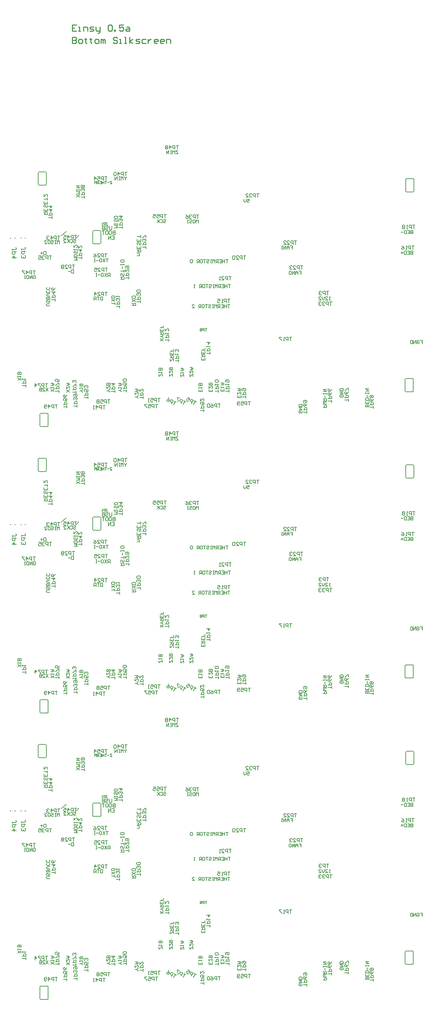
<source format=gbo>
G04 Layer_Color=32896*
%FSLAX24Y24*%
%MOIN*%
G70*
G01*
G75*
%ADD10C,0.0070*%
%ADD12C,0.0100*%
%ADD14C,0.0080*%
%ADD69C,0.0060*%
%ADD152C,0.0050*%
%ADD157C,0.0079*%
G54D10*
X3979Y19933D02*
Y20066D01*
Y19999D01*
X4313D01*
X4379Y20066D01*
Y20133D01*
X4313Y20199D01*
X4379Y19799D02*
X3979D01*
Y19600D01*
X4046Y19533D01*
X4179D01*
X4246Y19600D01*
Y19799D01*
X4046Y19400D02*
X3979Y19333D01*
Y19200D01*
X4046Y19133D01*
X4113D01*
X4179Y19200D01*
Y19266D01*
Y19200D01*
X4246Y19133D01*
X4313D01*
X4379Y19200D01*
Y19333D01*
X4313Y19400D01*
X3079Y19903D02*
Y20036D01*
Y19969D01*
X3413D01*
X3479Y20036D01*
Y20103D01*
X3413Y20169D01*
X3479Y19770D02*
X3079D01*
Y19570D01*
X3146Y19503D01*
X3279D01*
X3346Y19570D01*
Y19770D01*
X3479Y19170D02*
X3079D01*
X3279Y19370D01*
Y19103D01*
X3979Y47925D02*
Y48058D01*
Y47992D01*
X4313D01*
X4379Y48058D01*
Y48125D01*
X4313Y48191D01*
X4379Y47792D02*
X3979D01*
Y47592D01*
X4046Y47525D01*
X4179D01*
X4246Y47592D01*
Y47792D01*
X4046Y47392D02*
X3979Y47325D01*
Y47192D01*
X4046Y47125D01*
X4113D01*
X4179Y47192D01*
Y47258D01*
Y47192D01*
X4246Y47125D01*
X4313D01*
X4379Y47192D01*
Y47325D01*
X4313Y47392D01*
X3079Y47895D02*
Y48028D01*
Y47962D01*
X3413D01*
X3479Y48028D01*
Y48095D01*
X3413Y48162D01*
X3479Y47762D02*
X3079D01*
Y47562D01*
X3146Y47495D01*
X3279D01*
X3346Y47562D01*
Y47762D01*
X3479Y47162D02*
X3079D01*
X3279Y47362D01*
Y47095D01*
X3979Y75917D02*
Y76050D01*
Y75984D01*
X4313D01*
X4379Y76050D01*
Y76117D01*
X4313Y76184D01*
X4379Y75784D02*
X3979D01*
Y75584D01*
X4046Y75517D01*
X4179D01*
X4246Y75584D01*
Y75784D01*
X4046Y75384D02*
X3979Y75317D01*
Y75184D01*
X4046Y75117D01*
X4113D01*
X4179Y75184D01*
Y75251D01*
Y75184D01*
X4246Y75117D01*
X4313D01*
X4379Y75184D01*
Y75317D01*
X4313Y75384D01*
X3079Y75887D02*
Y76020D01*
Y75954D01*
X3413D01*
X3479Y76020D01*
Y76087D01*
X3413Y76154D01*
X3479Y75754D02*
X3079D01*
Y75554D01*
X3146Y75487D01*
X3279D01*
X3346Y75554D01*
Y75754D01*
X3479Y75154D02*
X3079D01*
X3279Y75354D01*
Y75087D01*
G54D12*
X8928Y96728D02*
Y96128D01*
X9228D01*
X9328Y96228D01*
Y96328D01*
X9228Y96428D01*
X8928D01*
X9228D01*
X9328Y96528D01*
Y96628D01*
X9228Y96728D01*
X8928D01*
X9628Y96128D02*
X9828D01*
X9928Y96228D01*
Y96428D01*
X9828Y96528D01*
X9628D01*
X9528Y96428D01*
Y96228D01*
X9628Y96128D01*
X10228Y96628D02*
Y96528D01*
X10128D01*
X10328D01*
X10228D01*
Y96228D01*
X10328Y96128D01*
X10728Y96628D02*
Y96528D01*
X10628D01*
X10828D01*
X10728D01*
Y96228D01*
X10828Y96128D01*
X11228D02*
X11428D01*
X11528Y96228D01*
Y96428D01*
X11428Y96528D01*
X11228D01*
X11128Y96428D01*
Y96228D01*
X11228Y96128D01*
X11727D02*
Y96528D01*
X11827D01*
X11927Y96428D01*
Y96128D01*
Y96428D01*
X12027Y96528D01*
X12127Y96428D01*
Y96128D01*
X13327Y96628D02*
X13227Y96728D01*
X13027D01*
X12927Y96628D01*
Y96528D01*
X13027Y96428D01*
X13227D01*
X13327Y96328D01*
Y96228D01*
X13227Y96128D01*
X13027D01*
X12927Y96228D01*
X13527Y96128D02*
X13727D01*
X13627D01*
Y96528D01*
X13527D01*
X14027Y96128D02*
X14227D01*
X14127D01*
Y96728D01*
X14027D01*
X14527Y96128D02*
Y96728D01*
Y96328D02*
X14826Y96528D01*
X14527Y96328D02*
X14826Y96128D01*
X15126D02*
X15426D01*
X15526Y96228D01*
X15426Y96328D01*
X15226D01*
X15126Y96428D01*
X15226Y96528D01*
X15526D01*
X16126D02*
X15826D01*
X15726Y96428D01*
Y96228D01*
X15826Y96128D01*
X16126D01*
X16326Y96528D02*
Y96128D01*
Y96328D01*
X16426Y96428D01*
X16526Y96528D01*
X16626D01*
X17226Y96128D02*
X17026D01*
X16926Y96228D01*
Y96428D01*
X17026Y96528D01*
X17226D01*
X17326Y96428D01*
Y96328D01*
X16926D01*
X17825Y96128D02*
X17626D01*
X17526Y96228D01*
Y96428D01*
X17626Y96528D01*
X17825D01*
X17925Y96428D01*
Y96328D01*
X17526D01*
X18125Y96128D02*
Y96528D01*
X18425D01*
X18525Y96428D01*
Y96128D01*
X9328Y97928D02*
X8928D01*
Y97328D01*
X9328D01*
X8928Y97628D02*
X9128D01*
X9528Y97328D02*
X9728D01*
X9628D01*
Y97728D01*
X9528D01*
X10028Y97328D02*
Y97728D01*
X10328D01*
X10428Y97628D01*
Y97328D01*
X10628D02*
X10928D01*
X11028Y97428D01*
X10928Y97528D01*
X10728D01*
X10628Y97628D01*
X10728Y97728D01*
X11028D01*
X11228D02*
Y97428D01*
X11328Y97328D01*
X11627D01*
Y97228D01*
X11528Y97128D01*
X11428D01*
X11627Y97328D02*
Y97728D01*
X12427Y97828D02*
X12527Y97928D01*
X12727D01*
X12827Y97828D01*
Y97428D01*
X12727Y97328D01*
X12527D01*
X12427Y97428D01*
Y97828D01*
X13027Y97328D02*
Y97428D01*
X13127D01*
Y97328D01*
X13027D01*
X13927Y97928D02*
X13527D01*
Y97628D01*
X13727Y97728D01*
X13827D01*
X13927Y97628D01*
Y97428D01*
X13827Y97328D01*
X13627D01*
X13527Y97428D01*
X14227Y97728D02*
X14427D01*
X14527Y97628D01*
Y97328D01*
X14227D01*
X14127Y97428D01*
X14227Y97528D01*
X14527D01*
G54D14*
X7859Y21329D02*
X8329Y21729D01*
X9379Y21129D02*
X9549Y21359D01*
X7859Y49321D02*
X8329Y49721D01*
X9379Y49121D02*
X9549Y49352D01*
X7859Y77314D02*
X8329Y77714D01*
X9379Y77114D02*
X9549Y77344D01*
G54D69*
X6299Y26279D02*
X6370Y26309D01*
X6399Y26379D01*
Y27479D02*
X6370Y27550D01*
X6299Y27579D01*
X5699D02*
X5629Y27550D01*
X5599Y27479D01*
Y26379D02*
X5629Y26309D01*
X5699Y26279D01*
X6479Y2669D02*
X6550Y2699D01*
X6579Y2769D01*
Y3869D02*
X6550Y3940D01*
X6479Y3969D01*
X5879D02*
X5809Y3940D01*
X5779Y3869D01*
Y2769D02*
X5809Y2699D01*
X5879Y2669D01*
X42219Y25619D02*
X42290Y25649D01*
X42319Y25719D01*
Y26819D02*
X42290Y26890D01*
X42219Y26919D01*
X41619D02*
X41549Y26890D01*
X41519Y26819D01*
Y25719D02*
X41549Y25649D01*
X41619Y25619D01*
X41579Y7379D02*
X41509Y7350D01*
X41479Y7279D01*
Y6179D02*
X41509Y6109D01*
X41579Y6079D01*
X42179D02*
X42250Y6109D01*
X42279Y6179D01*
Y7279D02*
X42250Y7350D01*
X42179Y7379D01*
X10929Y20641D02*
X10958Y20570D01*
X11029Y20541D01*
Y21841D02*
X10958Y21812D01*
X10929Y21741D01*
X11729D02*
X11699Y21812D01*
X11629Y21841D01*
Y20541D02*
X11699Y20570D01*
X11729Y20641D01*
X5599Y26379D02*
Y27479D01*
X5699Y27579D02*
X6299D01*
X5699Y26279D02*
X6299D01*
X6399Y26379D02*
Y27479D01*
X5779Y2769D02*
Y3869D01*
X5879Y3969D02*
X6479D01*
X5879Y2669D02*
X6479D01*
X6579Y2769D02*
Y3869D01*
X41519Y25719D02*
Y26819D01*
X41619Y26919D02*
X42219D01*
X41619Y25619D02*
X42219D01*
X42319Y25719D02*
Y26819D01*
X42279Y6179D02*
Y7279D01*
X41579Y6079D02*
X42179D01*
X41579Y7379D02*
X42179D01*
X41479Y6179D02*
Y7279D01*
X11729Y20641D02*
Y21741D01*
X11029Y20541D02*
X11629D01*
X11029Y21841D02*
X11629D01*
X10929Y20641D02*
Y21741D01*
X34329Y14859D02*
X34096D01*
X34213D01*
Y14509D01*
X33979D02*
Y14859D01*
X33805D01*
X33746Y14801D01*
Y14684D01*
X33805Y14626D01*
X33979D01*
X33630Y14801D02*
X33571Y14859D01*
X33455D01*
X33396Y14801D01*
Y14743D01*
X33455Y14684D01*
X33513D01*
X33455D01*
X33396Y14626D01*
Y14568D01*
X33455Y14509D01*
X33571D01*
X33630Y14568D01*
X33280Y14801D02*
X33221Y14859D01*
X33105D01*
X33046Y14801D01*
Y14743D01*
X33105Y14684D01*
X33163D01*
X33105D01*
X33046Y14626D01*
Y14568D01*
X33105Y14509D01*
X33221D01*
X33280Y14568D01*
X31479Y18389D02*
X31246D01*
X31363D01*
Y18039D01*
X31129D02*
Y18389D01*
X30955D01*
X30896Y18331D01*
Y18214D01*
X30955Y18156D01*
X31129D01*
X30546Y18039D02*
X30780D01*
X30546Y18273D01*
Y18331D01*
X30605Y18389D01*
X30721D01*
X30780Y18331D01*
X30430D02*
X30371Y18389D01*
X30255D01*
X30196Y18331D01*
Y18273D01*
X30255Y18214D01*
X30313D01*
X30255D01*
X30196Y18156D01*
Y18098D01*
X30255Y18039D01*
X30371D01*
X30430Y18098D01*
X30869Y20829D02*
X30636D01*
X30753D01*
Y20479D01*
X30519D02*
Y20829D01*
X30345D01*
X30286Y20771D01*
Y20654D01*
X30345Y20596D01*
X30519D01*
X29936Y20479D02*
X30170D01*
X29936Y20713D01*
Y20771D01*
X29995Y20829D01*
X30111D01*
X30170Y20771D01*
X29586Y20479D02*
X29820D01*
X29586Y20713D01*
Y20771D01*
X29645Y20829D01*
X29761D01*
X29820Y20771D01*
X21809Y4129D02*
Y4363D01*
Y4246D01*
X21459D01*
Y4479D02*
X21809D01*
Y4654D01*
X21751Y4713D01*
X21634D01*
X21576Y4654D01*
Y4479D01*
X21809Y5062D02*
Y4829D01*
X21634D01*
X21693Y4946D01*
Y5004D01*
X21634Y5062D01*
X21518D01*
X21459Y5004D01*
Y4887D01*
X21518Y4829D01*
X21459Y5412D02*
Y5179D01*
X21693Y5412D01*
X21751D01*
X21809Y5354D01*
Y5237D01*
X21751Y5179D01*
X24249Y6029D02*
Y6263D01*
Y6146D01*
X23899D01*
Y6379D02*
X24249D01*
Y6554D01*
X24191Y6613D01*
X24074D01*
X24016Y6554D01*
Y6379D01*
X23899Y6729D02*
Y6846D01*
Y6787D01*
X24249D01*
X24191Y6729D01*
X23958Y7021D02*
X23899Y7079D01*
Y7196D01*
X23958Y7254D01*
X24191D01*
X24249Y7196D01*
Y7079D01*
X24191Y7021D01*
X24133D01*
X24074Y7079D01*
Y7254D01*
X23239Y6009D02*
Y6243D01*
Y6126D01*
X22889D01*
Y6359D02*
X23239D01*
Y6534D01*
X23181Y6593D01*
X23064D01*
X23006Y6534D01*
Y6359D01*
X22889Y6709D02*
Y6826D01*
Y6767D01*
X23239D01*
X23181Y6709D01*
Y7001D02*
X23239Y7059D01*
Y7176D01*
X23181Y7234D01*
X22948D01*
X22889Y7176D01*
Y7059D01*
X22948Y7001D01*
X23181D01*
X25889Y5459D02*
Y5693D01*
Y5576D01*
X25539D01*
Y5809D02*
X25889D01*
Y5984D01*
X25831Y6043D01*
X25714D01*
X25656Y5984D01*
Y5809D01*
X25598Y6159D02*
X25539Y6217D01*
Y6334D01*
X25598Y6392D01*
X25831D01*
X25889Y6334D01*
Y6217D01*
X25831Y6159D01*
X25773D01*
X25714Y6217D01*
Y6392D01*
X17519Y5429D02*
X17286D01*
X17403D01*
Y5079D01*
X17169D02*
Y5429D01*
X16995D01*
X16936Y5371D01*
Y5254D01*
X16995Y5196D01*
X17169D01*
X16586Y5429D02*
X16820D01*
Y5254D01*
X16703Y5313D01*
X16645D01*
X16586Y5254D01*
Y5138D01*
X16645Y5079D01*
X16761D01*
X16820Y5138D01*
X16470Y5079D02*
X16353D01*
X16411D01*
Y5429D01*
X16470Y5371D01*
X20034Y5072D02*
X19832Y5189D01*
X19933Y5131D01*
X19758Y4828D01*
X19556Y4944D02*
X19731Y5247D01*
X19580Y5335D01*
X19500Y5313D01*
X19442Y5212D01*
X19463Y5133D01*
X19615Y5045D01*
X19428Y5422D02*
X19226Y5539D01*
X19197Y5488D01*
X19283Y5170D01*
X19253Y5119D01*
X19114Y5032D02*
X18912Y5149D01*
X19013Y5091D01*
X18838Y4788D01*
X18636Y4904D02*
X18811Y5207D01*
X18660Y5295D01*
X18580Y5273D01*
X18522Y5172D01*
X18543Y5093D01*
X18695Y5005D01*
X18306Y5499D02*
X18378Y5390D01*
X18421Y5231D01*
X18363Y5130D01*
X18283Y5108D01*
X18182Y5167D01*
X18161Y5246D01*
X18190Y5297D01*
X18269Y5318D01*
X18421Y5231D01*
X21054Y5072D02*
X20852Y5189D01*
X20953Y5131D01*
X20778Y4828D01*
X20576Y4944D02*
X20751Y5247D01*
X20600Y5335D01*
X20520Y5313D01*
X20462Y5212D01*
X20483Y5133D01*
X20635Y5045D01*
X20246Y5539D02*
X20448Y5422D01*
X20361Y5271D01*
X20289Y5380D01*
X20238Y5409D01*
X20159Y5387D01*
X20101Y5286D01*
X20122Y5207D01*
X20223Y5148D01*
X20303Y5170D01*
X10449Y5389D02*
Y5623D01*
Y5506D01*
X10099D01*
Y5739D02*
X10449D01*
Y5914D01*
X10391Y5973D01*
X10274D01*
X10216Y5914D01*
Y5739D01*
X10449Y6322D02*
Y6089D01*
X10274D01*
X10333Y6206D01*
Y6264D01*
X10274Y6322D01*
X10158D01*
X10099Y6264D01*
Y6147D01*
X10158Y6089D01*
X10391Y6439D02*
X10449Y6497D01*
Y6614D01*
X10391Y6672D01*
X10333D01*
X10274Y6614D01*
Y6556D01*
Y6614D01*
X10216Y6672D01*
X10158D01*
X10099Y6614D01*
Y6497D01*
X10158Y6439D01*
X14239Y6039D02*
Y6273D01*
Y6156D01*
X13889D01*
Y6389D02*
X14239D01*
Y6564D01*
X14181Y6623D01*
X14064D01*
X14006Y6564D01*
Y6389D01*
X14239Y6972D02*
Y6739D01*
X14064D01*
X14123Y6856D01*
Y6914D01*
X14064Y6972D01*
X13948D01*
X13889Y6914D01*
Y6797D01*
X13948Y6739D01*
X14181Y7089D02*
X14239Y7147D01*
Y7264D01*
X14181Y7322D01*
X13948D01*
X13889Y7264D01*
Y7147D01*
X13948Y7089D01*
X14181D01*
X13089Y5999D02*
Y6233D01*
Y6116D01*
X12739D01*
Y6349D02*
X13089D01*
Y6524D01*
X13031Y6583D01*
X12914D01*
X12856Y6524D01*
Y6349D01*
X12739Y6874D02*
X13089D01*
X12914Y6699D01*
Y6932D01*
X15869Y5389D02*
Y5623D01*
Y5506D01*
X15519D01*
Y5739D02*
X15869D01*
Y5914D01*
X15811Y5973D01*
X15694D01*
X15636Y5914D01*
Y5739D01*
X15519Y6322D02*
Y6089D01*
X15753Y6322D01*
X15811D01*
X15869Y6264D01*
Y6147D01*
X15811Y6089D01*
X4389Y6539D02*
Y6773D01*
Y6656D01*
X4039D01*
Y6889D02*
X4389D01*
Y7064D01*
X4331Y7123D01*
X4214D01*
X4156Y7064D01*
Y6889D01*
X4039Y7239D02*
Y7356D01*
Y7297D01*
X4389D01*
X4331Y7239D01*
X31869Y3969D02*
Y4203D01*
Y4086D01*
X31519D01*
Y4319D02*
X31869D01*
Y4494D01*
X31811Y4553D01*
X31694D01*
X31636Y4494D01*
Y4319D01*
X31869Y4902D02*
X31811Y4786D01*
X31694Y4669D01*
X31578D01*
X31519Y4727D01*
Y4844D01*
X31578Y4902D01*
X31636D01*
X31694Y4844D01*
Y4669D01*
X31578Y5019D02*
X31519Y5077D01*
Y5194D01*
X31578Y5252D01*
X31811D01*
X31869Y5194D01*
Y5077D01*
X31811Y5019D01*
X31753D01*
X31694Y5077D01*
Y5252D01*
X38379Y4449D02*
Y4683D01*
Y4566D01*
X38029D01*
Y4799D02*
X38379D01*
Y4974D01*
X38321Y5033D01*
X38204D01*
X38146Y4974D01*
Y4799D01*
X38379Y5382D02*
X38321Y5266D01*
X38204Y5149D01*
X38088D01*
X38029Y5207D01*
Y5324D01*
X38088Y5382D01*
X38146D01*
X38204Y5324D01*
Y5149D01*
X38321Y5499D02*
X38379Y5557D01*
Y5674D01*
X38321Y5732D01*
X38263D01*
X38204Y5674D01*
X38146Y5732D01*
X38088D01*
X38029Y5674D01*
Y5557D01*
X38088Y5499D01*
X38146D01*
X38204Y5557D01*
X38263Y5499D01*
X38321D01*
X38204Y5557D02*
Y5674D01*
X35919Y5139D02*
Y5373D01*
Y5256D01*
X35569D01*
Y5489D02*
X35919D01*
Y5664D01*
X35861Y5723D01*
X35744D01*
X35686Y5664D01*
Y5489D01*
X35919Y6072D02*
X35861Y5956D01*
X35744Y5839D01*
X35628D01*
X35569Y5897D01*
Y6014D01*
X35628Y6072D01*
X35686D01*
X35744Y6014D01*
Y5839D01*
X35919Y6189D02*
Y6422D01*
X35861D01*
X35628Y6189D01*
X35569D01*
X34289Y5049D02*
Y5283D01*
Y5166D01*
X33939D01*
Y5399D02*
X34289D01*
Y5574D01*
X34231Y5633D01*
X34114D01*
X34056Y5574D01*
Y5399D01*
X34289Y5982D02*
X34231Y5866D01*
X34114Y5749D01*
X33998D01*
X33939Y5807D01*
Y5924D01*
X33998Y5982D01*
X34056D01*
X34114Y5924D01*
Y5749D01*
X34289Y6332D02*
X34231Y6216D01*
X34114Y6099D01*
X33998D01*
X33939Y6157D01*
Y6274D01*
X33998Y6332D01*
X34056D01*
X34114Y6274D01*
Y6099D01*
X19319Y30149D02*
X19086D01*
X19203D01*
Y29799D01*
X18969D02*
Y30149D01*
X18795D01*
X18736Y30091D01*
Y29974D01*
X18795Y29916D01*
X18969D01*
X18445Y29799D02*
Y30149D01*
X18620Y29974D01*
X18386D01*
X18270Y30091D02*
X18211Y30149D01*
X18095D01*
X18036Y30091D01*
Y30033D01*
X18095Y29974D01*
X18036Y29916D01*
Y29858D01*
X18095Y29799D01*
X18211D01*
X18270Y29858D01*
Y29916D01*
X18211Y29974D01*
X18270Y30033D01*
Y30091D01*
X18211Y29974D02*
X18095D01*
X5319Y17919D02*
X5086D01*
X5203D01*
Y17569D01*
X4969D02*
Y17919D01*
X4795D01*
X4736Y17861D01*
Y17744D01*
X4795Y17686D01*
X4969D01*
X4445Y17569D02*
Y17919D01*
X4620Y17744D01*
X4386D01*
X4270Y17919D02*
X4036D01*
Y17861D01*
X4270Y17628D01*
Y17569D01*
X7249Y14949D02*
Y15183D01*
Y15066D01*
X6899D01*
Y15299D02*
X7249D01*
Y15474D01*
X7191Y15533D01*
X7074D01*
X7016Y15474D01*
Y15299D01*
X6899Y15824D02*
X7249D01*
X7074Y15649D01*
Y15882D01*
X7249Y16232D02*
X7191Y16116D01*
X7074Y15999D01*
X6958D01*
X6899Y16057D01*
Y16174D01*
X6958Y16232D01*
X7016D01*
X7074Y16174D01*
Y15999D01*
X9379Y21369D02*
X9146D01*
X9263D01*
Y21019D01*
X9029D02*
Y21369D01*
X8855D01*
X8796Y21311D01*
Y21194D01*
X8855Y21136D01*
X9029D01*
X8505Y21019D02*
Y21369D01*
X8680Y21194D01*
X8446D01*
X8096Y21369D02*
X8330D01*
Y21194D01*
X8213Y21253D01*
X8155D01*
X8096Y21194D01*
Y21078D01*
X8155Y21019D01*
X8271D01*
X8330Y21078D01*
X6959Y22989D02*
Y23223D01*
Y23106D01*
X6609D01*
Y23339D02*
X6959D01*
Y23514D01*
X6901Y23573D01*
X6784D01*
X6726Y23514D01*
Y23339D01*
X6609Y23864D02*
X6959D01*
X6784Y23689D01*
Y23922D01*
X6609Y24214D02*
X6959D01*
X6784Y24039D01*
Y24272D01*
X7729Y21289D02*
X7496D01*
X7613D01*
Y20939D01*
X7379D02*
Y21289D01*
X7205D01*
X7146Y21231D01*
Y21114D01*
X7205Y21056D01*
X7379D01*
X6855Y20939D02*
Y21289D01*
X7030Y21114D01*
X6796D01*
X6680Y21231D02*
X6621Y21289D01*
X6505D01*
X6446Y21231D01*
Y21173D01*
X6505Y21114D01*
X6563D01*
X6505D01*
X6446Y21056D01*
Y20998D01*
X6505Y20939D01*
X6621D01*
X6680Y20998D01*
X9879Y19059D02*
Y19293D01*
Y19176D01*
X9529D01*
Y19409D02*
X9879D01*
Y19584D01*
X9821Y19643D01*
X9704D01*
X9646Y19584D01*
Y19409D01*
X9529Y19934D02*
X9879D01*
X9704Y19759D01*
Y19992D01*
X9529Y20342D02*
Y20109D01*
X9763Y20342D01*
X9821D01*
X9879Y20284D01*
Y20167D01*
X9821Y20109D01*
X14289Y27549D02*
X14056D01*
X14173D01*
Y27199D01*
X13939D02*
Y27549D01*
X13765D01*
X13706Y27491D01*
Y27374D01*
X13765Y27316D01*
X13939D01*
X13415Y27199D02*
Y27549D01*
X13590Y27374D01*
X13356D01*
X13240Y27491D02*
X13181Y27549D01*
X13065D01*
X13006Y27491D01*
Y27258D01*
X13065Y27199D01*
X13181D01*
X13240Y27258D01*
Y27491D01*
X10139Y24989D02*
Y25223D01*
Y25106D01*
X9789D01*
Y25339D02*
X10139D01*
Y25514D01*
X10081Y25573D01*
X9964D01*
X9906Y25514D01*
Y25339D01*
X10081Y25689D02*
X10139Y25747D01*
Y25864D01*
X10081Y25922D01*
X10023D01*
X9964Y25864D01*
Y25806D01*
Y25864D01*
X9906Y25922D01*
X9848D01*
X9789Y25864D01*
Y25747D01*
X9848Y25689D01*
X10081Y26039D02*
X10139Y26097D01*
Y26214D01*
X10081Y26272D01*
X10023D01*
X9964Y26214D01*
X9906Y26272D01*
X9848D01*
X9789Y26214D01*
Y26097D01*
X9848Y26039D01*
X9906D01*
X9964Y26097D01*
X10023Y26039D01*
X10081D01*
X9964Y26097D02*
Y26214D01*
X16139Y20079D02*
Y20313D01*
Y20196D01*
X15789D01*
Y20429D02*
X16139D01*
Y20604D01*
X16081Y20663D01*
X15964D01*
X15906Y20604D01*
Y20429D01*
X16081Y20779D02*
X16139Y20837D01*
Y20954D01*
X16081Y21012D01*
X16023D01*
X15964Y20954D01*
Y20896D01*
Y20954D01*
X15906Y21012D01*
X15848D01*
X15789Y20954D01*
Y20837D01*
X15848Y20779D01*
X16139Y21129D02*
Y21362D01*
X16081D01*
X15848Y21129D01*
X15789D01*
X21299Y23369D02*
X21066D01*
X21183D01*
Y23019D01*
X20949D02*
Y23369D01*
X20775D01*
X20716Y23311D01*
Y23194D01*
X20775Y23136D01*
X20949D01*
X20600Y23311D02*
X20541Y23369D01*
X20425D01*
X20366Y23311D01*
Y23253D01*
X20425Y23194D01*
X20483D01*
X20425D01*
X20366Y23136D01*
Y23078D01*
X20425Y23019D01*
X20541D01*
X20600Y23078D01*
X20016Y23369D02*
X20133Y23311D01*
X20250Y23194D01*
Y23078D01*
X20191Y23019D01*
X20075D01*
X20016Y23078D01*
Y23136D01*
X20075Y23194D01*
X20250D01*
X13829Y22029D02*
Y22263D01*
Y22146D01*
X13479D01*
Y22379D02*
X13829D01*
Y22554D01*
X13771Y22613D01*
X13654D01*
X13596Y22554D01*
Y22379D01*
X13771Y22729D02*
X13829Y22787D01*
Y22904D01*
X13771Y22962D01*
X13713D01*
X13654Y22904D01*
Y22846D01*
Y22904D01*
X13596Y22962D01*
X13538D01*
X13479Y22904D01*
Y22787D01*
X13538Y22729D01*
X13479Y23254D02*
X13829D01*
X13654Y23079D01*
Y23312D01*
X24349Y15129D02*
X24116D01*
X24233D01*
Y14779D01*
X23999D02*
Y15129D01*
X23825D01*
X23766Y15071D01*
Y14954D01*
X23825Y14896D01*
X23999D01*
X23650Y14779D02*
X23533D01*
X23591D01*
Y15129D01*
X23650Y15071D01*
X23125Y15129D02*
X23358D01*
Y14954D01*
X23241Y15013D01*
X23183D01*
X23125Y14954D01*
Y14838D01*
X23183Y14779D01*
X23300D01*
X23358Y14838D01*
X25889Y19369D02*
X25656D01*
X25773D01*
Y19019D01*
X25539D02*
Y19369D01*
X25365D01*
X25306Y19311D01*
Y19194D01*
X25365Y19136D01*
X25539D01*
X24956Y19019D02*
X25190D01*
X24956Y19253D01*
Y19311D01*
X25015Y19369D01*
X25131D01*
X25190Y19311D01*
X24840D02*
X24781Y19369D01*
X24665D01*
X24606Y19311D01*
Y19078D01*
X24665Y19019D01*
X24781D01*
X24840Y19078D01*
Y19311D01*
X24479Y17349D02*
X24246D01*
X24363D01*
Y16999D01*
X24129D02*
Y17349D01*
X23955D01*
X23896Y17291D01*
Y17174D01*
X23955Y17116D01*
X24129D01*
X23546Y16999D02*
X23780D01*
X23546Y17233D01*
Y17291D01*
X23605Y17349D01*
X23721D01*
X23780Y17291D01*
X23430Y16999D02*
X23313D01*
X23371D01*
Y17349D01*
X23430Y17291D01*
X34009Y15899D02*
X33776D01*
X33893D01*
Y15549D01*
X33659D02*
Y15899D01*
X33485D01*
X33426Y15841D01*
Y15724D01*
X33485Y15666D01*
X33659D01*
X33310Y15841D02*
X33251Y15899D01*
X33135D01*
X33076Y15841D01*
Y15783D01*
X33135Y15724D01*
X33193D01*
X33135D01*
X33076Y15666D01*
Y15608D01*
X33135Y15549D01*
X33251D01*
X33310Y15608D01*
X42359Y20339D02*
X42126D01*
X42243D01*
Y19989D01*
X42009D02*
Y20339D01*
X41835D01*
X41776Y20281D01*
Y20164D01*
X41835Y20106D01*
X42009D01*
X41660Y19989D02*
X41543D01*
X41601D01*
Y20339D01*
X41660Y20281D01*
X41135Y20339D02*
X41251Y20281D01*
X41368Y20164D01*
Y20048D01*
X41310Y19989D01*
X41193D01*
X41135Y20048D01*
Y20106D01*
X41193Y20164D01*
X41368D01*
X30389Y11409D02*
X30156D01*
X30273D01*
Y11059D01*
X30039D02*
Y11409D01*
X29865D01*
X29806Y11351D01*
Y11234D01*
X29865Y11176D01*
X30039D01*
X29690Y11059D02*
X29573D01*
X29631D01*
Y11409D01*
X29690Y11351D01*
X29398Y11409D02*
X29165D01*
Y11351D01*
X29398Y11118D01*
Y11059D01*
X42439Y22359D02*
X42206D01*
X42323D01*
Y22009D01*
X42089D02*
Y22359D01*
X41915D01*
X41856Y22301D01*
Y22184D01*
X41915Y22126D01*
X42089D01*
X41740Y22009D02*
X41623D01*
X41681D01*
Y22359D01*
X41740Y22301D01*
X41448D02*
X41390Y22359D01*
X41273D01*
X41215Y22301D01*
Y22243D01*
X41273Y22184D01*
X41215Y22126D01*
Y22068D01*
X41273Y22009D01*
X41390D01*
X41448Y22068D01*
Y22126D01*
X41390Y22184D01*
X41448Y22243D01*
Y22301D01*
X41390Y22184D02*
X41273D01*
X12359Y15819D02*
X12126D01*
X12243D01*
Y15469D01*
X12009D02*
Y15819D01*
X11835D01*
X11776Y15761D01*
Y15644D01*
X11835Y15586D01*
X12009D01*
X11426Y15469D02*
X11660D01*
X11426Y15703D01*
Y15761D01*
X11485Y15819D01*
X11601D01*
X11660Y15761D01*
X11135Y15469D02*
Y15819D01*
X11310Y15644D01*
X11076D01*
X12369Y18179D02*
X12136D01*
X12253D01*
Y17829D01*
X12019D02*
Y18179D01*
X11845D01*
X11786Y18121D01*
Y18004D01*
X11845Y17946D01*
X12019D01*
X11436Y17829D02*
X11670D01*
X11436Y18063D01*
Y18121D01*
X11495Y18179D01*
X11611D01*
X11670Y18121D01*
X11086Y18179D02*
X11320D01*
Y18004D01*
X11203Y18063D01*
X11145D01*
X11086Y18004D01*
Y17888D01*
X11145Y17829D01*
X11261D01*
X11320Y17888D01*
X12319Y19579D02*
X12086D01*
X12203D01*
Y19229D01*
X11969D02*
Y19579D01*
X11795D01*
X11736Y19521D01*
Y19404D01*
X11795Y19346D01*
X11969D01*
X11386Y19229D02*
X11620D01*
X11386Y19463D01*
Y19521D01*
X11445Y19579D01*
X11561D01*
X11620Y19521D01*
X11036Y19579D02*
X11153Y19521D01*
X11270Y19404D01*
Y19288D01*
X11211Y19229D01*
X11095D01*
X11036Y19288D01*
Y19346D01*
X11095Y19404D01*
X11270D01*
X14479Y17099D02*
Y17333D01*
Y17216D01*
X14129D01*
Y17449D02*
X14479D01*
Y17624D01*
X14421Y17683D01*
X14304D01*
X14246Y17624D01*
Y17449D01*
X14129Y18032D02*
Y17799D01*
X14363Y18032D01*
X14421D01*
X14479Y17974D01*
Y17857D01*
X14421Y17799D01*
X14188Y18149D02*
X14129Y18207D01*
Y18324D01*
X14188Y18382D01*
X14421D01*
X14479Y18324D01*
Y18207D01*
X14421Y18149D01*
X14363D01*
X14304Y18207D01*
Y18382D01*
X15589Y14769D02*
Y15003D01*
Y14886D01*
X15239D01*
Y15119D02*
X15589D01*
Y15294D01*
X15531Y15353D01*
X15414D01*
X15356Y15294D01*
Y15119D01*
X15531Y15469D02*
X15589Y15527D01*
Y15644D01*
X15531Y15702D01*
X15473D01*
X15414Y15644D01*
Y15586D01*
Y15644D01*
X15356Y15702D01*
X15298D01*
X15239Y15644D01*
Y15527D01*
X15298Y15469D01*
X15531Y15819D02*
X15589Y15877D01*
Y15994D01*
X15531Y16052D01*
X15298D01*
X15239Y15994D01*
Y15877D01*
X15298Y15819D01*
X15531D01*
X13579Y14279D02*
Y14513D01*
Y14396D01*
X13229D01*
Y14629D02*
X13579D01*
Y14804D01*
X13521Y14863D01*
X13404D01*
X13346Y14804D01*
Y14629D01*
X13521Y14979D02*
X13579Y15037D01*
Y15154D01*
X13521Y15212D01*
X13463D01*
X13404Y15154D01*
Y15096D01*
Y15154D01*
X13346Y15212D01*
X13288D01*
X13229Y15154D01*
Y15037D01*
X13288Y14979D01*
X13229Y15329D02*
Y15446D01*
Y15387D01*
X13579D01*
X13521Y15329D01*
X27189Y25439D02*
X26956D01*
X27073D01*
Y25089D01*
X26839D02*
Y25439D01*
X26665D01*
X26606Y25381D01*
Y25264D01*
X26665Y25206D01*
X26839D01*
X26490Y25381D02*
X26431Y25439D01*
X26315D01*
X26256Y25381D01*
Y25323D01*
X26315Y25264D01*
X26373D01*
X26315D01*
X26256Y25206D01*
Y25148D01*
X26315Y25089D01*
X26431D01*
X26490Y25148D01*
X25906Y25089D02*
X26140D01*
X25906Y25323D01*
Y25381D01*
X25965Y25439D01*
X26081D01*
X26140Y25381D01*
X7617Y6017D02*
Y6250D01*
Y6133D01*
X7267D01*
Y6367D02*
X7617D01*
Y6542D01*
X7558Y6600D01*
X7442D01*
X7383Y6542D01*
Y6367D01*
X7617Y6717D02*
Y6950D01*
X7558D01*
X7325Y6717D01*
X7267D01*
X7617Y7300D02*
Y7067D01*
X7442D01*
X7500Y7183D01*
Y7241D01*
X7442Y7300D01*
X7325D01*
X7267Y7241D01*
Y7125D01*
X7325Y7067D01*
X6529Y6879D02*
X6296D01*
X6413D01*
Y6529D01*
X6179D02*
Y6879D01*
X6005D01*
X5946Y6821D01*
Y6704D01*
X6005Y6646D01*
X6179D01*
X5830Y6879D02*
X5596D01*
Y6821D01*
X5830Y6588D01*
Y6529D01*
X5305D02*
Y6879D01*
X5480Y6704D01*
X5246D01*
X9309Y5919D02*
Y6153D01*
Y6036D01*
X8959D01*
Y6269D02*
X9309D01*
Y6444D01*
X9251Y6503D01*
X9134D01*
X9076Y6444D01*
Y6269D01*
X9309Y6619D02*
Y6852D01*
X9251D01*
X9018Y6619D01*
X8959D01*
X9251Y6969D02*
X9309Y7027D01*
Y7144D01*
X9251Y7202D01*
X9193D01*
X9134Y7144D01*
Y7086D01*
Y7144D01*
X9076Y7202D01*
X9018D01*
X8959Y7144D01*
Y7027D01*
X9018Y6969D01*
X18349Y11019D02*
Y11253D01*
Y11136D01*
X17999D01*
Y11369D02*
X18349D01*
Y11544D01*
X18291Y11603D01*
X18174D01*
X18116Y11544D01*
Y11369D01*
X17999Y11719D02*
Y11836D01*
Y11777D01*
X18349D01*
X18291Y11719D01*
X17999Y12244D02*
Y12011D01*
X18233Y12244D01*
X18291D01*
X18349Y12186D01*
Y12069D01*
X18291Y12011D01*
X19339Y8989D02*
Y9223D01*
Y9106D01*
X18989D01*
Y9339D02*
X19339D01*
Y9514D01*
X19281Y9573D01*
X19164D01*
X19106Y9514D01*
Y9339D01*
X18989Y9689D02*
Y9806D01*
Y9747D01*
X19339D01*
X19281Y9689D01*
Y9981D02*
X19339Y10039D01*
Y10156D01*
X19281Y10214D01*
X19223D01*
X19164Y10156D01*
Y10097D01*
Y10156D01*
X19106Y10214D01*
X19048D01*
X18989Y10156D01*
Y10039D01*
X19048Y9981D01*
X22409Y9729D02*
Y9963D01*
Y9846D01*
X22059D01*
Y10079D02*
X22409D01*
Y10254D01*
X22351Y10313D01*
X22234D01*
X22176Y10254D01*
Y10079D01*
X22059Y10429D02*
Y10546D01*
Y10487D01*
X22409D01*
X22351Y10429D01*
X22059Y10896D02*
X22409D01*
X22234Y10721D01*
Y10954D01*
X9149Y18459D02*
X8916D01*
X9033D01*
Y18109D01*
X8799D02*
Y18459D01*
X8625D01*
X8566Y18401D01*
Y18284D01*
X8625Y18226D01*
X8799D01*
X8216Y18109D02*
X8450D01*
X8216Y18343D01*
Y18401D01*
X8275Y18459D01*
X8391D01*
X8450Y18401D01*
X8100D02*
X8041Y18459D01*
X7925D01*
X7866Y18401D01*
Y18343D01*
X7925Y18284D01*
X7866Y18226D01*
Y18168D01*
X7925Y18109D01*
X8041D01*
X8100Y18168D01*
Y18226D01*
X8041Y18284D01*
X8100Y18343D01*
Y18401D01*
X8041Y18284D02*
X7925D01*
X6909Y19359D02*
X6676D01*
X6793D01*
Y19009D01*
X6559D02*
Y19359D01*
X6385D01*
X6326Y19301D01*
Y19184D01*
X6385Y19126D01*
X6559D01*
X6210Y19301D02*
X6151Y19359D01*
X6035D01*
X5976Y19301D01*
Y19243D01*
X6035Y19184D01*
X6093D01*
X6035D01*
X5976Y19126D01*
Y19068D01*
X6035Y19009D01*
X6151D01*
X6210Y19068D01*
X5626Y19359D02*
X5860D01*
Y19184D01*
X5743Y19243D01*
X5685D01*
X5626Y19184D01*
Y19068D01*
X5685Y19009D01*
X5801D01*
X5860Y19068D01*
X12339Y27089D02*
X12106D01*
X12223D01*
Y26739D01*
X11989D02*
Y27089D01*
X11815D01*
X11756Y27031D01*
Y26914D01*
X11815Y26856D01*
X11989D01*
X11406Y27089D02*
X11640D01*
Y26914D01*
X11523Y26973D01*
X11465D01*
X11406Y26914D01*
Y26798D01*
X11465Y26739D01*
X11581D01*
X11640Y26798D01*
X11115Y26739D02*
Y27089D01*
X11290Y26914D01*
X11056D01*
X18129Y23409D02*
X17896D01*
X18013D01*
Y23059D01*
X17779D02*
Y23409D01*
X17605D01*
X17546Y23351D01*
Y23234D01*
X17605Y23176D01*
X17779D01*
X17196Y23409D02*
X17430D01*
Y23234D01*
X17313Y23293D01*
X17255D01*
X17196Y23234D01*
Y23118D01*
X17255Y23059D01*
X17371D01*
X17430Y23118D01*
X16846Y23409D02*
X17080D01*
Y23234D01*
X16963Y23293D01*
X16905D01*
X16846Y23234D01*
Y23118D01*
X16905Y23059D01*
X17021D01*
X17080Y23118D01*
X9399Y4569D02*
Y4803D01*
Y4686D01*
X9049D01*
Y4919D02*
X9399D01*
Y5094D01*
X9341Y5153D01*
X9224D01*
X9166Y5094D01*
Y4919D01*
X9341Y5269D02*
X9399Y5327D01*
Y5444D01*
X9341Y5502D01*
X9283D01*
X9224Y5444D01*
Y5386D01*
Y5444D01*
X9166Y5502D01*
X9108D01*
X9049Y5444D01*
Y5327D01*
X9108Y5269D01*
Y5619D02*
X9049Y5677D01*
Y5794D01*
X9108Y5852D01*
X9341D01*
X9399Y5794D01*
Y5677D01*
X9341Y5619D01*
X9283D01*
X9224Y5677D01*
Y5852D01*
X12149Y4729D02*
X11916D01*
X12033D01*
Y4379D01*
X11799D02*
Y4729D01*
X11625D01*
X11566Y4671D01*
Y4554D01*
X11625Y4496D01*
X11799D01*
X11275Y4379D02*
Y4729D01*
X11450Y4554D01*
X11216D01*
X11100Y4379D02*
X10983D01*
X11041D01*
Y4729D01*
X11100Y4671D01*
X7479Y4809D02*
X7246D01*
X7363D01*
Y4459D01*
X7129D02*
Y4809D01*
X6955D01*
X6896Y4751D01*
Y4634D01*
X6955Y4576D01*
X7129D01*
X6605Y4459D02*
Y4809D01*
X6780Y4634D01*
X6546D01*
X6430Y4518D02*
X6371Y4459D01*
X6255D01*
X6196Y4518D01*
Y4751D01*
X6255Y4809D01*
X6371D01*
X6430Y4751D01*
Y4693D01*
X6371Y4634D01*
X6196D01*
X8409Y4489D02*
Y4723D01*
Y4606D01*
X8059D01*
Y4839D02*
X8409D01*
Y5014D01*
X8351Y5073D01*
X8234D01*
X8176Y5014D01*
Y4839D01*
X8409Y5422D02*
Y5189D01*
X8234D01*
X8293Y5306D01*
Y5364D01*
X8234Y5422D01*
X8118D01*
X8059Y5364D01*
Y5247D01*
X8118Y5189D01*
X8409Y5772D02*
X8351Y5656D01*
X8234Y5539D01*
X8118D01*
X8059Y5597D01*
Y5714D01*
X8118Y5772D01*
X8176D01*
X8234Y5714D01*
Y5539D01*
X17289Y4839D02*
X17056D01*
X17173D01*
Y4489D01*
X16939D02*
Y4839D01*
X16765D01*
X16706Y4781D01*
Y4664D01*
X16765Y4606D01*
X16939D01*
X16356Y4839D02*
X16590D01*
Y4664D01*
X16473Y4723D01*
X16415D01*
X16356Y4664D01*
Y4548D01*
X16415Y4489D01*
X16531D01*
X16590Y4548D01*
X16240Y4839D02*
X16006D01*
Y4781D01*
X16240Y4548D01*
Y4489D01*
X12619Y5299D02*
X12386D01*
X12503D01*
Y4949D01*
X12269D02*
Y5299D01*
X12095D01*
X12036Y5241D01*
Y5124D01*
X12095Y5066D01*
X12269D01*
X11686Y5299D02*
X11920D01*
Y5124D01*
X11803Y5183D01*
X11745D01*
X11686Y5124D01*
Y5008D01*
X11745Y4949D01*
X11861D01*
X11920Y5008D01*
X11570Y5241D02*
X11511Y5299D01*
X11395D01*
X11336Y5241D01*
Y5183D01*
X11395Y5124D01*
X11336Y5066D01*
Y5008D01*
X11395Y4949D01*
X11511D01*
X11570Y5008D01*
Y5066D01*
X11511Y5124D01*
X11570Y5183D01*
Y5241D01*
X11511Y5124D02*
X11395D01*
X26359Y5109D02*
X26126D01*
X26243D01*
Y4759D01*
X26009D02*
Y5109D01*
X25835D01*
X25776Y5051D01*
Y4934D01*
X25835Y4876D01*
X26009D01*
X25426Y5109D02*
X25660D01*
Y4934D01*
X25543Y4993D01*
X25485D01*
X25426Y4934D01*
Y4818D01*
X25485Y4759D01*
X25601D01*
X25660Y4818D01*
X25310D02*
X25251Y4759D01*
X25135D01*
X25076Y4818D01*
Y5051D01*
X25135Y5109D01*
X25251D01*
X25310Y5051D01*
Y4993D01*
X25251Y4934D01*
X25076D01*
X23409Y4899D02*
X23176D01*
X23293D01*
Y4549D01*
X23059D02*
Y4899D01*
X22885D01*
X22826Y4841D01*
Y4724D01*
X22885Y4666D01*
X23059D01*
X22476Y4899D02*
X22593Y4841D01*
X22710Y4724D01*
Y4608D01*
X22651Y4549D01*
X22535D01*
X22476Y4608D01*
Y4666D01*
X22535Y4724D01*
X22710D01*
X22360Y4841D02*
X22301Y4899D01*
X22185D01*
X22126Y4841D01*
Y4608D01*
X22185Y4549D01*
X22301D01*
X22360Y4608D01*
Y4841D01*
X15279Y19379D02*
X15513D01*
Y19554D01*
X15454Y19613D01*
X15279D01*
Y19729D02*
X15629D01*
Y19904D01*
X15571Y19963D01*
X15454D01*
X15396Y19904D01*
Y19729D01*
Y19846D02*
X15279Y19963D01*
X15629Y20312D02*
Y20079D01*
X15279D01*
Y20312D01*
X15454Y20079D02*
Y20196D01*
X15571Y20662D02*
X15629Y20604D01*
Y20487D01*
X15571Y20429D01*
X15513D01*
X15454Y20487D01*
Y20604D01*
X15396Y20662D01*
X15338D01*
X15279Y20604D01*
Y20487D01*
X15338Y20429D01*
X15629Y21012D02*
Y20779D01*
X15279D01*
Y21012D01*
X15454Y20779D02*
Y20896D01*
X15629Y21129D02*
Y21362D01*
Y21245D01*
X15279D01*
X6159Y23399D02*
X6509D01*
Y23574D01*
X6451Y23633D01*
X6334D01*
X6276Y23574D01*
Y23399D01*
Y23516D02*
X6159Y23633D01*
X6509Y23983D02*
Y23749D01*
X6159D01*
Y23983D01*
X6334Y23749D02*
Y23866D01*
X6451Y24332D02*
X6509Y24274D01*
Y24157D01*
X6451Y24099D01*
X6393D01*
X6334Y24157D01*
Y24274D01*
X6276Y24332D01*
X6218D01*
X6159Y24274D01*
Y24157D01*
X6218Y24099D01*
X6509Y24682D02*
Y24449D01*
X6159D01*
Y24682D01*
X6334Y24449D02*
Y24566D01*
X6509Y24799D02*
Y25032D01*
Y24916D01*
X6159D01*
Y25382D02*
Y25149D01*
X6393Y25382D01*
X6451D01*
X6509Y25324D01*
Y25207D01*
X6451Y25149D01*
X12806Y21319D02*
X13039D01*
Y20969D01*
X12806D01*
X13039Y21144D02*
X12923D01*
X12689Y20969D02*
Y21319D01*
X12456Y20969D01*
Y21319D01*
X13129Y21799D02*
Y21449D01*
X12954D01*
X12896Y21508D01*
Y21566D01*
X12954Y21624D01*
X13129D01*
X12954D01*
X12896Y21683D01*
Y21741D01*
X12954Y21799D01*
X13129D01*
X12605D02*
X12721D01*
X12779Y21741D01*
Y21508D01*
X12721Y21449D01*
X12605D01*
X12546Y21508D01*
Y21741D01*
X12605Y21799D01*
X12255D02*
X12371D01*
X12430Y21741D01*
Y21508D01*
X12371Y21449D01*
X12255D01*
X12196Y21508D01*
Y21741D01*
X12255Y21799D01*
X12080D02*
X11846D01*
X11963D01*
Y21449D01*
X12789Y22259D02*
Y21968D01*
X12731Y21909D01*
X12614D01*
X12556Y21968D01*
Y22259D01*
X12206Y22201D02*
X12265Y22259D01*
X12381D01*
X12439Y22201D01*
Y22143D01*
X12381Y22084D01*
X12265D01*
X12206Y22026D01*
Y21968D01*
X12265Y21909D01*
X12381D01*
X12439Y21968D01*
X12090Y22259D02*
Y21909D01*
X11915D01*
X11856Y21968D01*
Y22026D01*
X11915Y22084D01*
X12090D01*
X11915D01*
X11856Y22143D01*
Y22201D01*
X11915Y22259D01*
X12090D01*
X12619Y17339D02*
Y17659D01*
X12459D01*
X12406Y17606D01*
Y17499D01*
X12459Y17446D01*
X12619D01*
X12513D02*
X12406Y17339D01*
X12299Y17659D02*
X12086Y17339D01*
Y17659D02*
X12299Y17339D01*
X11980Y17606D02*
X11926Y17659D01*
X11820D01*
X11766Y17606D01*
Y17393D01*
X11820Y17339D01*
X11926D01*
X11980Y17393D01*
Y17606D01*
X11660Y17499D02*
X11446D01*
X11340Y17659D02*
X11233D01*
X11286D01*
Y17339D01*
X11340D01*
X11233D01*
X13659Y17059D02*
X14009D01*
Y17234D01*
X13951Y17293D01*
X13834D01*
X13776Y17234D01*
Y17059D01*
Y17176D02*
X13659Y17293D01*
X13951Y17643D02*
X14009Y17584D01*
Y17468D01*
X13951Y17409D01*
X13893D01*
X13834Y17468D01*
Y17584D01*
X13776Y17643D01*
X13718D01*
X13659Y17584D01*
Y17468D01*
X13718Y17409D01*
X14009Y17759D02*
Y17992D01*
Y17876D01*
X13659D01*
X13834Y18109D02*
Y18342D01*
X14009Y18459D02*
Y18576D01*
Y18517D01*
X13659D01*
Y18459D01*
Y18576D01*
X14009Y18925D02*
Y18809D01*
X13951Y18750D01*
X13718D01*
X13659Y18809D01*
Y18925D01*
X13718Y18984D01*
X13951D01*
X14009Y18925D01*
X14779Y14509D02*
X15129D01*
Y14684D01*
X15071Y14743D01*
X14954D01*
X14896Y14684D01*
Y14509D01*
Y14626D02*
X14779Y14743D01*
X15129Y14859D02*
X14779Y15093D01*
X15129D02*
X14779Y14859D01*
X15071Y15209D02*
X15129Y15267D01*
Y15384D01*
X15071Y15442D01*
X14838D01*
X14779Y15384D01*
Y15267D01*
X14838Y15209D01*
X15071D01*
X17837Y11047D02*
X17517Y11260D01*
X17837D02*
X17517Y11047D01*
X17837Y11367D02*
X17783D01*
X17677Y11473D01*
X17783Y11580D01*
X17837D01*
X17677Y11473D02*
X17517D01*
Y11687D02*
X17837D01*
Y11847D01*
X17783Y11900D01*
X17677D01*
X17623Y11847D01*
Y11687D01*
Y11793D02*
X17517Y11900D01*
X17837Y12220D02*
Y12007D01*
X17517D01*
Y12220D01*
X17677Y12007D02*
Y12113D01*
X17837Y12540D02*
Y12326D01*
X17677D01*
Y12433D01*
Y12326D01*
X17517D01*
X18829Y9079D02*
Y9293D01*
X18776D01*
X18563Y9079D01*
X18509D01*
Y9293D01*
Y9399D02*
X18829D01*
Y9559D01*
X18776Y9613D01*
X18669D01*
X18616Y9559D01*
Y9399D01*
Y9506D02*
X18509Y9613D01*
X18829Y9932D02*
Y9719D01*
X18509D01*
Y9932D01*
X18669Y9719D02*
Y9826D01*
X18829Y10252D02*
Y10039D01*
X18669D01*
Y10146D01*
Y10039D01*
X18509D01*
X21889Y9393D02*
Y9179D01*
X21569D01*
Y9393D01*
X21729Y9179D02*
Y9286D01*
X21569Y9499D02*
X21889D01*
Y9659D01*
X21836Y9713D01*
X21729D01*
X21676Y9659D01*
Y9499D01*
Y9606D02*
X21569Y9713D01*
X21889Y10032D02*
Y9819D01*
X21569D01*
Y10032D01*
X21729Y9819D02*
Y9926D01*
X21889Y10352D02*
Y10139D01*
X21729D01*
Y10246D01*
Y10139D01*
X21569D01*
X6569Y6449D02*
X6356Y6129D01*
Y6449D02*
X6569Y6129D01*
X6036D02*
X6249D01*
X6036Y6343D01*
Y6396D01*
X6090Y6449D01*
X6196D01*
X6249Y6396D01*
X5930Y6449D02*
Y6129D01*
X5770D01*
X5716Y6183D01*
Y6236D01*
X5770Y6289D01*
X5930D01*
X5770D01*
X5716Y6343D01*
Y6396D01*
X5770Y6449D01*
X5930D01*
X9969Y6049D02*
X9916D01*
X9809Y6156D01*
X9916Y6263D01*
X9969D01*
X9809Y6156D02*
X9649D01*
Y6369D02*
Y6476D01*
Y6423D01*
X9969D01*
X9916Y6369D01*
X9969Y6636D02*
X9649D01*
Y6796D01*
X9703Y6849D01*
X9756D01*
X9809Y6796D01*
Y6636D01*
Y6796D01*
X9863Y6849D01*
X9916D01*
X9969Y6796D01*
Y6636D01*
X13759Y6089D02*
X13706D01*
X13599Y6196D01*
X13706Y6303D01*
X13759D01*
X13599Y6196D02*
X13439D01*
Y6409D02*
Y6516D01*
Y6463D01*
X13759D01*
X13706Y6409D01*
X13439Y6676D02*
X13653D01*
X13759Y6782D01*
X13653Y6889D01*
X13439D01*
X13599D01*
Y6676D01*
X15399Y5469D02*
X15346D01*
X15239Y5576D01*
X15346Y5683D01*
X15399D01*
X15239Y5576D02*
X15079D01*
Y6003D02*
Y5789D01*
X15293Y6003D01*
X15346D01*
X15399Y5949D01*
Y5843D01*
X15346Y5789D01*
X15079Y6109D02*
X15293D01*
X15399Y6216D01*
X15293Y6322D01*
X15079D01*
X15239D01*
Y6109D01*
X12629Y6079D02*
X12576D01*
X12469Y6186D01*
X12576Y6293D01*
X12629D01*
X12469Y6186D02*
X12309D01*
Y6613D02*
Y6399D01*
X12523Y6613D01*
X12576D01*
X12629Y6559D01*
Y6453D01*
X12576Y6399D01*
X12629Y6719D02*
X12309D01*
Y6879D01*
X12363Y6932D01*
X12416D01*
X12469Y6879D01*
Y6719D01*
Y6879D01*
X12523Y6932D01*
X12576D01*
X12629Y6879D01*
Y6719D01*
X17727Y7597D02*
Y7810D01*
X17673D01*
X17460Y7597D01*
X17407D01*
Y7810D01*
Y7917D02*
Y8023D01*
Y7970D01*
X17727D01*
X17673Y7917D01*
X17727Y8183D02*
X17407D01*
Y8343D01*
X17460Y8397D01*
X17513D01*
X17567Y8343D01*
Y8183D01*
Y8343D01*
X17620Y8397D01*
X17673D01*
X17727Y8343D01*
Y8183D01*
X19839Y7559D02*
Y7773D01*
X19786D01*
X19573Y7559D01*
X19519D01*
Y7773D01*
Y7879D02*
Y7986D01*
Y7933D01*
X19839D01*
X19786Y7879D01*
X19519Y8146D02*
X19733D01*
X19839Y8252D01*
X19733Y8359D01*
X19519D01*
X19679D01*
Y8146D01*
X20747Y7577D02*
Y7790D01*
X20693D01*
X20480Y7577D01*
X20427D01*
Y7790D01*
Y8110D02*
Y7897D01*
X20640Y8110D01*
X20693D01*
X20747Y8057D01*
Y7950D01*
X20693Y7897D01*
X20427Y8217D02*
X20640D01*
X20747Y8323D01*
X20640Y8430D01*
X20427D01*
X20587D01*
Y8217D01*
X18737Y7597D02*
Y7810D01*
X18683D01*
X18470Y7597D01*
X18417D01*
Y7810D01*
Y8130D02*
Y7917D01*
X18630Y8130D01*
X18683D01*
X18737Y8077D01*
Y7970D01*
X18683Y7917D01*
X18737Y8237D02*
X18417D01*
Y8397D01*
X18470Y8450D01*
X18523D01*
X18577Y8397D01*
Y8237D01*
Y8397D01*
X18630Y8450D01*
X18683D01*
X18737Y8397D01*
Y8237D01*
X22629Y6313D02*
Y6099D01*
X22309D01*
Y6313D01*
X22469Y6099D02*
Y6206D01*
X22309Y6633D02*
Y6419D01*
X22523Y6633D01*
X22576D01*
X22629Y6579D01*
Y6473D01*
X22576Y6419D01*
X22629Y6739D02*
X22309D01*
Y6899D01*
X22363Y6952D01*
X22416D01*
X22469Y6899D01*
Y6739D01*
Y6899D01*
X22523Y6952D01*
X22576D01*
X22629Y6899D01*
Y6739D01*
X25427Y5730D02*
Y5517D01*
X25107D01*
Y5730D01*
X25267Y5517D02*
Y5623D01*
X25107Y6050D02*
Y5837D01*
X25320Y6050D01*
X25373D01*
X25427Y5997D01*
Y5890D01*
X25373Y5837D01*
X25107Y6157D02*
X25320D01*
X25427Y6263D01*
X25320Y6370D01*
X25107D01*
X25267D01*
Y6157D01*
X23769Y6353D02*
Y6139D01*
X23449D01*
Y6353D01*
X23609Y6139D02*
Y6246D01*
X23449Y6459D02*
Y6566D01*
Y6513D01*
X23769D01*
X23716Y6459D01*
X23449Y6726D02*
X23663D01*
X23769Y6832D01*
X23663Y6939D01*
X23449D01*
X23609D01*
Y6726D01*
X21619Y6303D02*
Y6089D01*
X21299D01*
Y6303D01*
X21459Y6089D02*
Y6196D01*
X21299Y6409D02*
Y6516D01*
Y6463D01*
X21619D01*
X21566Y6409D01*
X21619Y6676D02*
X21299D01*
Y6836D01*
X21353Y6889D01*
X21406D01*
X21459Y6836D01*
Y6676D01*
Y6836D01*
X21513Y6889D01*
X21566D01*
X21619Y6836D01*
Y6676D01*
X42954Y11097D02*
X43167D01*
Y10937D01*
X43060D01*
X43167D01*
Y10777D01*
X42634Y11043D02*
X42687Y11097D01*
X42794D01*
X42847Y11043D01*
Y10830D01*
X42794Y10777D01*
X42687D01*
X42634Y10830D01*
Y10937D01*
X42740D01*
X42527Y10777D02*
Y11097D01*
X42314Y10777D01*
Y11097D01*
X42207D02*
Y10777D01*
X42047D01*
X41994Y10830D01*
Y11043D01*
X42047Y11097D01*
X42207D01*
X31353Y4210D02*
X31407Y4157D01*
Y4050D01*
X31353Y3997D01*
X31140D01*
X31087Y4050D01*
Y4157D01*
X31140Y4210D01*
X31247D01*
Y4103D01*
X31087Y4317D02*
X31407D01*
X31087Y4530D01*
X31407D01*
Y4637D02*
X31087D01*
Y4797D01*
X31140Y4850D01*
X31353D01*
X31407Y4797D01*
Y4637D01*
X33467Y4547D02*
X33787D01*
Y4707D01*
X33733Y4760D01*
X33627D01*
X33573Y4707D01*
Y4547D01*
X33787Y4867D02*
X33467D01*
X33573Y4973D01*
X33467Y5080D01*
X33787D01*
X33467Y5187D02*
X33787D01*
Y5347D01*
X33733Y5400D01*
X33627D01*
X33573Y5347D01*
Y5187D01*
Y5293D02*
X33467Y5400D01*
X33627Y5507D02*
Y5720D01*
X33787Y5826D02*
Y5933D01*
Y5880D01*
X33467D01*
Y5826D01*
Y5933D01*
Y6093D02*
X33787D01*
X33467Y6306D01*
X33787D01*
X35366Y5763D02*
X35419Y5709D01*
Y5603D01*
X35366Y5549D01*
X35153D01*
X35099Y5603D01*
Y5709D01*
X35153Y5763D01*
X35259D01*
Y5656D01*
X35099Y5869D02*
X35419D01*
X35099Y6083D01*
X35419D01*
Y6189D02*
X35099D01*
Y6349D01*
X35153Y6402D01*
X35366D01*
X35419Y6349D01*
Y6189D01*
X37917Y4607D02*
X37597D01*
Y4767D01*
X37650Y4820D01*
X37703D01*
X37757Y4767D01*
Y4607D01*
Y4767D01*
X37810Y4820D01*
X37863D01*
X37917Y4767D01*
Y4607D01*
Y5140D02*
Y4927D01*
X37597D01*
Y5140D01*
X37757Y4927D02*
Y5033D01*
X37917Y5247D02*
X37597D01*
Y5407D01*
X37650Y5460D01*
X37863D01*
X37917Y5407D01*
Y5247D01*
X37757Y5567D02*
Y5780D01*
X37917Y5886D02*
Y5993D01*
Y5940D01*
X37597D01*
Y5886D01*
Y5993D01*
Y6153D02*
X37917D01*
X37597Y6366D01*
X37917D01*
X34159Y15049D02*
X34053D01*
X34106D01*
Y15369D01*
X34159Y15316D01*
X33680Y15049D02*
X33893D01*
X33680Y15263D01*
Y15316D01*
X33733Y15369D01*
X33839D01*
X33893Y15316D01*
X33573Y15369D02*
Y15156D01*
X33466Y15049D01*
X33360Y15156D01*
Y15369D01*
X33040Y15049D02*
X33253D01*
X33040Y15263D01*
Y15316D01*
X33093Y15369D01*
X33200D01*
X33253Y15316D01*
X31094Y17867D02*
X31307D01*
Y17707D01*
X31200D01*
X31307D01*
Y17547D01*
X30987D02*
Y17760D01*
X30880Y17867D01*
X30774Y17760D01*
Y17547D01*
Y17707D01*
X30987D01*
X30667Y17547D02*
Y17867D01*
X30454Y17547D01*
Y17867D01*
X30347Y17813D02*
X30294Y17867D01*
X30187D01*
X30134Y17813D01*
Y17600D01*
X30187Y17547D01*
X30294D01*
X30347Y17600D01*
Y17813D01*
X30236Y20339D02*
X30449D01*
Y20179D01*
X30343D01*
X30449D01*
Y20019D01*
X30129D02*
Y20233D01*
X30023Y20339D01*
X29916Y20233D01*
Y20019D01*
Y20179D01*
X30129D01*
X29810Y20019D02*
Y20339D01*
X29596Y20019D01*
Y20339D01*
X29490Y20019D02*
X29383D01*
X29436D01*
Y20339D01*
X29490Y20286D01*
X24159Y18999D02*
X23946D01*
X24053D01*
Y18679D01*
X23839Y18999D02*
Y18679D01*
Y18839D01*
X23626D01*
Y18999D01*
Y18679D01*
X23306Y18999D02*
X23520D01*
Y18679D01*
X23306D01*
X23520Y18839D02*
X23413D01*
X23200Y18679D02*
Y18999D01*
X23040D01*
X22986Y18946D01*
Y18839D01*
X23040Y18786D01*
X23200D01*
X23093D02*
X22986Y18679D01*
X22880D02*
Y18999D01*
X22773Y18893D01*
X22667Y18999D01*
Y18679D01*
X22560Y18999D02*
X22453D01*
X22507D01*
Y18679D01*
X22560D01*
X22453D01*
X22080Y18946D02*
X22133Y18999D01*
X22240D01*
X22293Y18946D01*
Y18893D01*
X22240Y18839D01*
X22133D01*
X22080Y18786D01*
Y18733D01*
X22133Y18679D01*
X22240D01*
X22293Y18733D01*
X21973Y18999D02*
X21760D01*
X21867D01*
Y18679D01*
X21494Y18999D02*
X21600D01*
X21654Y18946D01*
Y18733D01*
X21600Y18679D01*
X21494D01*
X21440Y18733D01*
Y18946D01*
X21494Y18999D01*
X21334Y18679D02*
Y18999D01*
X21174D01*
X21120Y18946D01*
Y18839D01*
X21174Y18786D01*
X21334D01*
X21227D02*
X21120Y18679D01*
X20694Y18946D02*
X20640Y18999D01*
X20534D01*
X20481Y18946D01*
Y18733D01*
X20534Y18679D01*
X20640D01*
X20694Y18733D01*
Y18946D01*
X24389Y16559D02*
X24176D01*
X24283D01*
Y16239D01*
X24069Y16559D02*
Y16239D01*
Y16399D01*
X23856D01*
Y16559D01*
Y16239D01*
X23536Y16559D02*
X23750D01*
Y16239D01*
X23536D01*
X23750Y16399D02*
X23643D01*
X23430Y16239D02*
Y16559D01*
X23270D01*
X23216Y16506D01*
Y16399D01*
X23270Y16346D01*
X23430D01*
X23323D02*
X23216Y16239D01*
X23110D02*
Y16559D01*
X23003Y16453D01*
X22897Y16559D01*
Y16239D01*
X22790Y16559D02*
X22683D01*
X22737D01*
Y16239D01*
X22790D01*
X22683D01*
X22310Y16506D02*
X22363Y16559D01*
X22470D01*
X22523Y16506D01*
Y16453D01*
X22470Y16399D01*
X22363D01*
X22310Y16346D01*
Y16293D01*
X22363Y16239D01*
X22470D01*
X22523Y16293D01*
X22203Y16559D02*
X21990D01*
X22097D01*
Y16239D01*
X21724Y16559D02*
X21830D01*
X21884Y16506D01*
Y16293D01*
X21830Y16239D01*
X21724D01*
X21670Y16293D01*
Y16506D01*
X21724Y16559D01*
X21564Y16239D02*
Y16559D01*
X21404D01*
X21350Y16506D01*
Y16399D01*
X21404Y16346D01*
X21564D01*
X21457D02*
X21350Y16239D01*
X20924D02*
X20817D01*
X20870D01*
Y16559D01*
X20924Y16506D01*
X24339Y14599D02*
X24126D01*
X24233D01*
Y14279D01*
X24019Y14599D02*
Y14279D01*
Y14439D01*
X23806D01*
Y14599D01*
Y14279D01*
X23486Y14599D02*
X23700D01*
Y14279D01*
X23486D01*
X23700Y14439D02*
X23593D01*
X23380Y14279D02*
Y14599D01*
X23220D01*
X23166Y14546D01*
Y14439D01*
X23220Y14386D01*
X23380D01*
X23273D02*
X23166Y14279D01*
X23060D02*
Y14599D01*
X22953Y14493D01*
X22847Y14599D01*
Y14279D01*
X22740Y14599D02*
X22633D01*
X22687D01*
Y14279D01*
X22740D01*
X22633D01*
X22260Y14546D02*
X22313Y14599D01*
X22420D01*
X22473Y14546D01*
Y14493D01*
X22420Y14439D01*
X22313D01*
X22260Y14386D01*
Y14333D01*
X22313Y14279D01*
X22420D01*
X22473Y14333D01*
X22153Y14599D02*
X21940D01*
X22047D01*
Y14279D01*
X21674Y14599D02*
X21780D01*
X21834Y14546D01*
Y14333D01*
X21780Y14279D01*
X21674D01*
X21620Y14333D01*
Y14546D01*
X21674Y14599D01*
X21514Y14279D02*
Y14599D01*
X21354D01*
X21300Y14546D01*
Y14439D01*
X21354Y14386D01*
X21514D01*
X21407D02*
X21300Y14279D01*
X20661D02*
X20874D01*
X20661Y14493D01*
Y14546D01*
X20714Y14599D01*
X20821D01*
X20874Y14546D01*
X13089Y14599D02*
Y14813D01*
Y14706D01*
X12769D01*
X13089Y14919D02*
X12769Y15133D01*
X13089D02*
X12769Y14919D01*
X13036Y15239D02*
X13089Y15292D01*
Y15399D01*
X13036Y15452D01*
X12823D01*
X12769Y15399D01*
Y15292D01*
X12823Y15239D01*
X13036D01*
X11889Y15349D02*
Y15029D01*
X11729D01*
X11676Y15083D01*
Y15296D01*
X11729Y15349D01*
X11889D01*
X11569D02*
X11356D01*
X11463D01*
Y15029D01*
X11250D02*
Y15349D01*
X11090D01*
X11036Y15296D01*
Y15189D01*
X11090Y15136D01*
X11250D01*
X11143D02*
X11036Y15029D01*
X12449Y19079D02*
X12236D01*
X12343D01*
Y18759D01*
X12129Y19079D02*
X11916Y18759D01*
Y19079D02*
X12129Y18759D01*
X11810Y19026D02*
X11756Y19079D01*
X11650D01*
X11596Y19026D01*
Y18813D01*
X11650Y18759D01*
X11756D01*
X11810Y18813D01*
Y19026D01*
X11490Y18919D02*
X11276D01*
X11170Y19079D02*
X11063D01*
X11116D01*
Y18759D01*
X11170D01*
X11063D01*
X9099Y18949D02*
X9419D01*
X9313Y19056D01*
X9419Y19163D01*
X9099D01*
X9419Y19429D02*
Y19323D01*
X9366Y19269D01*
X9153D01*
X9099Y19323D01*
Y19429D01*
X9153Y19483D01*
X9366D01*
X9419Y19429D01*
X9366Y19802D02*
X9419Y19749D01*
Y19642D01*
X9366Y19589D01*
X9313D01*
X9259Y19642D01*
Y19749D01*
X9206Y19802D01*
X9153D01*
X9099Y19749D01*
Y19642D01*
X9153Y19589D01*
X9419Y19909D02*
Y20016D01*
Y19962D01*
X9099D01*
Y19909D01*
Y20016D01*
Y20389D02*
Y20176D01*
X9313Y20389D01*
X9366D01*
X9419Y20336D01*
Y20229D01*
X9366Y20176D01*
X9056Y20906D02*
X9109Y20959D01*
X9216D01*
X9269Y20906D01*
Y20853D01*
X9216Y20799D01*
X9109D01*
X9056Y20746D01*
Y20693D01*
X9109Y20639D01*
X9216D01*
X9269Y20693D01*
X8736Y20906D02*
X8790Y20959D01*
X8896D01*
X8949Y20906D01*
Y20693D01*
X8896Y20639D01*
X8790D01*
X8736Y20693D01*
X8630Y20959D02*
Y20639D01*
Y20746D01*
X8416Y20959D01*
X8576Y20799D01*
X8416Y20639D01*
X8096D02*
X8310D01*
X8096Y20853D01*
Y20906D01*
X8150Y20959D01*
X8256D01*
X8310Y20906D01*
X7669Y20549D02*
Y20869D01*
X7563Y20763D01*
X7456Y20869D01*
Y20549D01*
X7349Y20869D02*
X7243D01*
X7296D01*
Y20549D01*
X7349D01*
X7243D01*
X6870Y20816D02*
X6923Y20869D01*
X7030D01*
X7083Y20816D01*
Y20763D01*
X7030Y20709D01*
X6923D01*
X6870Y20656D01*
Y20603D01*
X6923Y20549D01*
X7030D01*
X7083Y20603D01*
X6603Y20869D02*
X6710D01*
X6763Y20816D01*
Y20603D01*
X6710Y20549D01*
X6603D01*
X6550Y20603D01*
Y20816D01*
X6603Y20869D01*
X6230Y20549D02*
X6443D01*
X6230Y20763D01*
Y20816D01*
X6283Y20869D01*
X6390D01*
X6443Y20816D01*
X9659Y25099D02*
X9339Y25313D01*
X9659D02*
X9339Y25099D01*
Y25419D02*
X9659D01*
X9553Y25526D01*
X9659Y25633D01*
X9339D01*
X9659Y25739D02*
Y25846D01*
Y25792D01*
X9339D01*
Y25739D01*
Y25846D01*
Y26006D02*
X9659D01*
X9339Y26219D01*
X9659D01*
X14229Y27099D02*
Y27046D01*
X14123Y26939D01*
X14016Y27046D01*
Y27099D01*
X14123Y26939D02*
Y26779D01*
X13909D02*
Y27099D01*
X13803Y26993D01*
X13696Y27099D01*
Y26779D01*
X13590Y27099D02*
X13483D01*
X13536D01*
Y26779D01*
X13590D01*
X13483D01*
X13323D02*
Y27099D01*
X13110Y26779D01*
Y27099D01*
X19279Y29649D02*
X19066D01*
Y29596D01*
X19279Y29383D01*
Y29329D01*
X19066D01*
X18959D02*
Y29649D01*
X18853Y29543D01*
X18746Y29649D01*
Y29329D01*
X18640Y29649D02*
X18533D01*
X18586D01*
Y29329D01*
X18640D01*
X18533D01*
X18373D02*
Y29649D01*
X18160Y29329D01*
Y29649D01*
X13039Y22109D02*
X13359D01*
X13253Y22216D01*
X13359Y22323D01*
X13039D01*
X13359Y22429D02*
Y22536D01*
Y22483D01*
X13039D01*
Y22429D01*
Y22536D01*
X13306Y22909D02*
X13359Y22856D01*
Y22749D01*
X13306Y22696D01*
X13253D01*
X13199Y22749D01*
Y22856D01*
X13146Y22909D01*
X13093D01*
X13039Y22856D01*
Y22749D01*
X13093Y22696D01*
X13359Y23176D02*
Y23069D01*
X13306Y23016D01*
X13093D01*
X13039Y23069D01*
Y23176D01*
X13093Y23229D01*
X13306D01*
X13359Y23176D01*
X17856Y22856D02*
X17909Y22909D01*
X18016D01*
X18069Y22856D01*
Y22803D01*
X18016Y22749D01*
X17909D01*
X17856Y22696D01*
Y22643D01*
X17909Y22589D01*
X18016D01*
X18069Y22643D01*
X17536Y22856D02*
X17590Y22909D01*
X17696D01*
X17749Y22856D01*
Y22643D01*
X17696Y22589D01*
X17590D01*
X17536Y22643D01*
X17430Y22909D02*
Y22589D01*
Y22696D01*
X17216Y22909D01*
X17376Y22749D01*
X17216Y22589D01*
X21249Y22559D02*
Y22879D01*
X21143Y22773D01*
X21036Y22879D01*
Y22559D01*
X20770Y22879D02*
X20876D01*
X20929Y22826D01*
Y22613D01*
X20876Y22559D01*
X20770D01*
X20716Y22613D01*
Y22826D01*
X20770Y22879D01*
X20396Y22826D02*
X20450Y22879D01*
X20556D01*
X20610Y22826D01*
Y22773D01*
X20556Y22719D01*
X20450D01*
X20396Y22666D01*
Y22613D01*
X20450Y22559D01*
X20556D01*
X20610Y22613D01*
X20290Y22879D02*
X20183D01*
X20236D01*
Y22559D01*
X20290D01*
X20183D01*
X26026Y24909D02*
X26239D01*
Y24749D01*
X26133Y24803D01*
X26079D01*
X26026Y24749D01*
Y24643D01*
X26079Y24589D01*
X26186D01*
X26239Y24643D01*
X25919Y24909D02*
Y24696D01*
X25813Y24589D01*
X25706Y24696D01*
Y24909D01*
X6349Y19799D02*
Y19479D01*
X6189D01*
X6136Y19533D01*
Y19746D01*
X6189Y19799D01*
X6349D01*
X6029Y19639D02*
X5816D01*
X5923Y19746D02*
Y19533D01*
X9049Y17989D02*
Y17669D01*
X8889D01*
X8836Y17723D01*
Y17936D01*
X8889Y17989D01*
X9049D01*
X8729Y17829D02*
X8516D01*
X5106Y17396D02*
X5159Y17449D01*
X5266D01*
X5319Y17396D01*
Y17183D01*
X5266Y17129D01*
X5159D01*
X5106Y17183D01*
Y17289D01*
X5213D01*
X4999Y17129D02*
Y17449D01*
X4786Y17129D01*
Y17449D01*
X4680D02*
Y17129D01*
X4520D01*
X4466Y17183D01*
Y17396D01*
X4520Y17449D01*
X4680D01*
X4360Y17129D02*
X4253D01*
X4306D01*
Y17449D01*
X4360Y17396D01*
X6729Y14469D02*
X6463D01*
X6409Y14523D01*
Y14629D01*
X6463Y14683D01*
X6729D01*
X6676Y15003D02*
X6729Y14949D01*
Y14843D01*
X6676Y14789D01*
X6623D01*
X6569Y14843D01*
Y14949D01*
X6516Y15003D01*
X6463D01*
X6409Y14949D01*
Y14843D01*
X6463Y14789D01*
X6729Y15109D02*
X6409D01*
Y15269D01*
X6463Y15322D01*
X6516D01*
X6569Y15269D01*
Y15109D01*
Y15269D01*
X6623Y15322D01*
X6676D01*
X6729Y15269D01*
Y15109D01*
Y15429D02*
X6516D01*
X6409Y15536D01*
X6516Y15642D01*
X6729D01*
X6676Y15962D02*
X6729Y15909D01*
Y15802D01*
X6676Y15749D01*
X6463D01*
X6409Y15802D01*
Y15909D01*
X6463Y15962D01*
X6676Y16282D02*
X6729Y16229D01*
Y16122D01*
X6676Y16069D01*
X6463D01*
X6409Y16122D01*
Y16229D01*
X6463Y16282D01*
X42227Y19837D02*
Y19517D01*
X42067D01*
X42014Y19570D01*
Y19623D01*
X42067Y19677D01*
X42227D01*
X42067D01*
X42014Y19730D01*
Y19783D01*
X42067Y19837D01*
X42227D01*
X41694D02*
X41907D01*
Y19517D01*
X41694D01*
X41907Y19677D02*
X41800D01*
X41587Y19837D02*
Y19517D01*
X41427D01*
X41374Y19570D01*
Y19783D01*
X41427Y19837D01*
X41587D01*
X41267Y19677D02*
X41054D01*
X41161Y19783D02*
Y19570D01*
X42237Y21847D02*
Y21527D01*
X42077D01*
X42024Y21580D01*
Y21633D01*
X42077Y21687D01*
X42237D01*
X42077D01*
X42024Y21740D01*
Y21793D01*
X42077Y21847D01*
X42237D01*
X41704D02*
X41917D01*
Y21527D01*
X41704D01*
X41917Y21687D02*
X41810D01*
X41597Y21847D02*
Y21527D01*
X41437D01*
X41384Y21580D01*
Y21793D01*
X41437Y21847D01*
X41597D01*
X41277Y21687D02*
X41064D01*
X8679Y6049D02*
X8359Y6263D01*
X8679D02*
X8359Y6049D01*
Y6583D02*
Y6369D01*
X8573Y6583D01*
X8626D01*
X8679Y6529D01*
Y6423D01*
X8626Y6369D01*
X8359Y6689D02*
X8573D01*
X8679Y6796D01*
X8573Y6902D01*
X8359D01*
X8519D01*
Y6689D01*
X7149Y6099D02*
X6829Y6313D01*
X7149D02*
X6829Y6099D01*
Y6419D02*
Y6526D01*
Y6473D01*
X7149D01*
X7096Y6419D01*
X6829Y6686D02*
X7043D01*
X7149Y6792D01*
X7043Y6899D01*
X6829D01*
X6989D01*
Y6686D01*
X3919Y7189D02*
X3599Y7403D01*
X3919D02*
X3599Y7189D01*
Y7509D02*
Y7616D01*
Y7563D01*
X3919D01*
X3866Y7509D01*
X3919Y7776D02*
X3599D01*
Y7936D01*
X3653Y7989D01*
X3706D01*
X3759Y7936D01*
Y7776D01*
Y7936D01*
X3813Y7989D01*
X3866D01*
X3919Y7936D01*
Y7776D01*
X6299Y54271D02*
X6370Y54301D01*
X6399Y54372D01*
Y55472D02*
X6370Y55542D01*
X6299Y55571D01*
X5699D02*
X5629Y55542D01*
X5599Y55472D01*
Y54372D02*
X5629Y54301D01*
X5699Y54271D01*
X6479Y30661D02*
X6550Y30691D01*
X6579Y30761D01*
Y31862D02*
X6550Y31932D01*
X6479Y31962D01*
X5879D02*
X5809Y31932D01*
X5779Y31862D01*
Y30761D02*
X5809Y30691D01*
X5879Y30661D01*
X42219Y53611D02*
X42290Y53641D01*
X42319Y53712D01*
Y54812D02*
X42290Y54882D01*
X42219Y54911D01*
X41619D02*
X41549Y54882D01*
X41519Y54812D01*
Y53712D02*
X41549Y53641D01*
X41619Y53611D01*
X41579Y35371D02*
X41509Y35342D01*
X41479Y35271D01*
Y34172D02*
X41509Y34101D01*
X41579Y34072D01*
X42179D02*
X42250Y34101D01*
X42279Y34172D01*
Y35271D02*
X42250Y35342D01*
X42179Y35371D01*
X10929Y48633D02*
X10958Y48562D01*
X11029Y48533D01*
Y49833D02*
X10958Y49804D01*
X10929Y49733D01*
X11729D02*
X11699Y49804D01*
X11629Y49833D01*
Y48533D02*
X11699Y48562D01*
X11729Y48633D01*
X5599Y54372D02*
Y55472D01*
X5699Y55571D02*
X6299D01*
X5699Y54271D02*
X6299D01*
X6399Y54372D02*
Y55472D01*
X5779Y30761D02*
Y31862D01*
X5879Y31962D02*
X6479D01*
X5879Y30661D02*
X6479D01*
X6579Y30761D02*
Y31862D01*
X41519Y53712D02*
Y54812D01*
X41619Y54911D02*
X42219D01*
X41619Y53611D02*
X42219D01*
X42319Y53712D02*
Y54812D01*
X42279Y34172D02*
Y35271D01*
X41579Y34072D02*
X42179D01*
X41579Y35371D02*
X42179D01*
X41479Y34172D02*
Y35271D01*
X11729Y48633D02*
Y49733D01*
X11029Y48533D02*
X11629D01*
X11029Y49833D02*
X11629D01*
X10929Y48633D02*
Y49733D01*
X34329Y42851D02*
X34096D01*
X34213D01*
Y42502D01*
X33979D02*
Y42851D01*
X33805D01*
X33746Y42793D01*
Y42676D01*
X33805Y42618D01*
X33979D01*
X33630Y42793D02*
X33571Y42851D01*
X33455D01*
X33396Y42793D01*
Y42735D01*
X33455Y42676D01*
X33513D01*
X33455D01*
X33396Y42618D01*
Y42560D01*
X33455Y42502D01*
X33571D01*
X33630Y42560D01*
X33280Y42793D02*
X33221Y42851D01*
X33105D01*
X33046Y42793D01*
Y42735D01*
X33105Y42676D01*
X33163D01*
X33105D01*
X33046Y42618D01*
Y42560D01*
X33105Y42502D01*
X33221D01*
X33280Y42560D01*
X31479Y46381D02*
X31246D01*
X31363D01*
Y46031D01*
X31129D02*
Y46381D01*
X30955D01*
X30896Y46323D01*
Y46206D01*
X30955Y46148D01*
X31129D01*
X30546Y46031D02*
X30780D01*
X30546Y46265D01*
Y46323D01*
X30605Y46381D01*
X30721D01*
X30780Y46323D01*
X30430D02*
X30371Y46381D01*
X30255D01*
X30196Y46323D01*
Y46265D01*
X30255Y46206D01*
X30313D01*
X30255D01*
X30196Y46148D01*
Y46090D01*
X30255Y46031D01*
X30371D01*
X30430Y46090D01*
X30869Y48821D02*
X30636D01*
X30753D01*
Y48471D01*
X30519D02*
Y48821D01*
X30345D01*
X30286Y48763D01*
Y48646D01*
X30345Y48588D01*
X30519D01*
X29936Y48471D02*
X30170D01*
X29936Y48705D01*
Y48763D01*
X29995Y48821D01*
X30111D01*
X30170Y48763D01*
X29586Y48471D02*
X29820D01*
X29586Y48705D01*
Y48763D01*
X29645Y48821D01*
X29761D01*
X29820Y48763D01*
X21809Y32122D02*
Y32355D01*
Y32238D01*
X21459D01*
Y32471D02*
X21809D01*
Y32646D01*
X21751Y32705D01*
X21634D01*
X21576Y32646D01*
Y32471D01*
X21809Y33055D02*
Y32821D01*
X21634D01*
X21693Y32938D01*
Y32996D01*
X21634Y33055D01*
X21518D01*
X21459Y32996D01*
Y32880D01*
X21518Y32821D01*
X21459Y33404D02*
Y33171D01*
X21693Y33404D01*
X21751D01*
X21809Y33346D01*
Y33229D01*
X21751Y33171D01*
X24249Y34021D02*
Y34255D01*
Y34138D01*
X23899D01*
Y34371D02*
X24249D01*
Y34546D01*
X24191Y34605D01*
X24074D01*
X24016Y34546D01*
Y34371D01*
X23899Y34721D02*
Y34838D01*
Y34780D01*
X24249D01*
X24191Y34721D01*
X23958Y35013D02*
X23899Y35071D01*
Y35188D01*
X23958Y35246D01*
X24191D01*
X24249Y35188D01*
Y35071D01*
X24191Y35013D01*
X24133D01*
X24074Y35071D01*
Y35246D01*
X23239Y34002D02*
Y34235D01*
Y34118D01*
X22889D01*
Y34351D02*
X23239D01*
Y34526D01*
X23181Y34585D01*
X23064D01*
X23006Y34526D01*
Y34351D01*
X22889Y34701D02*
Y34818D01*
Y34760D01*
X23239D01*
X23181Y34701D01*
Y34993D02*
X23239Y35051D01*
Y35168D01*
X23181Y35226D01*
X22948D01*
X22889Y35168D01*
Y35051D01*
X22948Y34993D01*
X23181D01*
X25889Y33451D02*
Y33685D01*
Y33568D01*
X25539D01*
Y33801D02*
X25889D01*
Y33976D01*
X25831Y34035D01*
X25714D01*
X25656Y33976D01*
Y33801D01*
X25598Y34151D02*
X25539Y34210D01*
Y34326D01*
X25598Y34385D01*
X25831D01*
X25889Y34326D01*
Y34210D01*
X25831Y34151D01*
X25773D01*
X25714Y34210D01*
Y34385D01*
X17519Y33421D02*
X17286D01*
X17403D01*
Y33071D01*
X17169D02*
Y33421D01*
X16995D01*
X16936Y33363D01*
Y33246D01*
X16995Y33188D01*
X17169D01*
X16586Y33421D02*
X16820D01*
Y33246D01*
X16703Y33305D01*
X16645D01*
X16586Y33246D01*
Y33130D01*
X16645Y33071D01*
X16761D01*
X16820Y33130D01*
X16470Y33071D02*
X16353D01*
X16411D01*
Y33421D01*
X16470Y33363D01*
X20034Y33065D02*
X19832Y33181D01*
X19933Y33123D01*
X19758Y32820D01*
X19556Y32936D02*
X19731Y33239D01*
X19580Y33327D01*
X19500Y33306D01*
X19442Y33205D01*
X19463Y33125D01*
X19615Y33037D01*
X19428Y33414D02*
X19226Y33531D01*
X19197Y33481D01*
X19283Y33162D01*
X19253Y33111D01*
X19114Y33025D02*
X18912Y33141D01*
X19013Y33083D01*
X18838Y32780D01*
X18636Y32896D02*
X18811Y33199D01*
X18660Y33287D01*
X18580Y33266D01*
X18522Y33165D01*
X18543Y33085D01*
X18695Y32997D01*
X18306Y33491D02*
X18378Y33382D01*
X18421Y33223D01*
X18363Y33122D01*
X18283Y33101D01*
X18182Y33159D01*
X18161Y33239D01*
X18190Y33289D01*
X18269Y33310D01*
X18421Y33223D01*
X21054Y33065D02*
X20852Y33181D01*
X20953Y33123D01*
X20778Y32820D01*
X20576Y32936D02*
X20751Y33239D01*
X20600Y33327D01*
X20520Y33306D01*
X20462Y33205D01*
X20483Y33125D01*
X20635Y33037D01*
X20246Y33531D02*
X20448Y33414D01*
X20361Y33263D01*
X20289Y33372D01*
X20238Y33401D01*
X20159Y33380D01*
X20101Y33279D01*
X20122Y33199D01*
X20223Y33141D01*
X20303Y33162D01*
X10449Y33382D02*
Y33615D01*
Y33498D01*
X10099D01*
Y33731D02*
X10449D01*
Y33906D01*
X10391Y33965D01*
X10274D01*
X10216Y33906D01*
Y33731D01*
X10449Y34315D02*
Y34081D01*
X10274D01*
X10333Y34198D01*
Y34256D01*
X10274Y34315D01*
X10158D01*
X10099Y34256D01*
Y34140D01*
X10158Y34081D01*
X10391Y34431D02*
X10449Y34489D01*
Y34606D01*
X10391Y34664D01*
X10333D01*
X10274Y34606D01*
Y34548D01*
Y34606D01*
X10216Y34664D01*
X10158D01*
X10099Y34606D01*
Y34489D01*
X10158Y34431D01*
X14239Y34032D02*
Y34265D01*
Y34148D01*
X13889D01*
Y34381D02*
X14239D01*
Y34556D01*
X14181Y34615D01*
X14064D01*
X14006Y34556D01*
Y34381D01*
X14239Y34965D02*
Y34731D01*
X14064D01*
X14123Y34848D01*
Y34906D01*
X14064Y34965D01*
X13948D01*
X13889Y34906D01*
Y34790D01*
X13948Y34731D01*
X14181Y35081D02*
X14239Y35139D01*
Y35256D01*
X14181Y35314D01*
X13948D01*
X13889Y35256D01*
Y35139D01*
X13948Y35081D01*
X14181D01*
X13089Y33991D02*
Y34225D01*
Y34108D01*
X12739D01*
Y34341D02*
X13089D01*
Y34516D01*
X13031Y34575D01*
X12914D01*
X12856Y34516D01*
Y34341D01*
X12739Y34866D02*
X13089D01*
X12914Y34691D01*
Y34925D01*
X15869Y33382D02*
Y33615D01*
Y33498D01*
X15519D01*
Y33731D02*
X15869D01*
Y33906D01*
X15811Y33965D01*
X15694D01*
X15636Y33906D01*
Y33731D01*
X15519Y34315D02*
Y34081D01*
X15753Y34315D01*
X15811D01*
X15869Y34256D01*
Y34140D01*
X15811Y34081D01*
X4389Y34532D02*
Y34765D01*
Y34648D01*
X4039D01*
Y34881D02*
X4389D01*
Y35056D01*
X4331Y35115D01*
X4214D01*
X4156Y35056D01*
Y34881D01*
X4039Y35231D02*
Y35348D01*
Y35290D01*
X4389D01*
X4331Y35231D01*
X31869Y31962D02*
Y32195D01*
Y32078D01*
X31519D01*
Y32311D02*
X31869D01*
Y32486D01*
X31811Y32545D01*
X31694D01*
X31636Y32486D01*
Y32311D01*
X31869Y32895D02*
X31811Y32778D01*
X31694Y32661D01*
X31578D01*
X31519Y32720D01*
Y32836D01*
X31578Y32895D01*
X31636D01*
X31694Y32836D01*
Y32661D01*
X31578Y33011D02*
X31519Y33069D01*
Y33186D01*
X31578Y33244D01*
X31811D01*
X31869Y33186D01*
Y33069D01*
X31811Y33011D01*
X31753D01*
X31694Y33069D01*
Y33244D01*
X38379Y32441D02*
Y32675D01*
Y32558D01*
X38029D01*
Y32791D02*
X38379D01*
Y32966D01*
X38321Y33025D01*
X38204D01*
X38146Y32966D01*
Y32791D01*
X38379Y33375D02*
X38321Y33258D01*
X38204Y33141D01*
X38088D01*
X38029Y33200D01*
Y33316D01*
X38088Y33375D01*
X38146D01*
X38204Y33316D01*
Y33141D01*
X38321Y33491D02*
X38379Y33549D01*
Y33666D01*
X38321Y33724D01*
X38263D01*
X38204Y33666D01*
X38146Y33724D01*
X38088D01*
X38029Y33666D01*
Y33549D01*
X38088Y33491D01*
X38146D01*
X38204Y33549D01*
X38263Y33491D01*
X38321D01*
X38204Y33549D02*
Y33666D01*
X35919Y33131D02*
Y33365D01*
Y33248D01*
X35569D01*
Y33481D02*
X35919D01*
Y33656D01*
X35861Y33715D01*
X35744D01*
X35686Y33656D01*
Y33481D01*
X35919Y34065D02*
X35861Y33948D01*
X35744Y33831D01*
X35628D01*
X35569Y33890D01*
Y34006D01*
X35628Y34065D01*
X35686D01*
X35744Y34006D01*
Y33831D01*
X35919Y34181D02*
Y34414D01*
X35861D01*
X35628Y34181D01*
X35569D01*
X34289Y33042D02*
Y33275D01*
Y33158D01*
X33939D01*
Y33391D02*
X34289D01*
Y33566D01*
X34231Y33625D01*
X34114D01*
X34056Y33566D01*
Y33391D01*
X34289Y33975D02*
X34231Y33858D01*
X34114Y33741D01*
X33998D01*
X33939Y33800D01*
Y33916D01*
X33998Y33975D01*
X34056D01*
X34114Y33916D01*
Y33741D01*
X34289Y34324D02*
X34231Y34208D01*
X34114Y34091D01*
X33998D01*
X33939Y34149D01*
Y34266D01*
X33998Y34324D01*
X34056D01*
X34114Y34266D01*
Y34091D01*
X19319Y58141D02*
X19086D01*
X19203D01*
Y57792D01*
X18969D02*
Y58141D01*
X18795D01*
X18736Y58083D01*
Y57966D01*
X18795Y57908D01*
X18969D01*
X18445Y57792D02*
Y58141D01*
X18620Y57966D01*
X18386D01*
X18270Y58083D02*
X18211Y58141D01*
X18095D01*
X18036Y58083D01*
Y58025D01*
X18095Y57966D01*
X18036Y57908D01*
Y57850D01*
X18095Y57792D01*
X18211D01*
X18270Y57850D01*
Y57908D01*
X18211Y57966D01*
X18270Y58025D01*
Y58083D01*
X18211Y57966D02*
X18095D01*
X5319Y45911D02*
X5086D01*
X5203D01*
Y45561D01*
X4969D02*
Y45911D01*
X4795D01*
X4736Y45853D01*
Y45736D01*
X4795Y45678D01*
X4969D01*
X4445Y45561D02*
Y45911D01*
X4620Y45736D01*
X4386D01*
X4270Y45911D02*
X4036D01*
Y45853D01*
X4270Y45620D01*
Y45561D01*
X7249Y42941D02*
Y43175D01*
Y43058D01*
X6899D01*
Y43291D02*
X7249D01*
Y43466D01*
X7191Y43525D01*
X7074D01*
X7016Y43466D01*
Y43291D01*
X6899Y43816D02*
X7249D01*
X7074Y43641D01*
Y43875D01*
X7249Y44224D02*
X7191Y44108D01*
X7074Y43991D01*
X6958D01*
X6899Y44049D01*
Y44166D01*
X6958Y44224D01*
X7016D01*
X7074Y44166D01*
Y43991D01*
X9379Y49361D02*
X9146D01*
X9263D01*
Y49012D01*
X9029D02*
Y49361D01*
X8855D01*
X8796Y49303D01*
Y49186D01*
X8855Y49128D01*
X9029D01*
X8505Y49012D02*
Y49361D01*
X8680Y49186D01*
X8446D01*
X8096Y49361D02*
X8330D01*
Y49186D01*
X8213Y49245D01*
X8155D01*
X8096Y49186D01*
Y49070D01*
X8155Y49012D01*
X8271D01*
X8330Y49070D01*
X6959Y50981D02*
Y51215D01*
Y51098D01*
X6609D01*
Y51331D02*
X6959D01*
Y51506D01*
X6901Y51565D01*
X6784D01*
X6726Y51506D01*
Y51331D01*
X6609Y51856D02*
X6959D01*
X6784Y51681D01*
Y51915D01*
X6609Y52206D02*
X6959D01*
X6784Y52031D01*
Y52264D01*
X7729Y49281D02*
X7496D01*
X7613D01*
Y48931D01*
X7379D02*
Y49281D01*
X7205D01*
X7146Y49223D01*
Y49106D01*
X7205Y49048D01*
X7379D01*
X6855Y48931D02*
Y49281D01*
X7030Y49106D01*
X6796D01*
X6680Y49223D02*
X6621Y49281D01*
X6505D01*
X6446Y49223D01*
Y49165D01*
X6505Y49106D01*
X6563D01*
X6505D01*
X6446Y49048D01*
Y48990D01*
X6505Y48931D01*
X6621D01*
X6680Y48990D01*
X9879Y47052D02*
Y47285D01*
Y47168D01*
X9529D01*
Y47401D02*
X9879D01*
Y47576D01*
X9821Y47635D01*
X9704D01*
X9646Y47576D01*
Y47401D01*
X9529Y47926D02*
X9879D01*
X9704Y47751D01*
Y47985D01*
X9529Y48334D02*
Y48101D01*
X9763Y48334D01*
X9821D01*
X9879Y48276D01*
Y48159D01*
X9821Y48101D01*
X14289Y55541D02*
X14056D01*
X14173D01*
Y55191D01*
X13939D02*
Y55541D01*
X13765D01*
X13706Y55483D01*
Y55366D01*
X13765Y55308D01*
X13939D01*
X13415Y55191D02*
Y55541D01*
X13590Y55366D01*
X13356D01*
X13240Y55483D02*
X13181Y55541D01*
X13065D01*
X13006Y55483D01*
Y55250D01*
X13065Y55191D01*
X13181D01*
X13240Y55250D01*
Y55483D01*
X10139Y52982D02*
Y53215D01*
Y53098D01*
X9789D01*
Y53331D02*
X10139D01*
Y53506D01*
X10081Y53565D01*
X9964D01*
X9906Y53506D01*
Y53331D01*
X10081Y53681D02*
X10139Y53740D01*
Y53856D01*
X10081Y53915D01*
X10023D01*
X9964Y53856D01*
Y53798D01*
Y53856D01*
X9906Y53915D01*
X9848D01*
X9789Y53856D01*
Y53740D01*
X9848Y53681D01*
X10081Y54031D02*
X10139Y54089D01*
Y54206D01*
X10081Y54264D01*
X10023D01*
X9964Y54206D01*
X9906Y54264D01*
X9848D01*
X9789Y54206D01*
Y54089D01*
X9848Y54031D01*
X9906D01*
X9964Y54089D01*
X10023Y54031D01*
X10081D01*
X9964Y54089D02*
Y54206D01*
X16139Y48071D02*
Y48305D01*
Y48188D01*
X15789D01*
Y48421D02*
X16139D01*
Y48596D01*
X16081Y48655D01*
X15964D01*
X15906Y48596D01*
Y48421D01*
X16081Y48771D02*
X16139Y48830D01*
Y48946D01*
X16081Y49005D01*
X16023D01*
X15964Y48946D01*
Y48888D01*
Y48946D01*
X15906Y49005D01*
X15848D01*
X15789Y48946D01*
Y48830D01*
X15848Y48771D01*
X16139Y49121D02*
Y49354D01*
X16081D01*
X15848Y49121D01*
X15789D01*
X21299Y51361D02*
X21066D01*
X21183D01*
Y51012D01*
X20949D02*
Y51361D01*
X20775D01*
X20716Y51303D01*
Y51186D01*
X20775Y51128D01*
X20949D01*
X20600Y51303D02*
X20541Y51361D01*
X20425D01*
X20366Y51303D01*
Y51245D01*
X20425Y51186D01*
X20483D01*
X20425D01*
X20366Y51128D01*
Y51070D01*
X20425Y51012D01*
X20541D01*
X20600Y51070D01*
X20016Y51361D02*
X20133Y51303D01*
X20250Y51186D01*
Y51070D01*
X20191Y51012D01*
X20075D01*
X20016Y51070D01*
Y51128D01*
X20075Y51186D01*
X20250D01*
X13829Y50022D02*
Y50255D01*
Y50138D01*
X13479D01*
Y50371D02*
X13829D01*
Y50546D01*
X13771Y50605D01*
X13654D01*
X13596Y50546D01*
Y50371D01*
X13771Y50721D02*
X13829Y50780D01*
Y50896D01*
X13771Y50955D01*
X13713D01*
X13654Y50896D01*
Y50838D01*
Y50896D01*
X13596Y50955D01*
X13538D01*
X13479Y50896D01*
Y50780D01*
X13538Y50721D01*
X13479Y51246D02*
X13829D01*
X13654Y51071D01*
Y51304D01*
X24349Y43121D02*
X24116D01*
X24233D01*
Y42772D01*
X23999D02*
Y43121D01*
X23825D01*
X23766Y43063D01*
Y42946D01*
X23825Y42888D01*
X23999D01*
X23650Y42772D02*
X23533D01*
X23591D01*
Y43121D01*
X23650Y43063D01*
X23125Y43121D02*
X23358D01*
Y42946D01*
X23241Y43005D01*
X23183D01*
X23125Y42946D01*
Y42830D01*
X23183Y42772D01*
X23300D01*
X23358Y42830D01*
X25889Y47361D02*
X25656D01*
X25773D01*
Y47011D01*
X25539D02*
Y47361D01*
X25365D01*
X25306Y47303D01*
Y47186D01*
X25365Y47128D01*
X25539D01*
X24956Y47011D02*
X25190D01*
X24956Y47245D01*
Y47303D01*
X25015Y47361D01*
X25131D01*
X25190Y47303D01*
X24840D02*
X24781Y47361D01*
X24665D01*
X24606Y47303D01*
Y47070D01*
X24665Y47011D01*
X24781D01*
X24840Y47070D01*
Y47303D01*
X24479Y45341D02*
X24246D01*
X24363D01*
Y44991D01*
X24129D02*
Y45341D01*
X23955D01*
X23896Y45283D01*
Y45166D01*
X23955Y45108D01*
X24129D01*
X23546Y44991D02*
X23780D01*
X23546Y45225D01*
Y45283D01*
X23605Y45341D01*
X23721D01*
X23780Y45283D01*
X23430Y44991D02*
X23313D01*
X23371D01*
Y45341D01*
X23430Y45283D01*
X34009Y43891D02*
X33776D01*
X33893D01*
Y43541D01*
X33659D02*
Y43891D01*
X33485D01*
X33426Y43833D01*
Y43716D01*
X33485Y43658D01*
X33659D01*
X33310Y43833D02*
X33251Y43891D01*
X33135D01*
X33076Y43833D01*
Y43775D01*
X33135Y43716D01*
X33193D01*
X33135D01*
X33076Y43658D01*
Y43600D01*
X33135Y43541D01*
X33251D01*
X33310Y43600D01*
X42359Y48331D02*
X42126D01*
X42243D01*
Y47982D01*
X42009D02*
Y48331D01*
X41835D01*
X41776Y48273D01*
Y48156D01*
X41835Y48098D01*
X42009D01*
X41660Y47982D02*
X41543D01*
X41601D01*
Y48331D01*
X41660Y48273D01*
X41135Y48331D02*
X41251Y48273D01*
X41368Y48156D01*
Y48040D01*
X41310Y47982D01*
X41193D01*
X41135Y48040D01*
Y48098D01*
X41193Y48156D01*
X41368D01*
X30389Y39401D02*
X30156D01*
X30273D01*
Y39051D01*
X30039D02*
Y39401D01*
X29865D01*
X29806Y39343D01*
Y39226D01*
X29865Y39168D01*
X30039D01*
X29690Y39051D02*
X29573D01*
X29631D01*
Y39401D01*
X29690Y39343D01*
X29398Y39401D02*
X29165D01*
Y39343D01*
X29398Y39110D01*
Y39051D01*
X42439Y50351D02*
X42206D01*
X42323D01*
Y50002D01*
X42089D02*
Y50351D01*
X41915D01*
X41856Y50293D01*
Y50176D01*
X41915Y50118D01*
X42089D01*
X41740Y50002D02*
X41623D01*
X41681D01*
Y50351D01*
X41740Y50293D01*
X41448D02*
X41390Y50351D01*
X41273D01*
X41215Y50293D01*
Y50235D01*
X41273Y50176D01*
X41215Y50118D01*
Y50060D01*
X41273Y50002D01*
X41390D01*
X41448Y50060D01*
Y50118D01*
X41390Y50176D01*
X41448Y50235D01*
Y50293D01*
X41390Y50176D02*
X41273D01*
X12359Y43811D02*
X12126D01*
X12243D01*
Y43461D01*
X12009D02*
Y43811D01*
X11835D01*
X11776Y43753D01*
Y43636D01*
X11835Y43578D01*
X12009D01*
X11426Y43461D02*
X11660D01*
X11426Y43695D01*
Y43753D01*
X11485Y43811D01*
X11601D01*
X11660Y43753D01*
X11135Y43461D02*
Y43811D01*
X11310Y43636D01*
X11076D01*
X12369Y46171D02*
X12136D01*
X12253D01*
Y45821D01*
X12019D02*
Y46171D01*
X11845D01*
X11786Y46113D01*
Y45996D01*
X11845Y45938D01*
X12019D01*
X11436Y45821D02*
X11670D01*
X11436Y46055D01*
Y46113D01*
X11495Y46171D01*
X11611D01*
X11670Y46113D01*
X11086Y46171D02*
X11320D01*
Y45996D01*
X11203Y46055D01*
X11145D01*
X11086Y45996D01*
Y45880D01*
X11145Y45821D01*
X11261D01*
X11320Y45880D01*
X12319Y47571D02*
X12086D01*
X12203D01*
Y47221D01*
X11969D02*
Y47571D01*
X11795D01*
X11736Y47513D01*
Y47396D01*
X11795Y47338D01*
X11969D01*
X11386Y47221D02*
X11620D01*
X11386Y47455D01*
Y47513D01*
X11445Y47571D01*
X11561D01*
X11620Y47513D01*
X11036Y47571D02*
X11153Y47513D01*
X11270Y47396D01*
Y47280D01*
X11211Y47221D01*
X11095D01*
X11036Y47280D01*
Y47338D01*
X11095Y47396D01*
X11270D01*
X14479Y45092D02*
Y45325D01*
Y45208D01*
X14129D01*
Y45441D02*
X14479D01*
Y45616D01*
X14421Y45675D01*
X14304D01*
X14246Y45616D01*
Y45441D01*
X14129Y46025D02*
Y45791D01*
X14363Y46025D01*
X14421D01*
X14479Y45966D01*
Y45850D01*
X14421Y45791D01*
X14188Y46141D02*
X14129Y46199D01*
Y46316D01*
X14188Y46374D01*
X14421D01*
X14479Y46316D01*
Y46199D01*
X14421Y46141D01*
X14363D01*
X14304Y46199D01*
Y46374D01*
X15589Y42762D02*
Y42995D01*
Y42878D01*
X15239D01*
Y43111D02*
X15589D01*
Y43286D01*
X15531Y43345D01*
X15414D01*
X15356Y43286D01*
Y43111D01*
X15531Y43461D02*
X15589Y43520D01*
Y43636D01*
X15531Y43695D01*
X15473D01*
X15414Y43636D01*
Y43578D01*
Y43636D01*
X15356Y43695D01*
X15298D01*
X15239Y43636D01*
Y43520D01*
X15298Y43461D01*
X15531Y43811D02*
X15589Y43869D01*
Y43986D01*
X15531Y44044D01*
X15298D01*
X15239Y43986D01*
Y43869D01*
X15298Y43811D01*
X15531D01*
X13579Y42271D02*
Y42505D01*
Y42388D01*
X13229D01*
Y42621D02*
X13579D01*
Y42796D01*
X13521Y42855D01*
X13404D01*
X13346Y42796D01*
Y42621D01*
X13521Y42971D02*
X13579Y43030D01*
Y43146D01*
X13521Y43205D01*
X13463D01*
X13404Y43146D01*
Y43088D01*
Y43146D01*
X13346Y43205D01*
X13288D01*
X13229Y43146D01*
Y43030D01*
X13288Y42971D01*
X13229Y43321D02*
Y43438D01*
Y43379D01*
X13579D01*
X13521Y43321D01*
X27189Y53431D02*
X26956D01*
X27073D01*
Y53081D01*
X26839D02*
Y53431D01*
X26665D01*
X26606Y53373D01*
Y53256D01*
X26665Y53198D01*
X26839D01*
X26490Y53373D02*
X26431Y53431D01*
X26315D01*
X26256Y53373D01*
Y53315D01*
X26315Y53256D01*
X26373D01*
X26315D01*
X26256Y53198D01*
Y53140D01*
X26315Y53081D01*
X26431D01*
X26490Y53140D01*
X25906Y53081D02*
X26140D01*
X25906Y53315D01*
Y53373D01*
X25965Y53431D01*
X26081D01*
X26140Y53373D01*
X7617Y34009D02*
Y34242D01*
Y34126D01*
X7267D01*
Y34359D02*
X7617D01*
Y34534D01*
X7558Y34592D01*
X7442D01*
X7383Y34534D01*
Y34359D01*
X7617Y34709D02*
Y34942D01*
X7558D01*
X7325Y34709D01*
X7267D01*
X7617Y35292D02*
Y35059D01*
X7442D01*
X7500Y35175D01*
Y35234D01*
X7442Y35292D01*
X7325D01*
X7267Y35234D01*
Y35117D01*
X7325Y35059D01*
X6529Y34871D02*
X6296D01*
X6413D01*
Y34522D01*
X6179D02*
Y34871D01*
X6005D01*
X5946Y34813D01*
Y34696D01*
X6005Y34638D01*
X6179D01*
X5830Y34871D02*
X5596D01*
Y34813D01*
X5830Y34580D01*
Y34522D01*
X5305D02*
Y34871D01*
X5480Y34696D01*
X5246D01*
X9309Y33911D02*
Y34145D01*
Y34028D01*
X8959D01*
Y34261D02*
X9309D01*
Y34436D01*
X9251Y34495D01*
X9134D01*
X9076Y34436D01*
Y34261D01*
X9309Y34611D02*
Y34845D01*
X9251D01*
X9018Y34611D01*
X8959D01*
X9251Y34961D02*
X9309Y35019D01*
Y35136D01*
X9251Y35194D01*
X9193D01*
X9134Y35136D01*
Y35078D01*
Y35136D01*
X9076Y35194D01*
X9018D01*
X8959Y35136D01*
Y35019D01*
X9018Y34961D01*
X18349Y39011D02*
Y39245D01*
Y39128D01*
X17999D01*
Y39361D02*
X18349D01*
Y39536D01*
X18291Y39595D01*
X18174D01*
X18116Y39536D01*
Y39361D01*
X17999Y39711D02*
Y39828D01*
Y39770D01*
X18349D01*
X18291Y39711D01*
X17999Y40236D02*
Y40003D01*
X18233Y40236D01*
X18291D01*
X18349Y40178D01*
Y40061D01*
X18291Y40003D01*
X19339Y36981D02*
Y37215D01*
Y37098D01*
X18989D01*
Y37331D02*
X19339D01*
Y37506D01*
X19281Y37565D01*
X19164D01*
X19106Y37506D01*
Y37331D01*
X18989Y37681D02*
Y37798D01*
Y37740D01*
X19339D01*
X19281Y37681D01*
Y37973D02*
X19339Y38031D01*
Y38148D01*
X19281Y38206D01*
X19223D01*
X19164Y38148D01*
Y38089D01*
Y38148D01*
X19106Y38206D01*
X19048D01*
X18989Y38148D01*
Y38031D01*
X19048Y37973D01*
X22409Y37722D02*
Y37955D01*
Y37838D01*
X22059D01*
Y38071D02*
X22409D01*
Y38246D01*
X22351Y38305D01*
X22234D01*
X22176Y38246D01*
Y38071D01*
X22059Y38421D02*
Y38538D01*
Y38480D01*
X22409D01*
X22351Y38421D01*
X22059Y38888D02*
X22409D01*
X22234Y38713D01*
Y38946D01*
X9149Y46451D02*
X8916D01*
X9033D01*
Y46101D01*
X8799D02*
Y46451D01*
X8625D01*
X8566Y46393D01*
Y46276D01*
X8625Y46218D01*
X8799D01*
X8216Y46101D02*
X8450D01*
X8216Y46335D01*
Y46393D01*
X8275Y46451D01*
X8391D01*
X8450Y46393D01*
X8100D02*
X8041Y46451D01*
X7925D01*
X7866Y46393D01*
Y46335D01*
X7925Y46276D01*
X7866Y46218D01*
Y46160D01*
X7925Y46101D01*
X8041D01*
X8100Y46160D01*
Y46218D01*
X8041Y46276D01*
X8100Y46335D01*
Y46393D01*
X8041Y46276D02*
X7925D01*
X6909Y47351D02*
X6676D01*
X6793D01*
Y47002D01*
X6559D02*
Y47351D01*
X6385D01*
X6326Y47293D01*
Y47176D01*
X6385Y47118D01*
X6559D01*
X6210Y47293D02*
X6151Y47351D01*
X6035D01*
X5976Y47293D01*
Y47235D01*
X6035Y47176D01*
X6093D01*
X6035D01*
X5976Y47118D01*
Y47060D01*
X6035Y47002D01*
X6151D01*
X6210Y47060D01*
X5626Y47351D02*
X5860D01*
Y47176D01*
X5743Y47235D01*
X5685D01*
X5626Y47176D01*
Y47060D01*
X5685Y47002D01*
X5801D01*
X5860Y47060D01*
X12339Y55081D02*
X12106D01*
X12223D01*
Y54731D01*
X11989D02*
Y55081D01*
X11815D01*
X11756Y55023D01*
Y54906D01*
X11815Y54848D01*
X11989D01*
X11406Y55081D02*
X11640D01*
Y54906D01*
X11523Y54965D01*
X11465D01*
X11406Y54906D01*
Y54790D01*
X11465Y54731D01*
X11581D01*
X11640Y54790D01*
X11115Y54731D02*
Y55081D01*
X11290Y54906D01*
X11056D01*
X18129Y51401D02*
X17896D01*
X18013D01*
Y51052D01*
X17779D02*
Y51401D01*
X17605D01*
X17546Y51343D01*
Y51226D01*
X17605Y51168D01*
X17779D01*
X17196Y51401D02*
X17430D01*
Y51226D01*
X17313Y51285D01*
X17255D01*
X17196Y51226D01*
Y51110D01*
X17255Y51052D01*
X17371D01*
X17430Y51110D01*
X16846Y51401D02*
X17080D01*
Y51226D01*
X16963Y51285D01*
X16905D01*
X16846Y51226D01*
Y51110D01*
X16905Y51052D01*
X17021D01*
X17080Y51110D01*
X9399Y32562D02*
Y32795D01*
Y32678D01*
X9049D01*
Y32911D02*
X9399D01*
Y33086D01*
X9341Y33145D01*
X9224D01*
X9166Y33086D01*
Y32911D01*
X9341Y33261D02*
X9399Y33320D01*
Y33436D01*
X9341Y33495D01*
X9283D01*
X9224Y33436D01*
Y33378D01*
Y33436D01*
X9166Y33495D01*
X9108D01*
X9049Y33436D01*
Y33320D01*
X9108Y33261D01*
Y33611D02*
X9049Y33669D01*
Y33786D01*
X9108Y33844D01*
X9341D01*
X9399Y33786D01*
Y33669D01*
X9341Y33611D01*
X9283D01*
X9224Y33669D01*
Y33844D01*
X12149Y32721D02*
X11916D01*
X12033D01*
Y32371D01*
X11799D02*
Y32721D01*
X11625D01*
X11566Y32663D01*
Y32546D01*
X11625Y32488D01*
X11799D01*
X11275Y32371D02*
Y32721D01*
X11450Y32546D01*
X11216D01*
X11100Y32371D02*
X10983D01*
X11041D01*
Y32721D01*
X11100Y32663D01*
X7479Y32801D02*
X7246D01*
X7363D01*
Y32452D01*
X7129D02*
Y32801D01*
X6955D01*
X6896Y32743D01*
Y32626D01*
X6955Y32568D01*
X7129D01*
X6605Y32452D02*
Y32801D01*
X6780Y32626D01*
X6546D01*
X6430Y32510D02*
X6371Y32452D01*
X6255D01*
X6196Y32510D01*
Y32743D01*
X6255Y32801D01*
X6371D01*
X6430Y32743D01*
Y32685D01*
X6371Y32626D01*
X6196D01*
X8409Y32482D02*
Y32715D01*
Y32598D01*
X8059D01*
Y32831D02*
X8409D01*
Y33006D01*
X8351Y33065D01*
X8234D01*
X8176Y33006D01*
Y32831D01*
X8409Y33415D02*
Y33181D01*
X8234D01*
X8293Y33298D01*
Y33356D01*
X8234Y33415D01*
X8118D01*
X8059Y33356D01*
Y33240D01*
X8118Y33181D01*
X8409Y33764D02*
X8351Y33648D01*
X8234Y33531D01*
X8118D01*
X8059Y33589D01*
Y33706D01*
X8118Y33764D01*
X8176D01*
X8234Y33706D01*
Y33531D01*
X17289Y32831D02*
X17056D01*
X17173D01*
Y32482D01*
X16939D02*
Y32831D01*
X16765D01*
X16706Y32773D01*
Y32656D01*
X16765Y32598D01*
X16939D01*
X16356Y32831D02*
X16590D01*
Y32656D01*
X16473Y32715D01*
X16415D01*
X16356Y32656D01*
Y32540D01*
X16415Y32482D01*
X16531D01*
X16590Y32540D01*
X16240Y32831D02*
X16006D01*
Y32773D01*
X16240Y32540D01*
Y32482D01*
X12619Y33291D02*
X12386D01*
X12503D01*
Y32942D01*
X12269D02*
Y33291D01*
X12095D01*
X12036Y33233D01*
Y33116D01*
X12095Y33058D01*
X12269D01*
X11686Y33291D02*
X11920D01*
Y33116D01*
X11803Y33175D01*
X11745D01*
X11686Y33116D01*
Y33000D01*
X11745Y32942D01*
X11861D01*
X11920Y33000D01*
X11570Y33233D02*
X11511Y33291D01*
X11395D01*
X11336Y33233D01*
Y33175D01*
X11395Y33116D01*
X11336Y33058D01*
Y33000D01*
X11395Y32942D01*
X11511D01*
X11570Y33000D01*
Y33058D01*
X11511Y33116D01*
X11570Y33175D01*
Y33233D01*
X11511Y33116D02*
X11395D01*
X26359Y33101D02*
X26126D01*
X26243D01*
Y32752D01*
X26009D02*
Y33101D01*
X25835D01*
X25776Y33043D01*
Y32926D01*
X25835Y32868D01*
X26009D01*
X25426Y33101D02*
X25660D01*
Y32926D01*
X25543Y32985D01*
X25485D01*
X25426Y32926D01*
Y32810D01*
X25485Y32752D01*
X25601D01*
X25660Y32810D01*
X25310D02*
X25251Y32752D01*
X25135D01*
X25076Y32810D01*
Y33043D01*
X25135Y33101D01*
X25251D01*
X25310Y33043D01*
Y32985D01*
X25251Y32926D01*
X25076D01*
X23409Y32891D02*
X23176D01*
X23293D01*
Y32541D01*
X23059D02*
Y32891D01*
X22885D01*
X22826Y32833D01*
Y32716D01*
X22885Y32658D01*
X23059D01*
X22476Y32891D02*
X22593Y32833D01*
X22710Y32716D01*
Y32600D01*
X22651Y32541D01*
X22535D01*
X22476Y32600D01*
Y32658D01*
X22535Y32716D01*
X22710D01*
X22360Y32833D02*
X22301Y32891D01*
X22185D01*
X22126Y32833D01*
Y32600D01*
X22185Y32541D01*
X22301D01*
X22360Y32600D01*
Y32833D01*
X15279Y47372D02*
X15513D01*
Y47546D01*
X15454Y47605D01*
X15279D01*
Y47721D02*
X15629D01*
Y47896D01*
X15571Y47955D01*
X15454D01*
X15396Y47896D01*
Y47721D01*
Y47838D02*
X15279Y47955D01*
X15629Y48305D02*
Y48071D01*
X15279D01*
Y48305D01*
X15454Y48071D02*
Y48188D01*
X15571Y48654D02*
X15629Y48596D01*
Y48479D01*
X15571Y48421D01*
X15513D01*
X15454Y48479D01*
Y48596D01*
X15396Y48654D01*
X15338D01*
X15279Y48596D01*
Y48479D01*
X15338Y48421D01*
X15629Y49004D02*
Y48771D01*
X15279D01*
Y49004D01*
X15454Y48771D02*
Y48888D01*
X15629Y49121D02*
Y49354D01*
Y49238D01*
X15279D01*
X6159Y51392D02*
X6509D01*
Y51566D01*
X6451Y51625D01*
X6334D01*
X6276Y51566D01*
Y51392D01*
Y51508D02*
X6159Y51625D01*
X6509Y51975D02*
Y51741D01*
X6159D01*
Y51975D01*
X6334Y51741D02*
Y51858D01*
X6451Y52325D02*
X6509Y52266D01*
Y52150D01*
X6451Y52091D01*
X6393D01*
X6334Y52150D01*
Y52266D01*
X6276Y52325D01*
X6218D01*
X6159Y52266D01*
Y52150D01*
X6218Y52091D01*
X6509Y52674D02*
Y52441D01*
X6159D01*
Y52674D01*
X6334Y52441D02*
Y52558D01*
X6509Y52791D02*
Y53024D01*
Y52908D01*
X6159D01*
Y53374D02*
Y53141D01*
X6393Y53374D01*
X6451D01*
X6509Y53316D01*
Y53199D01*
X6451Y53141D01*
X12806Y49311D02*
X13039D01*
Y48962D01*
X12806D01*
X13039Y49136D02*
X12923D01*
X12689Y48962D02*
Y49311D01*
X12456Y48962D01*
Y49311D01*
X13129Y49791D02*
Y49441D01*
X12954D01*
X12896Y49500D01*
Y49558D01*
X12954Y49616D01*
X13129D01*
X12954D01*
X12896Y49675D01*
Y49733D01*
X12954Y49791D01*
X13129D01*
X12605D02*
X12721D01*
X12779Y49733D01*
Y49500D01*
X12721Y49441D01*
X12605D01*
X12546Y49500D01*
Y49733D01*
X12605Y49791D01*
X12255D02*
X12371D01*
X12430Y49733D01*
Y49500D01*
X12371Y49441D01*
X12255D01*
X12196Y49500D01*
Y49733D01*
X12255Y49791D01*
X12080D02*
X11846D01*
X11963D01*
Y49441D01*
X12789Y50251D02*
Y49960D01*
X12731Y49901D01*
X12614D01*
X12556Y49960D01*
Y50251D01*
X12206Y50193D02*
X12265Y50251D01*
X12381D01*
X12439Y50193D01*
Y50135D01*
X12381Y50076D01*
X12265D01*
X12206Y50018D01*
Y49960D01*
X12265Y49901D01*
X12381D01*
X12439Y49960D01*
X12090Y50251D02*
Y49901D01*
X11915D01*
X11856Y49960D01*
Y50018D01*
X11915Y50076D01*
X12090D01*
X11915D01*
X11856Y50135D01*
Y50193D01*
X11915Y50251D01*
X12090D01*
X12619Y45332D02*
Y45651D01*
X12459D01*
X12406Y45598D01*
Y45491D01*
X12459Y45438D01*
X12619D01*
X12513D02*
X12406Y45332D01*
X12299Y45651D02*
X12086Y45332D01*
Y45651D02*
X12299Y45332D01*
X11980Y45598D02*
X11926Y45651D01*
X11820D01*
X11766Y45598D01*
Y45385D01*
X11820Y45332D01*
X11926D01*
X11980Y45385D01*
Y45598D01*
X11660Y45491D02*
X11446D01*
X11340Y45651D02*
X11233D01*
X11286D01*
Y45332D01*
X11340D01*
X11233D01*
X13659Y45051D02*
X14009D01*
Y45226D01*
X13951Y45285D01*
X13834D01*
X13776Y45226D01*
Y45051D01*
Y45168D02*
X13659Y45285D01*
X13951Y45635D02*
X14009Y45576D01*
Y45460D01*
X13951Y45401D01*
X13893D01*
X13834Y45460D01*
Y45576D01*
X13776Y45635D01*
X13718D01*
X13659Y45576D01*
Y45460D01*
X13718Y45401D01*
X14009Y45751D02*
Y45985D01*
Y45868D01*
X13659D01*
X13834Y46101D02*
Y46334D01*
X14009Y46451D02*
Y46568D01*
Y46509D01*
X13659D01*
Y46451D01*
Y46568D01*
X14009Y46918D02*
Y46801D01*
X13951Y46743D01*
X13718D01*
X13659Y46801D01*
Y46918D01*
X13718Y46976D01*
X13951D01*
X14009Y46918D01*
X14779Y42502D02*
X15129D01*
Y42676D01*
X15071Y42735D01*
X14954D01*
X14896Y42676D01*
Y42502D01*
Y42618D02*
X14779Y42735D01*
X15129Y42851D02*
X14779Y43085D01*
X15129D02*
X14779Y42851D01*
X15071Y43201D02*
X15129Y43260D01*
Y43376D01*
X15071Y43435D01*
X14838D01*
X14779Y43376D01*
Y43260D01*
X14838Y43201D01*
X15071D01*
X17837Y39039D02*
X17517Y39252D01*
X17837D02*
X17517Y39039D01*
X17837Y39359D02*
X17783D01*
X17677Y39465D01*
X17783Y39572D01*
X17837D01*
X17677Y39465D02*
X17517D01*
Y39679D02*
X17837D01*
Y39839D01*
X17783Y39892D01*
X17677D01*
X17623Y39839D01*
Y39679D01*
Y39785D02*
X17517Y39892D01*
X17837Y40212D02*
Y39999D01*
X17517D01*
Y40212D01*
X17677Y39999D02*
Y40105D01*
X17837Y40532D02*
Y40319D01*
X17677D01*
Y40425D01*
Y40319D01*
X17517D01*
X18829Y37071D02*
Y37285D01*
X18776D01*
X18563Y37071D01*
X18509D01*
Y37285D01*
Y37391D02*
X18829D01*
Y37551D01*
X18776Y37605D01*
X18669D01*
X18616Y37551D01*
Y37391D01*
Y37498D02*
X18509Y37605D01*
X18829Y37925D02*
Y37711D01*
X18509D01*
Y37925D01*
X18669Y37711D02*
Y37818D01*
X18829Y38244D02*
Y38031D01*
X18669D01*
Y38138D01*
Y38031D01*
X18509D01*
X21889Y37385D02*
Y37171D01*
X21569D01*
Y37385D01*
X21729Y37171D02*
Y37278D01*
X21569Y37491D02*
X21889D01*
Y37651D01*
X21836Y37705D01*
X21729D01*
X21676Y37651D01*
Y37491D01*
Y37598D02*
X21569Y37705D01*
X21889Y38025D02*
Y37811D01*
X21569D01*
Y38025D01*
X21729Y37811D02*
Y37918D01*
X21889Y38344D02*
Y38131D01*
X21729D01*
Y38238D01*
Y38131D01*
X21569D01*
X6569Y34441D02*
X6356Y34121D01*
Y34441D02*
X6569Y34121D01*
X6036D02*
X6249D01*
X6036Y34335D01*
Y34388D01*
X6090Y34441D01*
X6196D01*
X6249Y34388D01*
X5930Y34441D02*
Y34121D01*
X5770D01*
X5716Y34175D01*
Y34228D01*
X5770Y34281D01*
X5930D01*
X5770D01*
X5716Y34335D01*
Y34388D01*
X5770Y34441D01*
X5930D01*
X9969Y34042D02*
X9916D01*
X9809Y34148D01*
X9916Y34255D01*
X9969D01*
X9809Y34148D02*
X9649D01*
Y34361D02*
Y34468D01*
Y34415D01*
X9969D01*
X9916Y34361D01*
X9969Y34628D02*
X9649D01*
Y34788D01*
X9703Y34841D01*
X9756D01*
X9809Y34788D01*
Y34628D01*
Y34788D01*
X9863Y34841D01*
X9916D01*
X9969Y34788D01*
Y34628D01*
X13759Y34081D02*
X13706D01*
X13599Y34188D01*
X13706Y34295D01*
X13759D01*
X13599Y34188D02*
X13439D01*
Y34401D02*
Y34508D01*
Y34455D01*
X13759D01*
X13706Y34401D01*
X13439Y34668D02*
X13653D01*
X13759Y34775D01*
X13653Y34881D01*
X13439D01*
X13599D01*
Y34668D01*
X15399Y33461D02*
X15346D01*
X15239Y33568D01*
X15346Y33675D01*
X15399D01*
X15239Y33568D02*
X15079D01*
Y33995D02*
Y33781D01*
X15293Y33995D01*
X15346D01*
X15399Y33941D01*
Y33835D01*
X15346Y33781D01*
X15079Y34101D02*
X15293D01*
X15399Y34208D01*
X15293Y34315D01*
X15079D01*
X15239D01*
Y34101D01*
X12629Y34072D02*
X12576D01*
X12469Y34178D01*
X12576Y34285D01*
X12629D01*
X12469Y34178D02*
X12309D01*
Y34605D02*
Y34391D01*
X12523Y34605D01*
X12576D01*
X12629Y34551D01*
Y34445D01*
X12576Y34391D01*
X12629Y34711D02*
X12309D01*
Y34871D01*
X12363Y34925D01*
X12416D01*
X12469Y34871D01*
Y34711D01*
Y34871D01*
X12523Y34925D01*
X12576D01*
X12629Y34871D01*
Y34711D01*
X17727Y35589D02*
Y35802D01*
X17673D01*
X17460Y35589D01*
X17407D01*
Y35802D01*
Y35909D02*
Y36016D01*
Y35962D01*
X17727D01*
X17673Y35909D01*
X17727Y36175D02*
X17407D01*
Y36335D01*
X17460Y36389D01*
X17513D01*
X17567Y36335D01*
Y36175D01*
Y36335D01*
X17620Y36389D01*
X17673D01*
X17727Y36335D01*
Y36175D01*
X19839Y35552D02*
Y35765D01*
X19786D01*
X19573Y35552D01*
X19519D01*
Y35765D01*
Y35871D02*
Y35978D01*
Y35925D01*
X19839D01*
X19786Y35871D01*
X19519Y36138D02*
X19733D01*
X19839Y36245D01*
X19733Y36351D01*
X19519D01*
X19679D01*
Y36138D01*
X20747Y35569D02*
Y35782D01*
X20693D01*
X20480Y35569D01*
X20427D01*
Y35782D01*
Y36102D02*
Y35889D01*
X20640Y36102D01*
X20693D01*
X20747Y36049D01*
Y35942D01*
X20693Y35889D01*
X20427Y36209D02*
X20640D01*
X20747Y36315D01*
X20640Y36422D01*
X20427D01*
X20587D01*
Y36209D01*
X18737Y35589D02*
Y35802D01*
X18683D01*
X18470Y35589D01*
X18417D01*
Y35802D01*
Y36122D02*
Y35909D01*
X18630Y36122D01*
X18683D01*
X18737Y36069D01*
Y35962D01*
X18683Y35909D01*
X18737Y36229D02*
X18417D01*
Y36389D01*
X18470Y36442D01*
X18523D01*
X18577Y36389D01*
Y36229D01*
Y36389D01*
X18630Y36442D01*
X18683D01*
X18737Y36389D01*
Y36229D01*
X22629Y34305D02*
Y34091D01*
X22309D01*
Y34305D01*
X22469Y34091D02*
Y34198D01*
X22309Y34625D02*
Y34411D01*
X22523Y34625D01*
X22576D01*
X22629Y34571D01*
Y34465D01*
X22576Y34411D01*
X22629Y34731D02*
X22309D01*
Y34891D01*
X22363Y34945D01*
X22416D01*
X22469Y34891D01*
Y34731D01*
Y34891D01*
X22523Y34945D01*
X22576D01*
X22629Y34891D01*
Y34731D01*
X25427Y33722D02*
Y33509D01*
X25107D01*
Y33722D01*
X25267Y33509D02*
Y33616D01*
X25107Y34042D02*
Y33829D01*
X25320Y34042D01*
X25373D01*
X25427Y33989D01*
Y33882D01*
X25373Y33829D01*
X25107Y34149D02*
X25320D01*
X25427Y34255D01*
X25320Y34362D01*
X25107D01*
X25267D01*
Y34149D01*
X23769Y34345D02*
Y34132D01*
X23449D01*
Y34345D01*
X23609Y34132D02*
Y34238D01*
X23449Y34451D02*
Y34558D01*
Y34505D01*
X23769D01*
X23716Y34451D01*
X23449Y34718D02*
X23663D01*
X23769Y34825D01*
X23663Y34931D01*
X23449D01*
X23609D01*
Y34718D01*
X21619Y34295D02*
Y34081D01*
X21299D01*
Y34295D01*
X21459Y34081D02*
Y34188D01*
X21299Y34401D02*
Y34508D01*
Y34455D01*
X21619D01*
X21566Y34401D01*
X21619Y34668D02*
X21299D01*
Y34828D01*
X21353Y34881D01*
X21406D01*
X21459Y34828D01*
Y34668D01*
Y34828D01*
X21513Y34881D01*
X21566D01*
X21619Y34828D01*
Y34668D01*
X42954Y39089D02*
X43167D01*
Y38929D01*
X43060D01*
X43167D01*
Y38769D01*
X42634Y39036D02*
X42687Y39089D01*
X42794D01*
X42847Y39036D01*
Y38822D01*
X42794Y38769D01*
X42687D01*
X42634Y38822D01*
Y38929D01*
X42740D01*
X42527Y38769D02*
Y39089D01*
X42314Y38769D01*
Y39089D01*
X42207D02*
Y38769D01*
X42047D01*
X41994Y38822D01*
Y39036D01*
X42047Y39089D01*
X42207D01*
X31353Y32202D02*
X31407Y32149D01*
Y32042D01*
X31353Y31989D01*
X31140D01*
X31087Y32042D01*
Y32149D01*
X31140Y32202D01*
X31247D01*
Y32096D01*
X31087Y32309D02*
X31407D01*
X31087Y32522D01*
X31407D01*
Y32629D02*
X31087D01*
Y32789D01*
X31140Y32842D01*
X31353D01*
X31407Y32789D01*
Y32629D01*
X33467Y32539D02*
X33787D01*
Y32699D01*
X33733Y32752D01*
X33627D01*
X33573Y32699D01*
Y32539D01*
X33787Y32859D02*
X33467D01*
X33573Y32966D01*
X33467Y33072D01*
X33787D01*
X33467Y33179D02*
X33787D01*
Y33339D01*
X33733Y33392D01*
X33627D01*
X33573Y33339D01*
Y33179D01*
Y33285D02*
X33467Y33392D01*
X33627Y33499D02*
Y33712D01*
X33787Y33819D02*
Y33925D01*
Y33872D01*
X33467D01*
Y33819D01*
Y33925D01*
Y34085D02*
X33787D01*
X33467Y34298D01*
X33787D01*
X35366Y33755D02*
X35419Y33701D01*
Y33595D01*
X35366Y33542D01*
X35153D01*
X35099Y33595D01*
Y33701D01*
X35153Y33755D01*
X35259D01*
Y33648D01*
X35099Y33861D02*
X35419D01*
X35099Y34075D01*
X35419D01*
Y34181D02*
X35099D01*
Y34341D01*
X35153Y34395D01*
X35366D01*
X35419Y34341D01*
Y34181D01*
X37917Y32599D02*
X37597D01*
Y32759D01*
X37650Y32812D01*
X37703D01*
X37757Y32759D01*
Y32599D01*
Y32759D01*
X37810Y32812D01*
X37863D01*
X37917Y32759D01*
Y32599D01*
Y33132D02*
Y32919D01*
X37597D01*
Y33132D01*
X37757Y32919D02*
Y33026D01*
X37917Y33239D02*
X37597D01*
Y33399D01*
X37650Y33452D01*
X37863D01*
X37917Y33399D01*
Y33239D01*
X37757Y33559D02*
Y33772D01*
X37917Y33879D02*
Y33985D01*
Y33932D01*
X37597D01*
Y33879D01*
Y33985D01*
Y34145D02*
X37917D01*
X37597Y34358D01*
X37917D01*
X34159Y43042D02*
X34053D01*
X34106D01*
Y43361D01*
X34159Y43308D01*
X33680Y43042D02*
X33893D01*
X33680Y43255D01*
Y43308D01*
X33733Y43361D01*
X33839D01*
X33893Y43308D01*
X33573Y43361D02*
Y43148D01*
X33466Y43042D01*
X33360Y43148D01*
Y43361D01*
X33040Y43042D02*
X33253D01*
X33040Y43255D01*
Y43308D01*
X33093Y43361D01*
X33200D01*
X33253Y43308D01*
X31094Y45859D02*
X31307D01*
Y45699D01*
X31200D01*
X31307D01*
Y45539D01*
X30987D02*
Y45752D01*
X30880Y45859D01*
X30774Y45752D01*
Y45539D01*
Y45699D01*
X30987D01*
X30667Y45539D02*
Y45859D01*
X30454Y45539D01*
Y45859D01*
X30347Y45806D02*
X30294Y45859D01*
X30187D01*
X30134Y45806D01*
Y45592D01*
X30187Y45539D01*
X30294D01*
X30347Y45592D01*
Y45806D01*
X30236Y48331D02*
X30449D01*
Y48171D01*
X30343D01*
X30449D01*
Y48011D01*
X30129D02*
Y48225D01*
X30023Y48331D01*
X29916Y48225D01*
Y48011D01*
Y48171D01*
X30129D01*
X29810Y48011D02*
Y48331D01*
X29596Y48011D01*
Y48331D01*
X29490Y48011D02*
X29383D01*
X29436D01*
Y48331D01*
X29490Y48278D01*
X24159Y46991D02*
X23946D01*
X24053D01*
Y46672D01*
X23839Y46991D02*
Y46672D01*
Y46831D01*
X23626D01*
Y46991D01*
Y46672D01*
X23306Y46991D02*
X23520D01*
Y46672D01*
X23306D01*
X23520Y46831D02*
X23413D01*
X23200Y46672D02*
Y46991D01*
X23040D01*
X22986Y46938D01*
Y46831D01*
X23040Y46778D01*
X23200D01*
X23093D02*
X22986Y46672D01*
X22880D02*
Y46991D01*
X22773Y46885D01*
X22667Y46991D01*
Y46672D01*
X22560Y46991D02*
X22453D01*
X22507D01*
Y46672D01*
X22560D01*
X22453D01*
X22080Y46938D02*
X22133Y46991D01*
X22240D01*
X22293Y46938D01*
Y46885D01*
X22240Y46831D01*
X22133D01*
X22080Y46778D01*
Y46725D01*
X22133Y46672D01*
X22240D01*
X22293Y46725D01*
X21973Y46991D02*
X21760D01*
X21867D01*
Y46672D01*
X21494Y46991D02*
X21600D01*
X21654Y46938D01*
Y46725D01*
X21600Y46672D01*
X21494D01*
X21440Y46725D01*
Y46938D01*
X21494Y46991D01*
X21334Y46672D02*
Y46991D01*
X21174D01*
X21120Y46938D01*
Y46831D01*
X21174Y46778D01*
X21334D01*
X21227D02*
X21120Y46672D01*
X20694Y46938D02*
X20640Y46991D01*
X20534D01*
X20481Y46938D01*
Y46725D01*
X20534Y46672D01*
X20640D01*
X20694Y46725D01*
Y46938D01*
X24389Y44551D02*
X24176D01*
X24283D01*
Y44232D01*
X24069Y44551D02*
Y44232D01*
Y44391D01*
X23856D01*
Y44551D01*
Y44232D01*
X23536Y44551D02*
X23750D01*
Y44232D01*
X23536D01*
X23750Y44391D02*
X23643D01*
X23430Y44232D02*
Y44551D01*
X23270D01*
X23216Y44498D01*
Y44391D01*
X23270Y44338D01*
X23430D01*
X23323D02*
X23216Y44232D01*
X23110D02*
Y44551D01*
X23003Y44445D01*
X22897Y44551D01*
Y44232D01*
X22790Y44551D02*
X22683D01*
X22737D01*
Y44232D01*
X22790D01*
X22683D01*
X22310Y44498D02*
X22363Y44551D01*
X22470D01*
X22523Y44498D01*
Y44445D01*
X22470Y44391D01*
X22363D01*
X22310Y44338D01*
Y44285D01*
X22363Y44232D01*
X22470D01*
X22523Y44285D01*
X22203Y44551D02*
X21990D01*
X22097D01*
Y44232D01*
X21724Y44551D02*
X21830D01*
X21884Y44498D01*
Y44285D01*
X21830Y44232D01*
X21724D01*
X21670Y44285D01*
Y44498D01*
X21724Y44551D01*
X21564Y44232D02*
Y44551D01*
X21404D01*
X21350Y44498D01*
Y44391D01*
X21404Y44338D01*
X21564D01*
X21457D02*
X21350Y44232D01*
X20924D02*
X20817D01*
X20870D01*
Y44551D01*
X20924Y44498D01*
X24339Y42591D02*
X24126D01*
X24233D01*
Y42271D01*
X24019Y42591D02*
Y42271D01*
Y42431D01*
X23806D01*
Y42591D01*
Y42271D01*
X23486Y42591D02*
X23700D01*
Y42271D01*
X23486D01*
X23700Y42431D02*
X23593D01*
X23380Y42271D02*
Y42591D01*
X23220D01*
X23166Y42538D01*
Y42431D01*
X23220Y42378D01*
X23380D01*
X23273D02*
X23166Y42271D01*
X23060D02*
Y42591D01*
X22953Y42485D01*
X22847Y42591D01*
Y42271D01*
X22740Y42591D02*
X22633D01*
X22687D01*
Y42271D01*
X22740D01*
X22633D01*
X22260Y42538D02*
X22313Y42591D01*
X22420D01*
X22473Y42538D01*
Y42485D01*
X22420Y42431D01*
X22313D01*
X22260Y42378D01*
Y42325D01*
X22313Y42271D01*
X22420D01*
X22473Y42325D01*
X22153Y42591D02*
X21940D01*
X22047D01*
Y42271D01*
X21674Y42591D02*
X21780D01*
X21834Y42538D01*
Y42325D01*
X21780Y42271D01*
X21674D01*
X21620Y42325D01*
Y42538D01*
X21674Y42591D01*
X21514Y42271D02*
Y42591D01*
X21354D01*
X21300Y42538D01*
Y42431D01*
X21354Y42378D01*
X21514D01*
X21407D02*
X21300Y42271D01*
X20661D02*
X20874D01*
X20661Y42485D01*
Y42538D01*
X20714Y42591D01*
X20821D01*
X20874Y42538D01*
X13089Y42592D02*
Y42805D01*
Y42698D01*
X12769D01*
X13089Y42911D02*
X12769Y43125D01*
X13089D02*
X12769Y42911D01*
X13036Y43231D02*
X13089Y43285D01*
Y43391D01*
X13036Y43445D01*
X12823D01*
X12769Y43391D01*
Y43285D01*
X12823Y43231D01*
X13036D01*
X11889Y43341D02*
Y43021D01*
X11729D01*
X11676Y43075D01*
Y43288D01*
X11729Y43341D01*
X11889D01*
X11569D02*
X11356D01*
X11463D01*
Y43021D01*
X11250D02*
Y43341D01*
X11090D01*
X11036Y43288D01*
Y43181D01*
X11090Y43128D01*
X11250D01*
X11143D02*
X11036Y43021D01*
X12449Y47071D02*
X12236D01*
X12343D01*
Y46751D01*
X12129Y47071D02*
X11916Y46751D01*
Y47071D02*
X12129Y46751D01*
X11810Y47018D02*
X11756Y47071D01*
X11650D01*
X11596Y47018D01*
Y46805D01*
X11650Y46751D01*
X11756D01*
X11810Y46805D01*
Y47018D01*
X11490Y46911D02*
X11276D01*
X11170Y47071D02*
X11063D01*
X11116D01*
Y46751D01*
X11170D01*
X11063D01*
X9099Y46941D02*
X9419D01*
X9313Y47048D01*
X9419Y47155D01*
X9099D01*
X9419Y47421D02*
Y47315D01*
X9366Y47261D01*
X9153D01*
X9099Y47315D01*
Y47421D01*
X9153Y47475D01*
X9366D01*
X9419Y47421D01*
X9366Y47795D02*
X9419Y47741D01*
Y47635D01*
X9366Y47581D01*
X9313D01*
X9259Y47635D01*
Y47741D01*
X9206Y47795D01*
X9153D01*
X9099Y47741D01*
Y47635D01*
X9153Y47581D01*
X9419Y47901D02*
Y48008D01*
Y47955D01*
X9099D01*
Y47901D01*
Y48008D01*
Y48381D02*
Y48168D01*
X9313Y48381D01*
X9366D01*
X9419Y48328D01*
Y48221D01*
X9366Y48168D01*
X9056Y48898D02*
X9109Y48951D01*
X9216D01*
X9269Y48898D01*
Y48845D01*
X9216Y48791D01*
X9109D01*
X9056Y48738D01*
Y48685D01*
X9109Y48632D01*
X9216D01*
X9269Y48685D01*
X8736Y48898D02*
X8790Y48951D01*
X8896D01*
X8949Y48898D01*
Y48685D01*
X8896Y48632D01*
X8790D01*
X8736Y48685D01*
X8630Y48951D02*
Y48632D01*
Y48738D01*
X8416Y48951D01*
X8576Y48791D01*
X8416Y48632D01*
X8096D02*
X8310D01*
X8096Y48845D01*
Y48898D01*
X8150Y48951D01*
X8256D01*
X8310Y48898D01*
X7669Y48541D02*
Y48861D01*
X7563Y48755D01*
X7456Y48861D01*
Y48541D01*
X7349Y48861D02*
X7243D01*
X7296D01*
Y48541D01*
X7349D01*
X7243D01*
X6870Y48808D02*
X6923Y48861D01*
X7030D01*
X7083Y48808D01*
Y48755D01*
X7030Y48701D01*
X6923D01*
X6870Y48648D01*
Y48595D01*
X6923Y48541D01*
X7030D01*
X7083Y48595D01*
X6603Y48861D02*
X6710D01*
X6763Y48808D01*
Y48595D01*
X6710Y48541D01*
X6603D01*
X6550Y48595D01*
Y48808D01*
X6603Y48861D01*
X6230Y48541D02*
X6443D01*
X6230Y48755D01*
Y48808D01*
X6283Y48861D01*
X6390D01*
X6443Y48808D01*
X9659Y53092D02*
X9339Y53305D01*
X9659D02*
X9339Y53092D01*
Y53411D02*
X9659D01*
X9553Y53518D01*
X9659Y53625D01*
X9339D01*
X9659Y53731D02*
Y53838D01*
Y53785D01*
X9339D01*
Y53731D01*
Y53838D01*
Y53998D02*
X9659D01*
X9339Y54211D01*
X9659D01*
X14229Y55091D02*
Y55038D01*
X14123Y54931D01*
X14016Y55038D01*
Y55091D01*
X14123Y54931D02*
Y54771D01*
X13909D02*
Y55091D01*
X13803Y54985D01*
X13696Y55091D01*
Y54771D01*
X13590Y55091D02*
X13483D01*
X13536D01*
Y54771D01*
X13590D01*
X13483D01*
X13323D02*
Y55091D01*
X13110Y54771D01*
Y55091D01*
X19279Y57641D02*
X19066D01*
Y57588D01*
X19279Y57375D01*
Y57322D01*
X19066D01*
X18959D02*
Y57641D01*
X18853Y57535D01*
X18746Y57641D01*
Y57322D01*
X18640Y57641D02*
X18533D01*
X18586D01*
Y57322D01*
X18640D01*
X18533D01*
X18373D02*
Y57641D01*
X18160Y57322D01*
Y57641D01*
X13039Y50101D02*
X13359D01*
X13253Y50208D01*
X13359Y50315D01*
X13039D01*
X13359Y50421D02*
Y50528D01*
Y50475D01*
X13039D01*
Y50421D01*
Y50528D01*
X13306Y50901D02*
X13359Y50848D01*
Y50741D01*
X13306Y50688D01*
X13253D01*
X13199Y50741D01*
Y50848D01*
X13146Y50901D01*
X13093D01*
X13039Y50848D01*
Y50741D01*
X13093Y50688D01*
X13359Y51168D02*
Y51061D01*
X13306Y51008D01*
X13093D01*
X13039Y51061D01*
Y51168D01*
X13093Y51221D01*
X13306D01*
X13359Y51168D01*
X17856Y50848D02*
X17909Y50901D01*
X18016D01*
X18069Y50848D01*
Y50795D01*
X18016Y50741D01*
X17909D01*
X17856Y50688D01*
Y50635D01*
X17909Y50581D01*
X18016D01*
X18069Y50635D01*
X17536Y50848D02*
X17590Y50901D01*
X17696D01*
X17749Y50848D01*
Y50635D01*
X17696Y50581D01*
X17590D01*
X17536Y50635D01*
X17430Y50901D02*
Y50581D01*
Y50688D01*
X17216Y50901D01*
X17376Y50741D01*
X17216Y50581D01*
X21249Y50552D02*
Y50871D01*
X21143Y50765D01*
X21036Y50871D01*
Y50552D01*
X20770Y50871D02*
X20876D01*
X20929Y50818D01*
Y50605D01*
X20876Y50552D01*
X20770D01*
X20716Y50605D01*
Y50818D01*
X20770Y50871D01*
X20396Y50818D02*
X20450Y50871D01*
X20556D01*
X20610Y50818D01*
Y50765D01*
X20556Y50711D01*
X20450D01*
X20396Y50658D01*
Y50605D01*
X20450Y50552D01*
X20556D01*
X20610Y50605D01*
X20290Y50871D02*
X20183D01*
X20236D01*
Y50552D01*
X20290D01*
X20183D01*
X26026Y52901D02*
X26239D01*
Y52741D01*
X26133Y52795D01*
X26079D01*
X26026Y52741D01*
Y52635D01*
X26079Y52582D01*
X26186D01*
X26239Y52635D01*
X25919Y52901D02*
Y52688D01*
X25813Y52582D01*
X25706Y52688D01*
Y52901D01*
X6349Y47791D02*
Y47471D01*
X6189D01*
X6136Y47525D01*
Y47738D01*
X6189Y47791D01*
X6349D01*
X6029Y47631D02*
X5816D01*
X5923Y47738D02*
Y47525D01*
X9049Y45981D02*
Y45662D01*
X8889D01*
X8836Y45715D01*
Y45928D01*
X8889Y45981D01*
X9049D01*
X8729Y45821D02*
X8516D01*
X5106Y45388D02*
X5159Y45441D01*
X5266D01*
X5319Y45388D01*
Y45175D01*
X5266Y45121D01*
X5159D01*
X5106Y45175D01*
Y45281D01*
X5213D01*
X4999Y45121D02*
Y45441D01*
X4786Y45121D01*
Y45441D01*
X4680D02*
Y45121D01*
X4520D01*
X4466Y45175D01*
Y45388D01*
X4520Y45441D01*
X4680D01*
X4360Y45121D02*
X4253D01*
X4306D01*
Y45441D01*
X4360Y45388D01*
X6729Y42462D02*
X6463D01*
X6409Y42515D01*
Y42621D01*
X6463Y42675D01*
X6729D01*
X6676Y42995D02*
X6729Y42941D01*
Y42835D01*
X6676Y42781D01*
X6623D01*
X6569Y42835D01*
Y42941D01*
X6516Y42995D01*
X6463D01*
X6409Y42941D01*
Y42835D01*
X6463Y42781D01*
X6729Y43101D02*
X6409D01*
Y43261D01*
X6463Y43315D01*
X6516D01*
X6569Y43261D01*
Y43101D01*
Y43261D01*
X6623Y43315D01*
X6676D01*
X6729Y43261D01*
Y43101D01*
Y43421D02*
X6516D01*
X6409Y43528D01*
X6516Y43634D01*
X6729D01*
X6676Y43954D02*
X6729Y43901D01*
Y43794D01*
X6676Y43741D01*
X6463D01*
X6409Y43794D01*
Y43901D01*
X6463Y43954D01*
X6676Y44274D02*
X6729Y44221D01*
Y44114D01*
X6676Y44061D01*
X6463D01*
X6409Y44114D01*
Y44221D01*
X6463Y44274D01*
X42227Y47829D02*
Y47509D01*
X42067D01*
X42014Y47562D01*
Y47616D01*
X42067Y47669D01*
X42227D01*
X42067D01*
X42014Y47722D01*
Y47776D01*
X42067Y47829D01*
X42227D01*
X41694D02*
X41907D01*
Y47509D01*
X41694D01*
X41907Y47669D02*
X41800D01*
X41587Y47829D02*
Y47509D01*
X41427D01*
X41374Y47562D01*
Y47776D01*
X41427Y47829D01*
X41587D01*
X41267Y47669D02*
X41054D01*
X41161Y47776D02*
Y47562D01*
X42237Y49839D02*
Y49519D01*
X42077D01*
X42024Y49572D01*
Y49626D01*
X42077Y49679D01*
X42237D01*
X42077D01*
X42024Y49732D01*
Y49786D01*
X42077Y49839D01*
X42237D01*
X41704D02*
X41917D01*
Y49519D01*
X41704D01*
X41917Y49679D02*
X41810D01*
X41597Y49839D02*
Y49519D01*
X41437D01*
X41384Y49572D01*
Y49786D01*
X41437Y49839D01*
X41597D01*
X41277Y49679D02*
X41064D01*
X8679Y34042D02*
X8359Y34255D01*
X8679D02*
X8359Y34042D01*
Y34575D02*
Y34361D01*
X8573Y34575D01*
X8626D01*
X8679Y34521D01*
Y34415D01*
X8626Y34361D01*
X8359Y34681D02*
X8573D01*
X8679Y34788D01*
X8573Y34895D01*
X8359D01*
X8519D01*
Y34681D01*
X7149Y34091D02*
X6829Y34305D01*
X7149D02*
X6829Y34091D01*
Y34411D02*
Y34518D01*
Y34465D01*
X7149D01*
X7096Y34411D01*
X6829Y34678D02*
X7043D01*
X7149Y34785D01*
X7043Y34891D01*
X6829D01*
X6989D01*
Y34678D01*
X3919Y35182D02*
X3599Y35395D01*
X3919D02*
X3599Y35182D01*
Y35501D02*
Y35608D01*
Y35555D01*
X3919D01*
X3866Y35501D01*
X3919Y35768D02*
X3599D01*
Y35928D01*
X3653Y35981D01*
X3706D01*
X3759Y35928D01*
Y35768D01*
Y35928D01*
X3813Y35981D01*
X3866D01*
X3919Y35928D01*
Y35768D01*
X6299Y82264D02*
X6370Y82293D01*
X6399Y82364D01*
Y83464D02*
X6370Y83534D01*
X6299Y83564D01*
X5699D02*
X5629Y83534D01*
X5599Y83464D01*
Y82364D02*
X5629Y82293D01*
X5699Y82264D01*
X6479Y58654D02*
X6550Y58683D01*
X6579Y58754D01*
Y59854D02*
X6550Y59924D01*
X6479Y59954D01*
X5879D02*
X5809Y59924D01*
X5779Y59854D01*
Y58754D02*
X5809Y58683D01*
X5879Y58654D01*
X42219Y81604D02*
X42290Y81633D01*
X42319Y81704D01*
Y82804D02*
X42290Y82874D01*
X42219Y82904D01*
X41619D02*
X41549Y82874D01*
X41519Y82804D01*
Y81704D02*
X41549Y81633D01*
X41619Y81604D01*
X41579Y63364D02*
X41509Y63334D01*
X41479Y63264D01*
Y62164D02*
X41509Y62093D01*
X41579Y62064D01*
X42179D02*
X42250Y62093D01*
X42279Y62164D01*
Y63264D02*
X42250Y63334D01*
X42179Y63364D01*
X10929Y76625D02*
X10958Y76554D01*
X11029Y76525D01*
Y77825D02*
X10958Y77796D01*
X10929Y77725D01*
X11729D02*
X11699Y77796D01*
X11629Y77825D01*
Y76525D02*
X11699Y76554D01*
X11729Y76625D01*
X5599Y82364D02*
Y83464D01*
X5699Y83564D02*
X6299D01*
X5699Y82264D02*
X6299D01*
X6399Y82364D02*
Y83464D01*
X5779Y58754D02*
Y59854D01*
X5879Y59954D02*
X6479D01*
X5879Y58654D02*
X6479D01*
X6579Y58754D02*
Y59854D01*
X41519Y81704D02*
Y82804D01*
X41619Y82904D02*
X42219D01*
X41619Y81604D02*
X42219D01*
X42319Y81704D02*
Y82804D01*
X42279Y62164D02*
Y63264D01*
X41579Y62064D02*
X42179D01*
X41579Y63364D02*
X42179D01*
X41479Y62164D02*
Y63264D01*
X11729Y76625D02*
Y77725D01*
X11029Y76525D02*
X11629D01*
X11029Y77825D02*
X11629D01*
X10929Y76625D02*
Y77725D01*
X34329Y70844D02*
X34096D01*
X34213D01*
Y70494D01*
X33979D02*
Y70844D01*
X33805D01*
X33746Y70785D01*
Y70669D01*
X33805Y70610D01*
X33979D01*
X33630Y70785D02*
X33571Y70844D01*
X33455D01*
X33396Y70785D01*
Y70727D01*
X33455Y70669D01*
X33513D01*
X33455D01*
X33396Y70610D01*
Y70552D01*
X33455Y70494D01*
X33571D01*
X33630Y70552D01*
X33280Y70785D02*
X33221Y70844D01*
X33105D01*
X33046Y70785D01*
Y70727D01*
X33105Y70669D01*
X33163D01*
X33105D01*
X33046Y70610D01*
Y70552D01*
X33105Y70494D01*
X33221D01*
X33280Y70552D01*
X31479Y74374D02*
X31246D01*
X31363D01*
Y74024D01*
X31129D02*
Y74374D01*
X30955D01*
X30896Y74315D01*
Y74199D01*
X30955Y74140D01*
X31129D01*
X30546Y74024D02*
X30780D01*
X30546Y74257D01*
Y74315D01*
X30605Y74374D01*
X30721D01*
X30780Y74315D01*
X30430D02*
X30371Y74374D01*
X30255D01*
X30196Y74315D01*
Y74257D01*
X30255Y74199D01*
X30313D01*
X30255D01*
X30196Y74140D01*
Y74082D01*
X30255Y74024D01*
X30371D01*
X30430Y74082D01*
X30869Y76814D02*
X30636D01*
X30753D01*
Y76464D01*
X30519D02*
Y76814D01*
X30345D01*
X30286Y76755D01*
Y76639D01*
X30345Y76580D01*
X30519D01*
X29936Y76464D02*
X30170D01*
X29936Y76697D01*
Y76755D01*
X29995Y76814D01*
X30111D01*
X30170Y76755D01*
X29586Y76464D02*
X29820D01*
X29586Y76697D01*
Y76755D01*
X29645Y76814D01*
X29761D01*
X29820Y76755D01*
X21809Y60114D02*
Y60347D01*
Y60230D01*
X21459D01*
Y60464D02*
X21809D01*
Y60638D01*
X21751Y60697D01*
X21634D01*
X21576Y60638D01*
Y60464D01*
X21809Y61047D02*
Y60813D01*
X21634D01*
X21693Y60930D01*
Y60988D01*
X21634Y61047D01*
X21518D01*
X21459Y60988D01*
Y60872D01*
X21518Y60813D01*
X21459Y61397D02*
Y61163D01*
X21693Y61397D01*
X21751D01*
X21809Y61338D01*
Y61222D01*
X21751Y61163D01*
X24249Y62014D02*
Y62247D01*
Y62130D01*
X23899D01*
Y62364D02*
X24249D01*
Y62538D01*
X24191Y62597D01*
X24074D01*
X24016Y62538D01*
Y62364D01*
X23899Y62713D02*
Y62830D01*
Y62772D01*
X24249D01*
X24191Y62713D01*
X23958Y63005D02*
X23899Y63063D01*
Y63180D01*
X23958Y63238D01*
X24191D01*
X24249Y63180D01*
Y63063D01*
X24191Y63005D01*
X24133D01*
X24074Y63063D01*
Y63238D01*
X23239Y61994D02*
Y62227D01*
Y62110D01*
X22889D01*
Y62344D02*
X23239D01*
Y62518D01*
X23181Y62577D01*
X23064D01*
X23006Y62518D01*
Y62344D01*
X22889Y62693D02*
Y62810D01*
Y62752D01*
X23239D01*
X23181Y62693D01*
Y62985D02*
X23239Y63043D01*
Y63160D01*
X23181Y63218D01*
X22948D01*
X22889Y63160D01*
Y63043D01*
X22948Y62985D01*
X23181D01*
X25889Y61444D02*
Y61677D01*
Y61560D01*
X25539D01*
Y61794D02*
X25889D01*
Y61968D01*
X25831Y62027D01*
X25714D01*
X25656Y61968D01*
Y61794D01*
X25598Y62143D02*
X25539Y62202D01*
Y62318D01*
X25598Y62377D01*
X25831D01*
X25889Y62318D01*
Y62202D01*
X25831Y62143D01*
X25773D01*
X25714Y62202D01*
Y62377D01*
X17519Y61414D02*
X17286D01*
X17403D01*
Y61064D01*
X17169D02*
Y61414D01*
X16995D01*
X16936Y61355D01*
Y61239D01*
X16995Y61180D01*
X17169D01*
X16586Y61414D02*
X16820D01*
Y61239D01*
X16703Y61297D01*
X16645D01*
X16586Y61239D01*
Y61122D01*
X16645Y61064D01*
X16761D01*
X16820Y61122D01*
X16470Y61064D02*
X16353D01*
X16411D01*
Y61414D01*
X16470Y61355D01*
X20034Y61057D02*
X19832Y61173D01*
X19933Y61115D01*
X19758Y60812D01*
X19556Y60929D02*
X19731Y61232D01*
X19580Y61319D01*
X19500Y61298D01*
X19442Y61197D01*
X19463Y61117D01*
X19615Y61030D01*
X19428Y61407D02*
X19226Y61523D01*
X19197Y61473D01*
X19283Y61154D01*
X19253Y61104D01*
X19114Y61017D02*
X18912Y61133D01*
X19013Y61075D01*
X18838Y60772D01*
X18636Y60889D02*
X18811Y61192D01*
X18660Y61279D01*
X18580Y61258D01*
X18522Y61157D01*
X18543Y61077D01*
X18695Y60990D01*
X18306Y61483D02*
X18378Y61374D01*
X18421Y61215D01*
X18363Y61114D01*
X18283Y61093D01*
X18182Y61151D01*
X18161Y61231D01*
X18190Y61281D01*
X18269Y61302D01*
X18421Y61215D01*
X21054Y61057D02*
X20852Y61173D01*
X20953Y61115D01*
X20778Y60812D01*
X20576Y60929D02*
X20751Y61232D01*
X20600Y61319D01*
X20520Y61298D01*
X20462Y61197D01*
X20483Y61117D01*
X20635Y61030D01*
X20246Y61523D02*
X20448Y61407D01*
X20361Y61255D01*
X20289Y61364D01*
X20238Y61393D01*
X20159Y61372D01*
X20101Y61271D01*
X20122Y61191D01*
X20223Y61133D01*
X20303Y61154D01*
X10449Y61374D02*
Y61607D01*
Y61490D01*
X10099D01*
Y61724D02*
X10449D01*
Y61898D01*
X10391Y61957D01*
X10274D01*
X10216Y61898D01*
Y61724D01*
X10449Y62307D02*
Y62073D01*
X10274D01*
X10333Y62190D01*
Y62248D01*
X10274Y62307D01*
X10158D01*
X10099Y62248D01*
Y62132D01*
X10158Y62073D01*
X10391Y62423D02*
X10449Y62482D01*
Y62598D01*
X10391Y62657D01*
X10333D01*
X10274Y62598D01*
Y62540D01*
Y62598D01*
X10216Y62657D01*
X10158D01*
X10099Y62598D01*
Y62482D01*
X10158Y62423D01*
X14239Y62024D02*
Y62257D01*
Y62140D01*
X13889D01*
Y62374D02*
X14239D01*
Y62548D01*
X14181Y62607D01*
X14064D01*
X14006Y62548D01*
Y62374D01*
X14239Y62957D02*
Y62723D01*
X14064D01*
X14123Y62840D01*
Y62898D01*
X14064Y62957D01*
X13948D01*
X13889Y62898D01*
Y62782D01*
X13948Y62723D01*
X14181Y63073D02*
X14239Y63132D01*
Y63248D01*
X14181Y63307D01*
X13948D01*
X13889Y63248D01*
Y63132D01*
X13948Y63073D01*
X14181D01*
X13089Y61984D02*
Y62217D01*
Y62100D01*
X12739D01*
Y62334D02*
X13089D01*
Y62508D01*
X13031Y62567D01*
X12914D01*
X12856Y62508D01*
Y62334D01*
X12739Y62858D02*
X13089D01*
X12914Y62683D01*
Y62917D01*
X15869Y61374D02*
Y61607D01*
Y61490D01*
X15519D01*
Y61724D02*
X15869D01*
Y61898D01*
X15811Y61957D01*
X15694D01*
X15636Y61898D01*
Y61724D01*
X15519Y62307D02*
Y62073D01*
X15753Y62307D01*
X15811D01*
X15869Y62248D01*
Y62132D01*
X15811Y62073D01*
X4389Y62524D02*
Y62757D01*
Y62640D01*
X4039D01*
Y62874D02*
X4389D01*
Y63048D01*
X4331Y63107D01*
X4214D01*
X4156Y63048D01*
Y62874D01*
X4039Y63223D02*
Y63340D01*
Y63282D01*
X4389D01*
X4331Y63223D01*
X31869Y59954D02*
Y60187D01*
Y60070D01*
X31519D01*
Y60304D02*
X31869D01*
Y60478D01*
X31811Y60537D01*
X31694D01*
X31636Y60478D01*
Y60304D01*
X31869Y60887D02*
X31811Y60770D01*
X31694Y60653D01*
X31578D01*
X31519Y60712D01*
Y60828D01*
X31578Y60887D01*
X31636D01*
X31694Y60828D01*
Y60653D01*
X31578Y61003D02*
X31519Y61062D01*
Y61178D01*
X31578Y61237D01*
X31811D01*
X31869Y61178D01*
Y61062D01*
X31811Y61003D01*
X31753D01*
X31694Y61062D01*
Y61237D01*
X38379Y60434D02*
Y60667D01*
Y60550D01*
X38029D01*
Y60784D02*
X38379D01*
Y60958D01*
X38321Y61017D01*
X38204D01*
X38146Y60958D01*
Y60784D01*
X38379Y61367D02*
X38321Y61250D01*
X38204Y61133D01*
X38088D01*
X38029Y61192D01*
Y61308D01*
X38088Y61367D01*
X38146D01*
X38204Y61308D01*
Y61133D01*
X38321Y61483D02*
X38379Y61542D01*
Y61658D01*
X38321Y61717D01*
X38263D01*
X38204Y61658D01*
X38146Y61717D01*
X38088D01*
X38029Y61658D01*
Y61542D01*
X38088Y61483D01*
X38146D01*
X38204Y61542D01*
X38263Y61483D01*
X38321D01*
X38204Y61542D02*
Y61658D01*
X35919Y61124D02*
Y61357D01*
Y61240D01*
X35569D01*
Y61474D02*
X35919D01*
Y61648D01*
X35861Y61707D01*
X35744D01*
X35686Y61648D01*
Y61474D01*
X35919Y62057D02*
X35861Y61940D01*
X35744Y61823D01*
X35628D01*
X35569Y61882D01*
Y61998D01*
X35628Y62057D01*
X35686D01*
X35744Y61998D01*
Y61823D01*
X35919Y62173D02*
Y62407D01*
X35861D01*
X35628Y62173D01*
X35569D01*
X34289Y61034D02*
Y61267D01*
Y61150D01*
X33939D01*
Y61384D02*
X34289D01*
Y61558D01*
X34231Y61617D01*
X34114D01*
X34056Y61558D01*
Y61384D01*
X34289Y61967D02*
X34231Y61850D01*
X34114Y61733D01*
X33998D01*
X33939Y61792D01*
Y61908D01*
X33998Y61967D01*
X34056D01*
X34114Y61908D01*
Y61733D01*
X34289Y62317D02*
X34231Y62200D01*
X34114Y62083D01*
X33998D01*
X33939Y62142D01*
Y62258D01*
X33998Y62317D01*
X34056D01*
X34114Y62258D01*
Y62083D01*
X19319Y86134D02*
X19086D01*
X19203D01*
Y85784D01*
X18969D02*
Y86134D01*
X18795D01*
X18736Y86075D01*
Y85959D01*
X18795Y85900D01*
X18969D01*
X18445Y85784D02*
Y86134D01*
X18620Y85959D01*
X18386D01*
X18270Y86075D02*
X18211Y86134D01*
X18095D01*
X18036Y86075D01*
Y86017D01*
X18095Y85959D01*
X18036Y85900D01*
Y85842D01*
X18095Y85784D01*
X18211D01*
X18270Y85842D01*
Y85900D01*
X18211Y85959D01*
X18270Y86017D01*
Y86075D01*
X18211Y85959D02*
X18095D01*
X5319Y73904D02*
X5086D01*
X5203D01*
Y73554D01*
X4969D02*
Y73904D01*
X4795D01*
X4736Y73845D01*
Y73729D01*
X4795Y73670D01*
X4969D01*
X4445Y73554D02*
Y73904D01*
X4620Y73729D01*
X4386D01*
X4270Y73904D02*
X4036D01*
Y73845D01*
X4270Y73612D01*
Y73554D01*
X7249Y70934D02*
Y71167D01*
Y71050D01*
X6899D01*
Y71284D02*
X7249D01*
Y71458D01*
X7191Y71517D01*
X7074D01*
X7016Y71458D01*
Y71284D01*
X6899Y71808D02*
X7249D01*
X7074Y71633D01*
Y71867D01*
X7249Y72217D02*
X7191Y72100D01*
X7074Y71983D01*
X6958D01*
X6899Y72042D01*
Y72158D01*
X6958Y72217D01*
X7016D01*
X7074Y72158D01*
Y71983D01*
X9379Y77354D02*
X9146D01*
X9263D01*
Y77004D01*
X9029D02*
Y77354D01*
X8855D01*
X8796Y77295D01*
Y77179D01*
X8855Y77120D01*
X9029D01*
X8505Y77004D02*
Y77354D01*
X8680Y77179D01*
X8446D01*
X8096Y77354D02*
X8330D01*
Y77179D01*
X8213Y77237D01*
X8155D01*
X8096Y77179D01*
Y77062D01*
X8155Y77004D01*
X8271D01*
X8330Y77062D01*
X6959Y78974D02*
Y79207D01*
Y79090D01*
X6609D01*
Y79324D02*
X6959D01*
Y79498D01*
X6901Y79557D01*
X6784D01*
X6726Y79498D01*
Y79324D01*
X6609Y79848D02*
X6959D01*
X6784Y79673D01*
Y79907D01*
X6609Y80198D02*
X6959D01*
X6784Y80023D01*
Y80257D01*
X7729Y77274D02*
X7496D01*
X7613D01*
Y76924D01*
X7379D02*
Y77274D01*
X7205D01*
X7146Y77215D01*
Y77099D01*
X7205Y77040D01*
X7379D01*
X6855Y76924D02*
Y77274D01*
X7030Y77099D01*
X6796D01*
X6680Y77215D02*
X6621Y77274D01*
X6505D01*
X6446Y77215D01*
Y77157D01*
X6505Y77099D01*
X6563D01*
X6505D01*
X6446Y77040D01*
Y76982D01*
X6505Y76924D01*
X6621D01*
X6680Y76982D01*
X9879Y75044D02*
Y75277D01*
Y75160D01*
X9529D01*
Y75394D02*
X9879D01*
Y75568D01*
X9821Y75627D01*
X9704D01*
X9646Y75568D01*
Y75394D01*
X9529Y75918D02*
X9879D01*
X9704Y75743D01*
Y75977D01*
X9529Y76327D02*
Y76093D01*
X9763Y76327D01*
X9821D01*
X9879Y76268D01*
Y76152D01*
X9821Y76093D01*
X14289Y83534D02*
X14056D01*
X14173D01*
Y83184D01*
X13939D02*
Y83534D01*
X13765D01*
X13706Y83475D01*
Y83359D01*
X13765Y83300D01*
X13939D01*
X13415Y83184D02*
Y83534D01*
X13590Y83359D01*
X13356D01*
X13240Y83475D02*
X13181Y83534D01*
X13065D01*
X13006Y83475D01*
Y83242D01*
X13065Y83184D01*
X13181D01*
X13240Y83242D01*
Y83475D01*
X10139Y80974D02*
Y81207D01*
Y81090D01*
X9789D01*
Y81324D02*
X10139D01*
Y81498D01*
X10081Y81557D01*
X9964D01*
X9906Y81498D01*
Y81324D01*
X10081Y81673D02*
X10139Y81732D01*
Y81848D01*
X10081Y81907D01*
X10023D01*
X9964Y81848D01*
Y81790D01*
Y81848D01*
X9906Y81907D01*
X9848D01*
X9789Y81848D01*
Y81732D01*
X9848Y81673D01*
X10081Y82023D02*
X10139Y82082D01*
Y82198D01*
X10081Y82257D01*
X10023D01*
X9964Y82198D01*
X9906Y82257D01*
X9848D01*
X9789Y82198D01*
Y82082D01*
X9848Y82023D01*
X9906D01*
X9964Y82082D01*
X10023Y82023D01*
X10081D01*
X9964Y82082D02*
Y82198D01*
X16139Y76064D02*
Y76297D01*
Y76180D01*
X15789D01*
Y76414D02*
X16139D01*
Y76588D01*
X16081Y76647D01*
X15964D01*
X15906Y76588D01*
Y76414D01*
X16081Y76763D02*
X16139Y76822D01*
Y76938D01*
X16081Y76997D01*
X16023D01*
X15964Y76938D01*
Y76880D01*
Y76938D01*
X15906Y76997D01*
X15848D01*
X15789Y76938D01*
Y76822D01*
X15848Y76763D01*
X16139Y77113D02*
Y77347D01*
X16081D01*
X15848Y77113D01*
X15789D01*
X21299Y79354D02*
X21066D01*
X21183D01*
Y79004D01*
X20949D02*
Y79354D01*
X20775D01*
X20716Y79295D01*
Y79179D01*
X20775Y79120D01*
X20949D01*
X20600Y79295D02*
X20541Y79354D01*
X20425D01*
X20366Y79295D01*
Y79237D01*
X20425Y79179D01*
X20483D01*
X20425D01*
X20366Y79120D01*
Y79062D01*
X20425Y79004D01*
X20541D01*
X20600Y79062D01*
X20016Y79354D02*
X20133Y79295D01*
X20250Y79179D01*
Y79062D01*
X20191Y79004D01*
X20075D01*
X20016Y79062D01*
Y79120D01*
X20075Y79179D01*
X20250D01*
X13829Y78014D02*
Y78247D01*
Y78130D01*
X13479D01*
Y78364D02*
X13829D01*
Y78538D01*
X13771Y78597D01*
X13654D01*
X13596Y78538D01*
Y78364D01*
X13771Y78713D02*
X13829Y78772D01*
Y78888D01*
X13771Y78947D01*
X13713D01*
X13654Y78888D01*
Y78830D01*
Y78888D01*
X13596Y78947D01*
X13538D01*
X13479Y78888D01*
Y78772D01*
X13538Y78713D01*
X13479Y79238D02*
X13829D01*
X13654Y79063D01*
Y79297D01*
X24349Y71114D02*
X24116D01*
X24233D01*
Y70764D01*
X23999D02*
Y71114D01*
X23825D01*
X23766Y71055D01*
Y70939D01*
X23825Y70880D01*
X23999D01*
X23650Y70764D02*
X23533D01*
X23591D01*
Y71114D01*
X23650Y71055D01*
X23125Y71114D02*
X23358D01*
Y70939D01*
X23241Y70997D01*
X23183D01*
X23125Y70939D01*
Y70822D01*
X23183Y70764D01*
X23300D01*
X23358Y70822D01*
X25889Y75354D02*
X25656D01*
X25773D01*
Y75004D01*
X25539D02*
Y75354D01*
X25365D01*
X25306Y75295D01*
Y75179D01*
X25365Y75120D01*
X25539D01*
X24956Y75004D02*
X25190D01*
X24956Y75237D01*
Y75295D01*
X25015Y75354D01*
X25131D01*
X25190Y75295D01*
X24840D02*
X24781Y75354D01*
X24665D01*
X24606Y75295D01*
Y75062D01*
X24665Y75004D01*
X24781D01*
X24840Y75062D01*
Y75295D01*
X24479Y73334D02*
X24246D01*
X24363D01*
Y72984D01*
X24129D02*
Y73334D01*
X23955D01*
X23896Y73275D01*
Y73159D01*
X23955Y73100D01*
X24129D01*
X23546Y72984D02*
X23780D01*
X23546Y73217D01*
Y73275D01*
X23605Y73334D01*
X23721D01*
X23780Y73275D01*
X23430Y72984D02*
X23313D01*
X23371D01*
Y73334D01*
X23430Y73275D01*
X34009Y71884D02*
X33776D01*
X33893D01*
Y71534D01*
X33659D02*
Y71884D01*
X33485D01*
X33426Y71825D01*
Y71709D01*
X33485Y71650D01*
X33659D01*
X33310Y71825D02*
X33251Y71884D01*
X33135D01*
X33076Y71825D01*
Y71767D01*
X33135Y71709D01*
X33193D01*
X33135D01*
X33076Y71650D01*
Y71592D01*
X33135Y71534D01*
X33251D01*
X33310Y71592D01*
X42359Y76324D02*
X42126D01*
X42243D01*
Y75974D01*
X42009D02*
Y76324D01*
X41835D01*
X41776Y76265D01*
Y76149D01*
X41835Y76090D01*
X42009D01*
X41660Y75974D02*
X41543D01*
X41601D01*
Y76324D01*
X41660Y76265D01*
X41135Y76324D02*
X41251Y76265D01*
X41368Y76149D01*
Y76032D01*
X41310Y75974D01*
X41193D01*
X41135Y76032D01*
Y76090D01*
X41193Y76149D01*
X41368D01*
X30389Y67394D02*
X30156D01*
X30273D01*
Y67044D01*
X30039D02*
Y67394D01*
X29865D01*
X29806Y67335D01*
Y67219D01*
X29865Y67160D01*
X30039D01*
X29690Y67044D02*
X29573D01*
X29631D01*
Y67394D01*
X29690Y67335D01*
X29398Y67394D02*
X29165D01*
Y67335D01*
X29398Y67102D01*
Y67044D01*
X42439Y78344D02*
X42206D01*
X42323D01*
Y77994D01*
X42089D02*
Y78344D01*
X41915D01*
X41856Y78285D01*
Y78169D01*
X41915Y78110D01*
X42089D01*
X41740Y77994D02*
X41623D01*
X41681D01*
Y78344D01*
X41740Y78285D01*
X41448D02*
X41390Y78344D01*
X41273D01*
X41215Y78285D01*
Y78227D01*
X41273Y78169D01*
X41215Y78110D01*
Y78052D01*
X41273Y77994D01*
X41390D01*
X41448Y78052D01*
Y78110D01*
X41390Y78169D01*
X41448Y78227D01*
Y78285D01*
X41390Y78169D02*
X41273D01*
X12359Y71804D02*
X12126D01*
X12243D01*
Y71454D01*
X12009D02*
Y71804D01*
X11835D01*
X11776Y71745D01*
Y71629D01*
X11835Y71570D01*
X12009D01*
X11426Y71454D02*
X11660D01*
X11426Y71687D01*
Y71745D01*
X11485Y71804D01*
X11601D01*
X11660Y71745D01*
X11135Y71454D02*
Y71804D01*
X11310Y71629D01*
X11076D01*
X12369Y74164D02*
X12136D01*
X12253D01*
Y73814D01*
X12019D02*
Y74164D01*
X11845D01*
X11786Y74105D01*
Y73989D01*
X11845Y73930D01*
X12019D01*
X11436Y73814D02*
X11670D01*
X11436Y74047D01*
Y74105D01*
X11495Y74164D01*
X11611D01*
X11670Y74105D01*
X11086Y74164D02*
X11320D01*
Y73989D01*
X11203Y74047D01*
X11145D01*
X11086Y73989D01*
Y73872D01*
X11145Y73814D01*
X11261D01*
X11320Y73872D01*
X12319Y75564D02*
X12086D01*
X12203D01*
Y75214D01*
X11969D02*
Y75564D01*
X11795D01*
X11736Y75505D01*
Y75389D01*
X11795Y75330D01*
X11969D01*
X11386Y75214D02*
X11620D01*
X11386Y75447D01*
Y75505D01*
X11445Y75564D01*
X11561D01*
X11620Y75505D01*
X11036Y75564D02*
X11153Y75505D01*
X11270Y75389D01*
Y75272D01*
X11211Y75214D01*
X11095D01*
X11036Y75272D01*
Y75330D01*
X11095Y75389D01*
X11270D01*
X14479Y73084D02*
Y73317D01*
Y73200D01*
X14129D01*
Y73434D02*
X14479D01*
Y73608D01*
X14421Y73667D01*
X14304D01*
X14246Y73608D01*
Y73434D01*
X14129Y74017D02*
Y73783D01*
X14363Y74017D01*
X14421D01*
X14479Y73958D01*
Y73842D01*
X14421Y73783D01*
X14188Y74133D02*
X14129Y74192D01*
Y74308D01*
X14188Y74367D01*
X14421D01*
X14479Y74308D01*
Y74192D01*
X14421Y74133D01*
X14363D01*
X14304Y74192D01*
Y74367D01*
X15589Y70754D02*
Y70987D01*
Y70870D01*
X15239D01*
Y71104D02*
X15589D01*
Y71278D01*
X15531Y71337D01*
X15414D01*
X15356Y71278D01*
Y71104D01*
X15531Y71453D02*
X15589Y71512D01*
Y71628D01*
X15531Y71687D01*
X15473D01*
X15414Y71628D01*
Y71570D01*
Y71628D01*
X15356Y71687D01*
X15298D01*
X15239Y71628D01*
Y71512D01*
X15298Y71453D01*
X15531Y71803D02*
X15589Y71862D01*
Y71978D01*
X15531Y72037D01*
X15298D01*
X15239Y71978D01*
Y71862D01*
X15298Y71803D01*
X15531D01*
X13579Y70264D02*
Y70497D01*
Y70380D01*
X13229D01*
Y70614D02*
X13579D01*
Y70788D01*
X13521Y70847D01*
X13404D01*
X13346Y70788D01*
Y70614D01*
X13521Y70963D02*
X13579Y71022D01*
Y71138D01*
X13521Y71197D01*
X13463D01*
X13404Y71138D01*
Y71080D01*
Y71138D01*
X13346Y71197D01*
X13288D01*
X13229Y71138D01*
Y71022D01*
X13288Y70963D01*
X13229Y71313D02*
Y71430D01*
Y71372D01*
X13579D01*
X13521Y71313D01*
X27189Y81424D02*
X26956D01*
X27073D01*
Y81074D01*
X26839D02*
Y81424D01*
X26665D01*
X26606Y81365D01*
Y81249D01*
X26665Y81190D01*
X26839D01*
X26490Y81365D02*
X26431Y81424D01*
X26315D01*
X26256Y81365D01*
Y81307D01*
X26315Y81249D01*
X26373D01*
X26315D01*
X26256Y81190D01*
Y81132D01*
X26315Y81074D01*
X26431D01*
X26490Y81132D01*
X25906Y81074D02*
X26140D01*
X25906Y81307D01*
Y81365D01*
X25965Y81424D01*
X26081D01*
X26140Y81365D01*
X7617Y62001D02*
Y62234D01*
Y62118D01*
X7267D01*
Y62351D02*
X7617D01*
Y62526D01*
X7558Y62584D01*
X7442D01*
X7383Y62526D01*
Y62351D01*
X7617Y62701D02*
Y62934D01*
X7558D01*
X7325Y62701D01*
X7267D01*
X7617Y63284D02*
Y63051D01*
X7442D01*
X7500Y63167D01*
Y63226D01*
X7442Y63284D01*
X7325D01*
X7267Y63226D01*
Y63109D01*
X7325Y63051D01*
X6529Y62864D02*
X6296D01*
X6413D01*
Y62514D01*
X6179D02*
Y62864D01*
X6005D01*
X5946Y62805D01*
Y62689D01*
X6005Y62630D01*
X6179D01*
X5830Y62864D02*
X5596D01*
Y62805D01*
X5830Y62572D01*
Y62514D01*
X5305D02*
Y62864D01*
X5480Y62689D01*
X5246D01*
X9309Y61904D02*
Y62137D01*
Y62020D01*
X8959D01*
Y62254D02*
X9309D01*
Y62428D01*
X9251Y62487D01*
X9134D01*
X9076Y62428D01*
Y62254D01*
X9309Y62603D02*
Y62837D01*
X9251D01*
X9018Y62603D01*
X8959D01*
X9251Y62953D02*
X9309Y63012D01*
Y63128D01*
X9251Y63187D01*
X9193D01*
X9134Y63128D01*
Y63070D01*
Y63128D01*
X9076Y63187D01*
X9018D01*
X8959Y63128D01*
Y63012D01*
X9018Y62953D01*
X18349Y67004D02*
Y67237D01*
Y67120D01*
X17999D01*
Y67354D02*
X18349D01*
Y67528D01*
X18291Y67587D01*
X18174D01*
X18116Y67528D01*
Y67354D01*
X17999Y67703D02*
Y67820D01*
Y67762D01*
X18349D01*
X18291Y67703D01*
X17999Y68228D02*
Y67995D01*
X18233Y68228D01*
X18291D01*
X18349Y68170D01*
Y68053D01*
X18291Y67995D01*
X19339Y64974D02*
Y65207D01*
Y65090D01*
X18989D01*
Y65324D02*
X19339D01*
Y65498D01*
X19281Y65557D01*
X19164D01*
X19106Y65498D01*
Y65324D01*
X18989Y65673D02*
Y65790D01*
Y65732D01*
X19339D01*
X19281Y65673D01*
Y65965D02*
X19339Y66023D01*
Y66140D01*
X19281Y66198D01*
X19223D01*
X19164Y66140D01*
Y66082D01*
Y66140D01*
X19106Y66198D01*
X19048D01*
X18989Y66140D01*
Y66023D01*
X19048Y65965D01*
X22409Y65714D02*
Y65947D01*
Y65830D01*
X22059D01*
Y66064D02*
X22409D01*
Y66238D01*
X22351Y66297D01*
X22234D01*
X22176Y66238D01*
Y66064D01*
X22059Y66413D02*
Y66530D01*
Y66472D01*
X22409D01*
X22351Y66413D01*
X22059Y66880D02*
X22409D01*
X22234Y66705D01*
Y66938D01*
X9149Y74444D02*
X8916D01*
X9033D01*
Y74094D01*
X8799D02*
Y74444D01*
X8625D01*
X8566Y74385D01*
Y74269D01*
X8625Y74210D01*
X8799D01*
X8216Y74094D02*
X8450D01*
X8216Y74327D01*
Y74385D01*
X8275Y74444D01*
X8391D01*
X8450Y74385D01*
X8100D02*
X8041Y74444D01*
X7925D01*
X7866Y74385D01*
Y74327D01*
X7925Y74269D01*
X7866Y74210D01*
Y74152D01*
X7925Y74094D01*
X8041D01*
X8100Y74152D01*
Y74210D01*
X8041Y74269D01*
X8100Y74327D01*
Y74385D01*
X8041Y74269D02*
X7925D01*
X6909Y75344D02*
X6676D01*
X6793D01*
Y74994D01*
X6559D02*
Y75344D01*
X6385D01*
X6326Y75285D01*
Y75169D01*
X6385Y75110D01*
X6559D01*
X6210Y75285D02*
X6151Y75344D01*
X6035D01*
X5976Y75285D01*
Y75227D01*
X6035Y75169D01*
X6093D01*
X6035D01*
X5976Y75110D01*
Y75052D01*
X6035Y74994D01*
X6151D01*
X6210Y75052D01*
X5626Y75344D02*
X5860D01*
Y75169D01*
X5743Y75227D01*
X5685D01*
X5626Y75169D01*
Y75052D01*
X5685Y74994D01*
X5801D01*
X5860Y75052D01*
X12339Y83074D02*
X12106D01*
X12223D01*
Y82724D01*
X11989D02*
Y83074D01*
X11815D01*
X11756Y83015D01*
Y82899D01*
X11815Y82840D01*
X11989D01*
X11406Y83074D02*
X11640D01*
Y82899D01*
X11523Y82957D01*
X11465D01*
X11406Y82899D01*
Y82782D01*
X11465Y82724D01*
X11581D01*
X11640Y82782D01*
X11115Y82724D02*
Y83074D01*
X11290Y82899D01*
X11056D01*
X18129Y79394D02*
X17896D01*
X18013D01*
Y79044D01*
X17779D02*
Y79394D01*
X17605D01*
X17546Y79335D01*
Y79219D01*
X17605Y79160D01*
X17779D01*
X17196Y79394D02*
X17430D01*
Y79219D01*
X17313Y79277D01*
X17255D01*
X17196Y79219D01*
Y79102D01*
X17255Y79044D01*
X17371D01*
X17430Y79102D01*
X16846Y79394D02*
X17080D01*
Y79219D01*
X16963Y79277D01*
X16905D01*
X16846Y79219D01*
Y79102D01*
X16905Y79044D01*
X17021D01*
X17080Y79102D01*
X9399Y60554D02*
Y60787D01*
Y60670D01*
X9049D01*
Y60904D02*
X9399D01*
Y61078D01*
X9341Y61137D01*
X9224D01*
X9166Y61078D01*
Y60904D01*
X9341Y61253D02*
X9399Y61312D01*
Y61428D01*
X9341Y61487D01*
X9283D01*
X9224Y61428D01*
Y61370D01*
Y61428D01*
X9166Y61487D01*
X9108D01*
X9049Y61428D01*
Y61312D01*
X9108Y61253D01*
Y61603D02*
X9049Y61662D01*
Y61778D01*
X9108Y61837D01*
X9341D01*
X9399Y61778D01*
Y61662D01*
X9341Y61603D01*
X9283D01*
X9224Y61662D01*
Y61837D01*
X12149Y60714D02*
X11916D01*
X12033D01*
Y60364D01*
X11799D02*
Y60714D01*
X11625D01*
X11566Y60655D01*
Y60539D01*
X11625Y60480D01*
X11799D01*
X11275Y60364D02*
Y60714D01*
X11450Y60539D01*
X11216D01*
X11100Y60364D02*
X10983D01*
X11041D01*
Y60714D01*
X11100Y60655D01*
X7479Y60794D02*
X7246D01*
X7363D01*
Y60444D01*
X7129D02*
Y60794D01*
X6955D01*
X6896Y60735D01*
Y60619D01*
X6955Y60560D01*
X7129D01*
X6605Y60444D02*
Y60794D01*
X6780Y60619D01*
X6546D01*
X6430Y60502D02*
X6371Y60444D01*
X6255D01*
X6196Y60502D01*
Y60735D01*
X6255Y60794D01*
X6371D01*
X6430Y60735D01*
Y60677D01*
X6371Y60619D01*
X6196D01*
X8409Y60474D02*
Y60707D01*
Y60590D01*
X8059D01*
Y60824D02*
X8409D01*
Y60998D01*
X8351Y61057D01*
X8234D01*
X8176Y60998D01*
Y60824D01*
X8409Y61407D02*
Y61173D01*
X8234D01*
X8293Y61290D01*
Y61348D01*
X8234Y61407D01*
X8118D01*
X8059Y61348D01*
Y61232D01*
X8118Y61173D01*
X8409Y61757D02*
X8351Y61640D01*
X8234Y61523D01*
X8118D01*
X8059Y61582D01*
Y61698D01*
X8118Y61757D01*
X8176D01*
X8234Y61698D01*
Y61523D01*
X17289Y60824D02*
X17056D01*
X17173D01*
Y60474D01*
X16939D02*
Y60824D01*
X16765D01*
X16706Y60765D01*
Y60649D01*
X16765Y60590D01*
X16939D01*
X16356Y60824D02*
X16590D01*
Y60649D01*
X16473Y60707D01*
X16415D01*
X16356Y60649D01*
Y60532D01*
X16415Y60474D01*
X16531D01*
X16590Y60532D01*
X16240Y60824D02*
X16006D01*
Y60765D01*
X16240Y60532D01*
Y60474D01*
X12619Y61284D02*
X12386D01*
X12503D01*
Y60934D01*
X12269D02*
Y61284D01*
X12095D01*
X12036Y61225D01*
Y61109D01*
X12095Y61050D01*
X12269D01*
X11686Y61284D02*
X11920D01*
Y61109D01*
X11803Y61167D01*
X11745D01*
X11686Y61109D01*
Y60992D01*
X11745Y60934D01*
X11861D01*
X11920Y60992D01*
X11570Y61225D02*
X11511Y61284D01*
X11395D01*
X11336Y61225D01*
Y61167D01*
X11395Y61109D01*
X11336Y61050D01*
Y60992D01*
X11395Y60934D01*
X11511D01*
X11570Y60992D01*
Y61050D01*
X11511Y61109D01*
X11570Y61167D01*
Y61225D01*
X11511Y61109D02*
X11395D01*
X26359Y61094D02*
X26126D01*
X26243D01*
Y60744D01*
X26009D02*
Y61094D01*
X25835D01*
X25776Y61035D01*
Y60919D01*
X25835Y60860D01*
X26009D01*
X25426Y61094D02*
X25660D01*
Y60919D01*
X25543Y60977D01*
X25485D01*
X25426Y60919D01*
Y60802D01*
X25485Y60744D01*
X25601D01*
X25660Y60802D01*
X25310D02*
X25251Y60744D01*
X25135D01*
X25076Y60802D01*
Y61035D01*
X25135Y61094D01*
X25251D01*
X25310Y61035D01*
Y60977D01*
X25251Y60919D01*
X25076D01*
X23409Y60884D02*
X23176D01*
X23293D01*
Y60534D01*
X23059D02*
Y60884D01*
X22885D01*
X22826Y60825D01*
Y60709D01*
X22885Y60650D01*
X23059D01*
X22476Y60884D02*
X22593Y60825D01*
X22710Y60709D01*
Y60592D01*
X22651Y60534D01*
X22535D01*
X22476Y60592D01*
Y60650D01*
X22535Y60709D01*
X22710D01*
X22360Y60825D02*
X22301Y60884D01*
X22185D01*
X22126Y60825D01*
Y60592D01*
X22185Y60534D01*
X22301D01*
X22360Y60592D01*
Y60825D01*
X15279Y75364D02*
X15513D01*
Y75539D01*
X15454Y75597D01*
X15279D01*
Y75714D02*
X15629D01*
Y75888D01*
X15571Y75947D01*
X15454D01*
X15396Y75888D01*
Y75714D01*
Y75830D02*
X15279Y75947D01*
X15629Y76297D02*
Y76063D01*
X15279D01*
Y76297D01*
X15454Y76063D02*
Y76180D01*
X15571Y76647D02*
X15629Y76588D01*
Y76472D01*
X15571Y76413D01*
X15513D01*
X15454Y76472D01*
Y76588D01*
X15396Y76647D01*
X15338D01*
X15279Y76588D01*
Y76472D01*
X15338Y76413D01*
X15629Y76996D02*
Y76763D01*
X15279D01*
Y76996D01*
X15454Y76763D02*
Y76880D01*
X15629Y77113D02*
Y77346D01*
Y77230D01*
X15279D01*
X6159Y79384D02*
X6509D01*
Y79559D01*
X6451Y79617D01*
X6334D01*
X6276Y79559D01*
Y79384D01*
Y79500D02*
X6159Y79617D01*
X6509Y79967D02*
Y79734D01*
X6159D01*
Y79967D01*
X6334Y79734D02*
Y79850D01*
X6451Y80317D02*
X6509Y80258D01*
Y80142D01*
X6451Y80083D01*
X6393D01*
X6334Y80142D01*
Y80258D01*
X6276Y80317D01*
X6218D01*
X6159Y80258D01*
Y80142D01*
X6218Y80083D01*
X6509Y80667D02*
Y80433D01*
X6159D01*
Y80667D01*
X6334Y80433D02*
Y80550D01*
X6509Y80783D02*
Y81016D01*
Y80900D01*
X6159D01*
Y81366D02*
Y81133D01*
X6393Y81366D01*
X6451D01*
X6509Y81308D01*
Y81191D01*
X6451Y81133D01*
X12806Y77304D02*
X13039D01*
Y76954D01*
X12806D01*
X13039Y77129D02*
X12923D01*
X12689Y76954D02*
Y77304D01*
X12456Y76954D01*
Y77304D01*
X13129Y77784D02*
Y77434D01*
X12954D01*
X12896Y77492D01*
Y77550D01*
X12954Y77609D01*
X13129D01*
X12954D01*
X12896Y77667D01*
Y77725D01*
X12954Y77784D01*
X13129D01*
X12605D02*
X12721D01*
X12779Y77725D01*
Y77492D01*
X12721Y77434D01*
X12605D01*
X12546Y77492D01*
Y77725D01*
X12605Y77784D01*
X12255D02*
X12371D01*
X12430Y77725D01*
Y77492D01*
X12371Y77434D01*
X12255D01*
X12196Y77492D01*
Y77725D01*
X12255Y77784D01*
X12080D02*
X11846D01*
X11963D01*
Y77434D01*
X12789Y78244D02*
Y77952D01*
X12731Y77894D01*
X12614D01*
X12556Y77952D01*
Y78244D01*
X12206Y78185D02*
X12265Y78244D01*
X12381D01*
X12439Y78185D01*
Y78127D01*
X12381Y78069D01*
X12265D01*
X12206Y78010D01*
Y77952D01*
X12265Y77894D01*
X12381D01*
X12439Y77952D01*
X12090Y78244D02*
Y77894D01*
X11915D01*
X11856Y77952D01*
Y78010D01*
X11915Y78069D01*
X12090D01*
X11915D01*
X11856Y78127D01*
Y78185D01*
X11915Y78244D01*
X12090D01*
X12619Y73324D02*
Y73644D01*
X12459D01*
X12406Y73590D01*
Y73484D01*
X12459Y73430D01*
X12619D01*
X12513D02*
X12406Y73324D01*
X12299Y73644D02*
X12086Y73324D01*
Y73644D02*
X12299Y73324D01*
X11980Y73590D02*
X11926Y73644D01*
X11820D01*
X11766Y73590D01*
Y73377D01*
X11820Y73324D01*
X11926D01*
X11980Y73377D01*
Y73590D01*
X11660Y73484D02*
X11446D01*
X11340Y73644D02*
X11233D01*
X11286D01*
Y73324D01*
X11340D01*
X11233D01*
X13659Y73044D02*
X14009D01*
Y73219D01*
X13951Y73277D01*
X13834D01*
X13776Y73219D01*
Y73044D01*
Y73160D02*
X13659Y73277D01*
X13951Y73627D02*
X14009Y73568D01*
Y73452D01*
X13951Y73394D01*
X13893D01*
X13834Y73452D01*
Y73568D01*
X13776Y73627D01*
X13718D01*
X13659Y73568D01*
Y73452D01*
X13718Y73394D01*
X14009Y73743D02*
Y73977D01*
Y73860D01*
X13659D01*
X13834Y74093D02*
Y74327D01*
X14009Y74443D02*
Y74560D01*
Y74501D01*
X13659D01*
Y74443D01*
Y74560D01*
X14009Y74910D02*
Y74793D01*
X13951Y74735D01*
X13718D01*
X13659Y74793D01*
Y74910D01*
X13718Y74968D01*
X13951D01*
X14009Y74910D01*
X14779Y70494D02*
X15129D01*
Y70669D01*
X15071Y70727D01*
X14954D01*
X14896Y70669D01*
Y70494D01*
Y70610D02*
X14779Y70727D01*
X15129Y70844D02*
X14779Y71077D01*
X15129D02*
X14779Y70844D01*
X15071Y71193D02*
X15129Y71252D01*
Y71368D01*
X15071Y71427D01*
X14838D01*
X14779Y71368D01*
Y71252D01*
X14838Y71193D01*
X15071D01*
X17837Y67031D02*
X17517Y67244D01*
X17837D02*
X17517Y67031D01*
X17837Y67351D02*
X17783D01*
X17677Y67458D01*
X17783Y67564D01*
X17837D01*
X17677Y67458D02*
X17517D01*
Y67671D02*
X17837D01*
Y67831D01*
X17783Y67884D01*
X17677D01*
X17623Y67831D01*
Y67671D01*
Y67778D02*
X17517Y67884D01*
X17837Y68204D02*
Y67991D01*
X17517D01*
Y68204D01*
X17677Y67991D02*
Y68097D01*
X17837Y68524D02*
Y68311D01*
X17677D01*
Y68417D01*
Y68311D01*
X17517D01*
X18829Y65064D02*
Y65277D01*
X18776D01*
X18563Y65064D01*
X18509D01*
Y65277D01*
Y65384D02*
X18829D01*
Y65543D01*
X18776Y65597D01*
X18669D01*
X18616Y65543D01*
Y65384D01*
Y65490D02*
X18509Y65597D01*
X18829Y65917D02*
Y65703D01*
X18509D01*
Y65917D01*
X18669Y65703D02*
Y65810D01*
X18829Y66237D02*
Y66023D01*
X18669D01*
Y66130D01*
Y66023D01*
X18509D01*
X21889Y65377D02*
Y65164D01*
X21569D01*
Y65377D01*
X21729Y65164D02*
Y65270D01*
X21569Y65484D02*
X21889D01*
Y65643D01*
X21836Y65697D01*
X21729D01*
X21676Y65643D01*
Y65484D01*
Y65590D02*
X21569Y65697D01*
X21889Y66017D02*
Y65803D01*
X21569D01*
Y66017D01*
X21729Y65803D02*
Y65910D01*
X21889Y66337D02*
Y66123D01*
X21729D01*
Y66230D01*
Y66123D01*
X21569D01*
X6569Y62434D02*
X6356Y62114D01*
Y62434D02*
X6569Y62114D01*
X6036D02*
X6249D01*
X6036Y62327D01*
Y62380D01*
X6090Y62434D01*
X6196D01*
X6249Y62380D01*
X5930Y62434D02*
Y62114D01*
X5770D01*
X5716Y62167D01*
Y62220D01*
X5770Y62274D01*
X5930D01*
X5770D01*
X5716Y62327D01*
Y62380D01*
X5770Y62434D01*
X5930D01*
X9969Y62034D02*
X9916D01*
X9809Y62140D01*
X9916Y62247D01*
X9969D01*
X9809Y62140D02*
X9649D01*
Y62354D02*
Y62460D01*
Y62407D01*
X9969D01*
X9916Y62354D01*
X9969Y62620D02*
X9649D01*
Y62780D01*
X9703Y62833D01*
X9756D01*
X9809Y62780D01*
Y62620D01*
Y62780D01*
X9863Y62833D01*
X9916D01*
X9969Y62780D01*
Y62620D01*
X13759Y62074D02*
X13706D01*
X13599Y62180D01*
X13706Y62287D01*
X13759D01*
X13599Y62180D02*
X13439D01*
Y62394D02*
Y62500D01*
Y62447D01*
X13759D01*
X13706Y62394D01*
X13439Y62660D02*
X13653D01*
X13759Y62767D01*
X13653Y62873D01*
X13439D01*
X13599D01*
Y62660D01*
X15399Y61454D02*
X15346D01*
X15239Y61560D01*
X15346Y61667D01*
X15399D01*
X15239Y61560D02*
X15079D01*
Y61987D02*
Y61774D01*
X15293Y61987D01*
X15346D01*
X15399Y61933D01*
Y61827D01*
X15346Y61774D01*
X15079Y62093D02*
X15293D01*
X15399Y62200D01*
X15293Y62307D01*
X15079D01*
X15239D01*
Y62093D01*
X12629Y62064D02*
X12576D01*
X12469Y62170D01*
X12576Y62277D01*
X12629D01*
X12469Y62170D02*
X12309D01*
Y62597D02*
Y62384D01*
X12523Y62597D01*
X12576D01*
X12629Y62543D01*
Y62437D01*
X12576Y62384D01*
X12629Y62703D02*
X12309D01*
Y62863D01*
X12363Y62917D01*
X12416D01*
X12469Y62863D01*
Y62703D01*
Y62863D01*
X12523Y62917D01*
X12576D01*
X12629Y62863D01*
Y62703D01*
X17727Y63581D02*
Y63794D01*
X17673D01*
X17460Y63581D01*
X17407D01*
Y63794D01*
Y63901D02*
Y64008D01*
Y63954D01*
X17727D01*
X17673Y63901D01*
X17727Y64168D02*
X17407D01*
Y64328D01*
X17460Y64381D01*
X17513D01*
X17567Y64328D01*
Y64168D01*
Y64328D01*
X17620Y64381D01*
X17673D01*
X17727Y64328D01*
Y64168D01*
X19839Y63544D02*
Y63757D01*
X19786D01*
X19573Y63544D01*
X19519D01*
Y63757D01*
Y63864D02*
Y63970D01*
Y63917D01*
X19839D01*
X19786Y63864D01*
X19519Y64130D02*
X19733D01*
X19839Y64237D01*
X19733Y64343D01*
X19519D01*
X19679D01*
Y64130D01*
X20747Y63561D02*
Y63774D01*
X20693D01*
X20480Y63561D01*
X20427D01*
Y63774D01*
Y64094D02*
Y63881D01*
X20640Y64094D01*
X20693D01*
X20747Y64041D01*
Y63934D01*
X20693Y63881D01*
X20427Y64201D02*
X20640D01*
X20747Y64308D01*
X20640Y64414D01*
X20427D01*
X20587D01*
Y64201D01*
X18737Y63581D02*
Y63794D01*
X18683D01*
X18470Y63581D01*
X18417D01*
Y63794D01*
Y64114D02*
Y63901D01*
X18630Y64114D01*
X18683D01*
X18737Y64061D01*
Y63954D01*
X18683Y63901D01*
X18737Y64221D02*
X18417D01*
Y64381D01*
X18470Y64434D01*
X18523D01*
X18577Y64381D01*
Y64221D01*
Y64381D01*
X18630Y64434D01*
X18683D01*
X18737Y64381D01*
Y64221D01*
X22629Y62297D02*
Y62084D01*
X22309D01*
Y62297D01*
X22469Y62084D02*
Y62190D01*
X22309Y62617D02*
Y62404D01*
X22523Y62617D01*
X22576D01*
X22629Y62563D01*
Y62457D01*
X22576Y62404D01*
X22629Y62723D02*
X22309D01*
Y62883D01*
X22363Y62937D01*
X22416D01*
X22469Y62883D01*
Y62723D01*
Y62883D01*
X22523Y62937D01*
X22576D01*
X22629Y62883D01*
Y62723D01*
X25427Y61714D02*
Y61501D01*
X25107D01*
Y61714D01*
X25267Y61501D02*
Y61608D01*
X25107Y62034D02*
Y61821D01*
X25320Y62034D01*
X25373D01*
X25427Y61981D01*
Y61874D01*
X25373Y61821D01*
X25107Y62141D02*
X25320D01*
X25427Y62248D01*
X25320Y62354D01*
X25107D01*
X25267D01*
Y62141D01*
X23769Y62337D02*
Y62124D01*
X23449D01*
Y62337D01*
X23609Y62124D02*
Y62230D01*
X23449Y62444D02*
Y62550D01*
Y62497D01*
X23769D01*
X23716Y62444D01*
X23449Y62710D02*
X23663D01*
X23769Y62817D01*
X23663Y62923D01*
X23449D01*
X23609D01*
Y62710D01*
X21619Y62287D02*
Y62074D01*
X21299D01*
Y62287D01*
X21459Y62074D02*
Y62180D01*
X21299Y62394D02*
Y62500D01*
Y62447D01*
X21619D01*
X21566Y62394D01*
X21619Y62660D02*
X21299D01*
Y62820D01*
X21353Y62873D01*
X21406D01*
X21459Y62820D01*
Y62660D01*
Y62820D01*
X21513Y62873D01*
X21566D01*
X21619Y62820D01*
Y62660D01*
X42954Y67081D02*
X43167D01*
Y66921D01*
X43060D01*
X43167D01*
Y66761D01*
X42634Y67028D02*
X42687Y67081D01*
X42794D01*
X42847Y67028D01*
Y66814D01*
X42794Y66761D01*
X42687D01*
X42634Y66814D01*
Y66921D01*
X42740D01*
X42527Y66761D02*
Y67081D01*
X42314Y66761D01*
Y67081D01*
X42207D02*
Y66761D01*
X42047D01*
X41994Y66814D01*
Y67028D01*
X42047Y67081D01*
X42207D01*
X31353Y60194D02*
X31407Y60141D01*
Y60034D01*
X31353Y59981D01*
X31140D01*
X31087Y60034D01*
Y60141D01*
X31140Y60194D01*
X31247D01*
Y60088D01*
X31087Y60301D02*
X31407D01*
X31087Y60514D01*
X31407D01*
Y60621D02*
X31087D01*
Y60781D01*
X31140Y60834D01*
X31353D01*
X31407Y60781D01*
Y60621D01*
X33467Y60531D02*
X33787D01*
Y60691D01*
X33733Y60744D01*
X33627D01*
X33573Y60691D01*
Y60531D01*
X33787Y60851D02*
X33467D01*
X33573Y60958D01*
X33467Y61064D01*
X33787D01*
X33467Y61171D02*
X33787D01*
Y61331D01*
X33733Y61384D01*
X33627D01*
X33573Y61331D01*
Y61171D01*
Y61278D02*
X33467Y61384D01*
X33627Y61491D02*
Y61704D01*
X33787Y61811D02*
Y61917D01*
Y61864D01*
X33467D01*
Y61811D01*
Y61917D01*
Y62077D02*
X33787D01*
X33467Y62291D01*
X33787D01*
X35366Y61747D02*
X35419Y61694D01*
Y61587D01*
X35366Y61534D01*
X35153D01*
X35099Y61587D01*
Y61694D01*
X35153Y61747D01*
X35259D01*
Y61640D01*
X35099Y61854D02*
X35419D01*
X35099Y62067D01*
X35419D01*
Y62173D02*
X35099D01*
Y62333D01*
X35153Y62387D01*
X35366D01*
X35419Y62333D01*
Y62173D01*
X37917Y60591D02*
X37597D01*
Y60751D01*
X37650Y60804D01*
X37703D01*
X37757Y60751D01*
Y60591D01*
Y60751D01*
X37810Y60804D01*
X37863D01*
X37917Y60751D01*
Y60591D01*
Y61124D02*
Y60911D01*
X37597D01*
Y61124D01*
X37757Y60911D02*
Y61018D01*
X37917Y61231D02*
X37597D01*
Y61391D01*
X37650Y61444D01*
X37863D01*
X37917Y61391D01*
Y61231D01*
X37757Y61551D02*
Y61764D01*
X37917Y61871D02*
Y61977D01*
Y61924D01*
X37597D01*
Y61871D01*
Y61977D01*
Y62137D02*
X37917D01*
X37597Y62351D01*
X37917D01*
X34159Y71034D02*
X34053D01*
X34106D01*
Y71354D01*
X34159Y71300D01*
X33680Y71034D02*
X33893D01*
X33680Y71247D01*
Y71300D01*
X33733Y71354D01*
X33839D01*
X33893Y71300D01*
X33573Y71354D02*
Y71140D01*
X33466Y71034D01*
X33360Y71140D01*
Y71354D01*
X33040Y71034D02*
X33253D01*
X33040Y71247D01*
Y71300D01*
X33093Y71354D01*
X33200D01*
X33253Y71300D01*
X31094Y73851D02*
X31307D01*
Y73691D01*
X31200D01*
X31307D01*
Y73531D01*
X30987D02*
Y73744D01*
X30880Y73851D01*
X30774Y73744D01*
Y73531D01*
Y73691D01*
X30987D01*
X30667Y73531D02*
Y73851D01*
X30454Y73531D01*
Y73851D01*
X30347Y73798D02*
X30294Y73851D01*
X30187D01*
X30134Y73798D01*
Y73584D01*
X30187Y73531D01*
X30294D01*
X30347Y73584D01*
Y73798D01*
X30236Y76324D02*
X30449D01*
Y76164D01*
X30343D01*
X30449D01*
Y76004D01*
X30129D02*
Y76217D01*
X30023Y76324D01*
X29916Y76217D01*
Y76004D01*
Y76164D01*
X30129D01*
X29810Y76004D02*
Y76324D01*
X29596Y76004D01*
Y76324D01*
X29490Y76004D02*
X29383D01*
X29436D01*
Y76324D01*
X29490Y76270D01*
X24159Y74984D02*
X23946D01*
X24053D01*
Y74664D01*
X23839Y74984D02*
Y74664D01*
Y74824D01*
X23626D01*
Y74984D01*
Y74664D01*
X23306Y74984D02*
X23520D01*
Y74664D01*
X23306D01*
X23520Y74824D02*
X23413D01*
X23200Y74664D02*
Y74984D01*
X23040D01*
X22986Y74930D01*
Y74824D01*
X23040Y74770D01*
X23200D01*
X23093D02*
X22986Y74664D01*
X22880D02*
Y74984D01*
X22773Y74877D01*
X22667Y74984D01*
Y74664D01*
X22560Y74984D02*
X22453D01*
X22507D01*
Y74664D01*
X22560D01*
X22453D01*
X22080Y74930D02*
X22133Y74984D01*
X22240D01*
X22293Y74930D01*
Y74877D01*
X22240Y74824D01*
X22133D01*
X22080Y74770D01*
Y74717D01*
X22133Y74664D01*
X22240D01*
X22293Y74717D01*
X21973Y74984D02*
X21760D01*
X21867D01*
Y74664D01*
X21494Y74984D02*
X21600D01*
X21654Y74930D01*
Y74717D01*
X21600Y74664D01*
X21494D01*
X21440Y74717D01*
Y74930D01*
X21494Y74984D01*
X21334Y74664D02*
Y74984D01*
X21174D01*
X21120Y74930D01*
Y74824D01*
X21174Y74770D01*
X21334D01*
X21227D02*
X21120Y74664D01*
X20694Y74930D02*
X20640Y74984D01*
X20534D01*
X20481Y74930D01*
Y74717D01*
X20534Y74664D01*
X20640D01*
X20694Y74717D01*
Y74930D01*
X24389Y72544D02*
X24176D01*
X24283D01*
Y72224D01*
X24069Y72544D02*
Y72224D01*
Y72384D01*
X23856D01*
Y72544D01*
Y72224D01*
X23536Y72544D02*
X23750D01*
Y72224D01*
X23536D01*
X23750Y72384D02*
X23643D01*
X23430Y72224D02*
Y72544D01*
X23270D01*
X23216Y72490D01*
Y72384D01*
X23270Y72330D01*
X23430D01*
X23323D02*
X23216Y72224D01*
X23110D02*
Y72544D01*
X23003Y72437D01*
X22897Y72544D01*
Y72224D01*
X22790Y72544D02*
X22683D01*
X22737D01*
Y72224D01*
X22790D01*
X22683D01*
X22310Y72490D02*
X22363Y72544D01*
X22470D01*
X22523Y72490D01*
Y72437D01*
X22470Y72384D01*
X22363D01*
X22310Y72330D01*
Y72277D01*
X22363Y72224D01*
X22470D01*
X22523Y72277D01*
X22203Y72544D02*
X21990D01*
X22097D01*
Y72224D01*
X21724Y72544D02*
X21830D01*
X21884Y72490D01*
Y72277D01*
X21830Y72224D01*
X21724D01*
X21670Y72277D01*
Y72490D01*
X21724Y72544D01*
X21564Y72224D02*
Y72544D01*
X21404D01*
X21350Y72490D01*
Y72384D01*
X21404Y72330D01*
X21564D01*
X21457D02*
X21350Y72224D01*
X20924D02*
X20817D01*
X20870D01*
Y72544D01*
X20924Y72490D01*
X24339Y70584D02*
X24126D01*
X24233D01*
Y70264D01*
X24019Y70584D02*
Y70264D01*
Y70424D01*
X23806D01*
Y70584D01*
Y70264D01*
X23486Y70584D02*
X23700D01*
Y70264D01*
X23486D01*
X23700Y70424D02*
X23593D01*
X23380Y70264D02*
Y70584D01*
X23220D01*
X23166Y70530D01*
Y70424D01*
X23220Y70370D01*
X23380D01*
X23273D02*
X23166Y70264D01*
X23060D02*
Y70584D01*
X22953Y70477D01*
X22847Y70584D01*
Y70264D01*
X22740Y70584D02*
X22633D01*
X22687D01*
Y70264D01*
X22740D01*
X22633D01*
X22260Y70530D02*
X22313Y70584D01*
X22420D01*
X22473Y70530D01*
Y70477D01*
X22420Y70424D01*
X22313D01*
X22260Y70370D01*
Y70317D01*
X22313Y70264D01*
X22420D01*
X22473Y70317D01*
X22153Y70584D02*
X21940D01*
X22047D01*
Y70264D01*
X21674Y70584D02*
X21780D01*
X21834Y70530D01*
Y70317D01*
X21780Y70264D01*
X21674D01*
X21620Y70317D01*
Y70530D01*
X21674Y70584D01*
X21514Y70264D02*
Y70584D01*
X21354D01*
X21300Y70530D01*
Y70424D01*
X21354Y70370D01*
X21514D01*
X21407D02*
X21300Y70264D01*
X20661D02*
X20874D01*
X20661Y70477D01*
Y70530D01*
X20714Y70584D01*
X20821D01*
X20874Y70530D01*
X13089Y70584D02*
Y70797D01*
Y70690D01*
X12769D01*
X13089Y70904D02*
X12769Y71117D01*
X13089D02*
X12769Y70904D01*
X13036Y71223D02*
X13089Y71277D01*
Y71383D01*
X13036Y71437D01*
X12823D01*
X12769Y71383D01*
Y71277D01*
X12823Y71223D01*
X13036D01*
X11889Y71334D02*
Y71014D01*
X11729D01*
X11676Y71067D01*
Y71280D01*
X11729Y71334D01*
X11889D01*
X11569D02*
X11356D01*
X11463D01*
Y71014D01*
X11250D02*
Y71334D01*
X11090D01*
X11036Y71280D01*
Y71174D01*
X11090Y71120D01*
X11250D01*
X11143D02*
X11036Y71014D01*
X12449Y75064D02*
X12236D01*
X12343D01*
Y74744D01*
X12129Y75064D02*
X11916Y74744D01*
Y75064D02*
X12129Y74744D01*
X11810Y75010D02*
X11756Y75064D01*
X11650D01*
X11596Y75010D01*
Y74797D01*
X11650Y74744D01*
X11756D01*
X11810Y74797D01*
Y75010D01*
X11490Y74904D02*
X11276D01*
X11170Y75064D02*
X11063D01*
X11116D01*
Y74744D01*
X11170D01*
X11063D01*
X9099Y74934D02*
X9419D01*
X9313Y75040D01*
X9419Y75147D01*
X9099D01*
X9419Y75413D02*
Y75307D01*
X9366Y75254D01*
X9153D01*
X9099Y75307D01*
Y75413D01*
X9153Y75467D01*
X9366D01*
X9419Y75413D01*
X9366Y75787D02*
X9419Y75733D01*
Y75627D01*
X9366Y75573D01*
X9313D01*
X9259Y75627D01*
Y75733D01*
X9206Y75787D01*
X9153D01*
X9099Y75733D01*
Y75627D01*
X9153Y75573D01*
X9419Y75893D02*
Y76000D01*
Y75947D01*
X9099D01*
Y75893D01*
Y76000D01*
Y76373D02*
Y76160D01*
X9313Y76373D01*
X9366D01*
X9419Y76320D01*
Y76213D01*
X9366Y76160D01*
X9056Y76890D02*
X9109Y76944D01*
X9216D01*
X9269Y76890D01*
Y76837D01*
X9216Y76784D01*
X9109D01*
X9056Y76730D01*
Y76677D01*
X9109Y76624D01*
X9216D01*
X9269Y76677D01*
X8736Y76890D02*
X8790Y76944D01*
X8896D01*
X8949Y76890D01*
Y76677D01*
X8896Y76624D01*
X8790D01*
X8736Y76677D01*
X8630Y76944D02*
Y76624D01*
Y76730D01*
X8416Y76944D01*
X8576Y76784D01*
X8416Y76624D01*
X8096D02*
X8310D01*
X8096Y76837D01*
Y76890D01*
X8150Y76944D01*
X8256D01*
X8310Y76890D01*
X7669Y76534D02*
Y76854D01*
X7563Y76747D01*
X7456Y76854D01*
Y76534D01*
X7349Y76854D02*
X7243D01*
X7296D01*
Y76534D01*
X7349D01*
X7243D01*
X6870Y76800D02*
X6923Y76854D01*
X7030D01*
X7083Y76800D01*
Y76747D01*
X7030Y76694D01*
X6923D01*
X6870Y76640D01*
Y76587D01*
X6923Y76534D01*
X7030D01*
X7083Y76587D01*
X6603Y76854D02*
X6710D01*
X6763Y76800D01*
Y76587D01*
X6710Y76534D01*
X6603D01*
X6550Y76587D01*
Y76800D01*
X6603Y76854D01*
X6230Y76534D02*
X6443D01*
X6230Y76747D01*
Y76800D01*
X6283Y76854D01*
X6390D01*
X6443Y76800D01*
X9659Y81084D02*
X9339Y81297D01*
X9659D02*
X9339Y81084D01*
Y81404D02*
X9659D01*
X9553Y81510D01*
X9659Y81617D01*
X9339D01*
X9659Y81723D02*
Y81830D01*
Y81777D01*
X9339D01*
Y81723D01*
Y81830D01*
Y81990D02*
X9659D01*
X9339Y82203D01*
X9659D01*
X14229Y83084D02*
Y83030D01*
X14123Y82924D01*
X14016Y83030D01*
Y83084D01*
X14123Y82924D02*
Y82764D01*
X13909D02*
Y83084D01*
X13803Y82977D01*
X13696Y83084D01*
Y82764D01*
X13590Y83084D02*
X13483D01*
X13536D01*
Y82764D01*
X13590D01*
X13483D01*
X13323D02*
Y83084D01*
X13110Y82764D01*
Y83084D01*
X19279Y85634D02*
X19066D01*
Y85580D01*
X19279Y85367D01*
Y85314D01*
X19066D01*
X18959D02*
Y85634D01*
X18853Y85527D01*
X18746Y85634D01*
Y85314D01*
X18640Y85634D02*
X18533D01*
X18586D01*
Y85314D01*
X18640D01*
X18533D01*
X18373D02*
Y85634D01*
X18160Y85314D01*
Y85634D01*
X13039Y78094D02*
X13359D01*
X13253Y78200D01*
X13359Y78307D01*
X13039D01*
X13359Y78414D02*
Y78520D01*
Y78467D01*
X13039D01*
Y78414D01*
Y78520D01*
X13306Y78893D02*
X13359Y78840D01*
Y78733D01*
X13306Y78680D01*
X13253D01*
X13199Y78733D01*
Y78840D01*
X13146Y78893D01*
X13093D01*
X13039Y78840D01*
Y78733D01*
X13093Y78680D01*
X13359Y79160D02*
Y79053D01*
X13306Y79000D01*
X13093D01*
X13039Y79053D01*
Y79160D01*
X13093Y79213D01*
X13306D01*
X13359Y79160D01*
X17856Y78840D02*
X17909Y78894D01*
X18016D01*
X18069Y78840D01*
Y78787D01*
X18016Y78734D01*
X17909D01*
X17856Y78680D01*
Y78627D01*
X17909Y78574D01*
X18016D01*
X18069Y78627D01*
X17536Y78840D02*
X17590Y78894D01*
X17696D01*
X17749Y78840D01*
Y78627D01*
X17696Y78574D01*
X17590D01*
X17536Y78627D01*
X17430Y78894D02*
Y78574D01*
Y78680D01*
X17216Y78894D01*
X17376Y78734D01*
X17216Y78574D01*
X21249Y78544D02*
Y78864D01*
X21143Y78757D01*
X21036Y78864D01*
Y78544D01*
X20770Y78864D02*
X20876D01*
X20929Y78810D01*
Y78597D01*
X20876Y78544D01*
X20770D01*
X20716Y78597D01*
Y78810D01*
X20770Y78864D01*
X20396Y78810D02*
X20450Y78864D01*
X20556D01*
X20610Y78810D01*
Y78757D01*
X20556Y78704D01*
X20450D01*
X20396Y78650D01*
Y78597D01*
X20450Y78544D01*
X20556D01*
X20610Y78597D01*
X20290Y78864D02*
X20183D01*
X20236D01*
Y78544D01*
X20290D01*
X20183D01*
X26026Y80894D02*
X26239D01*
Y80734D01*
X26133Y80787D01*
X26079D01*
X26026Y80734D01*
Y80627D01*
X26079Y80574D01*
X26186D01*
X26239Y80627D01*
X25919Y80894D02*
Y80680D01*
X25813Y80574D01*
X25706Y80680D01*
Y80894D01*
X6349Y75784D02*
Y75464D01*
X6189D01*
X6136Y75517D01*
Y75730D01*
X6189Y75784D01*
X6349D01*
X6029Y75624D02*
X5816D01*
X5923Y75730D02*
Y75517D01*
X9049Y73974D02*
Y73654D01*
X8889D01*
X8836Y73707D01*
Y73920D01*
X8889Y73974D01*
X9049D01*
X8729Y73814D02*
X8516D01*
X5106Y73380D02*
X5159Y73434D01*
X5266D01*
X5319Y73380D01*
Y73167D01*
X5266Y73114D01*
X5159D01*
X5106Y73167D01*
Y73274D01*
X5213D01*
X4999Y73114D02*
Y73434D01*
X4786Y73114D01*
Y73434D01*
X4680D02*
Y73114D01*
X4520D01*
X4466Y73167D01*
Y73380D01*
X4520Y73434D01*
X4680D01*
X4360Y73114D02*
X4253D01*
X4306D01*
Y73434D01*
X4360Y73380D01*
X6729Y70454D02*
X6463D01*
X6409Y70507D01*
Y70614D01*
X6463Y70667D01*
X6729D01*
X6676Y70987D02*
X6729Y70933D01*
Y70827D01*
X6676Y70774D01*
X6623D01*
X6569Y70827D01*
Y70933D01*
X6516Y70987D01*
X6463D01*
X6409Y70933D01*
Y70827D01*
X6463Y70774D01*
X6729Y71093D02*
X6409D01*
Y71253D01*
X6463Y71307D01*
X6516D01*
X6569Y71253D01*
Y71093D01*
Y71253D01*
X6623Y71307D01*
X6676D01*
X6729Y71253D01*
Y71093D01*
Y71413D02*
X6516D01*
X6409Y71520D01*
X6516Y71627D01*
X6729D01*
X6676Y71946D02*
X6729Y71893D01*
Y71787D01*
X6676Y71733D01*
X6463D01*
X6409Y71787D01*
Y71893D01*
X6463Y71946D01*
X6676Y72266D02*
X6729Y72213D01*
Y72106D01*
X6676Y72053D01*
X6463D01*
X6409Y72106D01*
Y72213D01*
X6463Y72266D01*
X42227Y75821D02*
Y75501D01*
X42067D01*
X42014Y75554D01*
Y75608D01*
X42067Y75661D01*
X42227D01*
X42067D01*
X42014Y75714D01*
Y75768D01*
X42067Y75821D01*
X42227D01*
X41694D02*
X41907D01*
Y75501D01*
X41694D01*
X41907Y75661D02*
X41800D01*
X41587Y75821D02*
Y75501D01*
X41427D01*
X41374Y75554D01*
Y75768D01*
X41427Y75821D01*
X41587D01*
X41267Y75661D02*
X41054D01*
X41161Y75768D02*
Y75554D01*
X42237Y77831D02*
Y77511D01*
X42077D01*
X42024Y77564D01*
Y77618D01*
X42077Y77671D01*
X42237D01*
X42077D01*
X42024Y77724D01*
Y77778D01*
X42077Y77831D01*
X42237D01*
X41704D02*
X41917D01*
Y77511D01*
X41704D01*
X41917Y77671D02*
X41810D01*
X41597Y77831D02*
Y77511D01*
X41437D01*
X41384Y77564D01*
Y77778D01*
X41437Y77831D01*
X41597D01*
X41277Y77671D02*
X41064D01*
X8679Y62034D02*
X8359Y62247D01*
X8679D02*
X8359Y62034D01*
Y62567D02*
Y62354D01*
X8573Y62567D01*
X8626D01*
X8679Y62513D01*
Y62407D01*
X8626Y62354D01*
X8359Y62673D02*
X8573D01*
X8679Y62780D01*
X8573Y62887D01*
X8359D01*
X8519D01*
Y62673D01*
X7149Y62084D02*
X6829Y62297D01*
X7149D02*
X6829Y62084D01*
Y62404D02*
Y62510D01*
Y62457D01*
X7149D01*
X7096Y62404D01*
X6829Y62670D02*
X7043D01*
X7149Y62777D01*
X7043Y62883D01*
X6829D01*
X6989D01*
Y62670D01*
X3919Y63174D02*
X3599Y63387D01*
X3919D02*
X3599Y63174D01*
Y63494D02*
Y63600D01*
Y63547D01*
X3919D01*
X3866Y63494D01*
X3919Y63760D02*
X3599D01*
Y63920D01*
X3653Y63973D01*
X3706D01*
X3759Y63920D01*
Y63760D01*
Y63920D01*
X3813Y63973D01*
X3866D01*
X3919Y63920D01*
Y63760D01*
G54D152*
X22087Y12257D02*
X21920D01*
X22004D01*
Y12007D01*
X21837D02*
Y12257D01*
X21712D01*
X21670Y12215D01*
Y12132D01*
X21712Y12090D01*
X21837D01*
X21587Y12215D02*
X21545Y12257D01*
X21462D01*
X21420Y12215D01*
Y12173D01*
X21462Y12132D01*
X21420Y12090D01*
Y12048D01*
X21462Y12007D01*
X21545D01*
X21587Y12048D01*
Y12090D01*
X21545Y12132D01*
X21587Y12173D01*
Y12215D01*
X21545Y12132D02*
X21462D01*
X12243Y22599D02*
X12326D01*
X12284D01*
Y22391D01*
X12326Y22349D01*
X12368D01*
X12409Y22391D01*
X12159Y22349D02*
Y22599D01*
X12034D01*
X11993Y22558D01*
Y22474D01*
X12034Y22433D01*
X12159D01*
X11910Y22349D02*
X11826D01*
X11868D01*
Y22599D01*
X11910Y22558D01*
X12789Y26649D02*
X12623D01*
Y26608D01*
X12789Y26441D01*
Y26399D01*
X12623D01*
X12539Y26524D02*
X12373D01*
X12290Y26649D02*
X12123D01*
X12206D01*
Y26399D01*
X12040Y26649D02*
Y26399D01*
Y26524D01*
X11873D01*
Y26649D01*
Y26399D01*
X11623Y26649D02*
X11790D01*
Y26399D01*
X11623D01*
X11790Y26524D02*
X11706D01*
X11540Y26399D02*
Y26649D01*
X11415D01*
X11373Y26608D01*
Y26524D01*
X11415Y26483D01*
X11540D01*
X11456D02*
X11373Y26399D01*
X11290D02*
Y26649D01*
X11207Y26566D01*
X11123Y26649D01*
Y26399D01*
X22087Y40249D02*
X21920D01*
X22004D01*
Y39999D01*
X21837D02*
Y40249D01*
X21712D01*
X21670Y40207D01*
Y40124D01*
X21712Y40082D01*
X21837D01*
X21587Y40207D02*
X21545Y40249D01*
X21462D01*
X21420Y40207D01*
Y40166D01*
X21462Y40124D01*
X21420Y40082D01*
Y40041D01*
X21462Y39999D01*
X21545D01*
X21587Y40041D01*
Y40082D01*
X21545Y40124D01*
X21587Y40166D01*
Y40207D01*
X21545Y40124D02*
X21462D01*
X12243Y50591D02*
X12326D01*
X12284D01*
Y50383D01*
X12326Y50342D01*
X12368D01*
X12409Y50383D01*
X12159Y50342D02*
Y50591D01*
X12034D01*
X11993Y50550D01*
Y50466D01*
X12034Y50425D01*
X12159D01*
X11910Y50342D02*
X11826D01*
X11868D01*
Y50591D01*
X11910Y50550D01*
X12789Y54641D02*
X12623D01*
Y54600D01*
X12789Y54433D01*
Y54391D01*
X12623D01*
X12539Y54516D02*
X12373D01*
X12290Y54641D02*
X12123D01*
X12206D01*
Y54391D01*
X12040Y54641D02*
Y54391D01*
Y54516D01*
X11873D01*
Y54641D01*
Y54391D01*
X11623Y54641D02*
X11790D01*
Y54391D01*
X11623D01*
X11790Y54516D02*
X11706D01*
X11540Y54391D02*
Y54641D01*
X11415D01*
X11373Y54600D01*
Y54516D01*
X11415Y54475D01*
X11540D01*
X11456D02*
X11373Y54391D01*
X11290D02*
Y54641D01*
X11207Y54558D01*
X11123Y54641D01*
Y54391D01*
X22087Y68241D02*
X21920D01*
X22004D01*
Y67991D01*
X21837D02*
Y68241D01*
X21712D01*
X21670Y68199D01*
Y68116D01*
X21712Y68074D01*
X21837D01*
X21587Y68199D02*
X21545Y68241D01*
X21462D01*
X21420Y68199D01*
Y68158D01*
X21462Y68116D01*
X21420Y68074D01*
Y68033D01*
X21462Y67991D01*
X21545D01*
X21587Y68033D01*
Y68074D01*
X21545Y68116D01*
X21587Y68158D01*
Y68199D01*
X21545Y68116D02*
X21462D01*
X12243Y78584D02*
X12326D01*
X12284D01*
Y78375D01*
X12326Y78334D01*
X12368D01*
X12409Y78375D01*
X12159Y78334D02*
Y78584D01*
X12034D01*
X11993Y78542D01*
Y78459D01*
X12034Y78417D01*
X12159D01*
X11910Y78334D02*
X11826D01*
X11868D01*
Y78584D01*
X11910Y78542D01*
X12789Y82634D02*
X12623D01*
Y82592D01*
X12789Y82425D01*
Y82384D01*
X12623D01*
X12539Y82509D02*
X12373D01*
X12290Y82634D02*
X12123D01*
X12206D01*
Y82384D01*
X12040Y82634D02*
Y82384D01*
Y82509D01*
X11873D01*
Y82634D01*
Y82384D01*
X11623Y82634D02*
X11790D01*
Y82384D01*
X11623D01*
X11790Y82509D02*
X11706D01*
X11540Y82384D02*
Y82634D01*
X11415D01*
X11373Y82592D01*
Y82509D01*
X11415Y82467D01*
X11540D01*
X11456D02*
X11373Y82384D01*
X11290D02*
Y82634D01*
X11207Y82550D01*
X11123Y82634D01*
Y82384D01*
G54D157*
X4346Y21060D02*
Y21139D01*
X3933Y21060D02*
Y21139D01*
X3326Y21060D02*
Y21139D01*
X2913Y21060D02*
Y21139D01*
X4346Y49052D02*
Y49131D01*
X3933Y49052D02*
Y49131D01*
X3326Y49052D02*
Y49131D01*
X2913Y49052D02*
Y49131D01*
X4346Y77044D02*
Y77123D01*
X3933Y77044D02*
Y77123D01*
X3326Y77044D02*
Y77123D01*
X2913Y77044D02*
Y77123D01*
M02*

</source>
